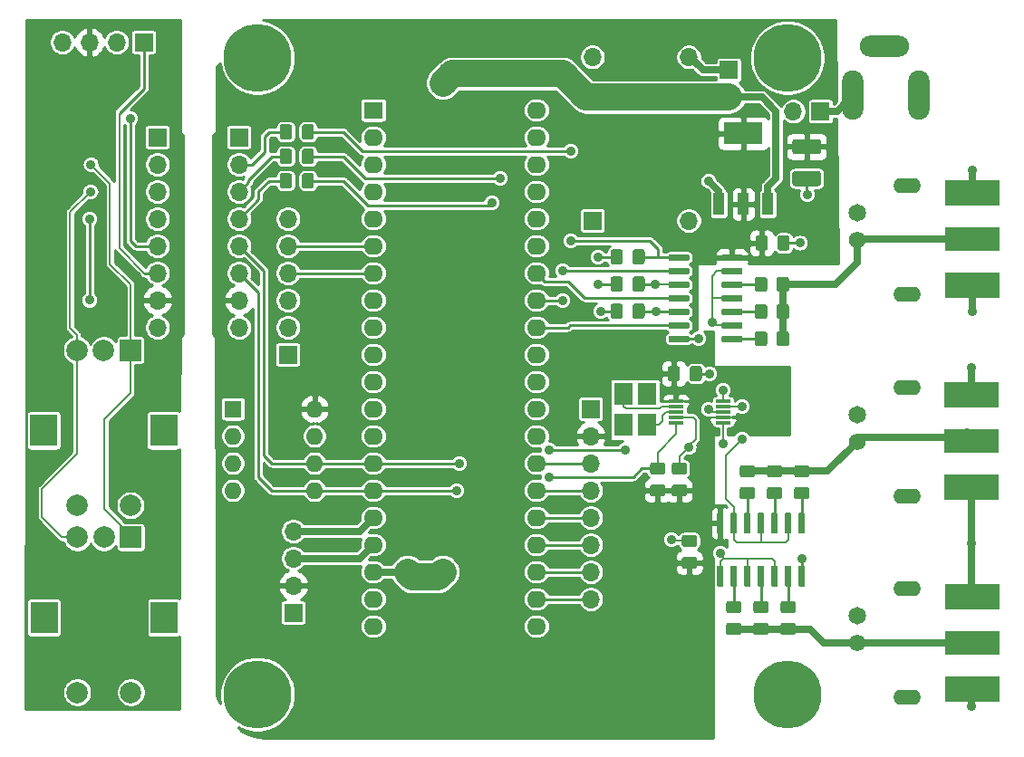
<source format=gbr>
G04 #@! TF.GenerationSoftware,KiCad,Pcbnew,(5.1.5)-3*
G04 #@! TF.CreationDate,2020-10-24T09:34:29-04:00*
G04 #@! TF.ProjectId,VFO-002,56464f2d-3030-4322-9e6b-696361645f70,1*
G04 #@! TF.SameCoordinates,Original*
G04 #@! TF.FileFunction,Copper,L1,Top*
G04 #@! TF.FilePolarity,Positive*
%FSLAX46Y46*%
G04 Gerber Fmt 4.6, Leading zero omitted, Abs format (unit mm)*
G04 Created by KiCad (PCBNEW (5.1.5)-3) date 2020-10-24 09:34:29*
%MOMM*%
%LPD*%
G04 APERTURE LIST*
%ADD10C,1.574800*%
%ADD11C,1.651000*%
%ADD12O,2.600000X1.400000*%
%ADD13O,1.700000X1.700000*%
%ADD14R,1.700000X1.700000*%
%ADD15O,1.800000X1.600000*%
%ADD16R,1.800000X1.600000*%
%ADD17C,2.000000*%
%ADD18R,2.500000X3.000000*%
%ADD19R,2.000000X2.000000*%
%ADD20O,1.600000X1.600000*%
%ADD21R,1.600000X1.600000*%
%ADD22R,1.800000X2.100000*%
%ADD23O,4.600000X2.000000*%
%ADD24O,2.000000X4.600000*%
%ADD25C,0.150000*%
%ADD26R,1.400000X0.300000*%
%ADD27C,6.350000*%
%ADD28R,1.016000X2.032000*%
%ADD29R,3.657600X2.032000*%
%ADD30R,5.080000X2.413000*%
%ADD31R,5.080000X2.286000*%
%ADD32C,0.889000*%
%ADD33C,0.635000*%
%ADD34C,0.254000*%
%ADD35C,0.152400*%
%ADD36C,2.540000*%
G04 APERTURE END LIST*
D10*
X174500000Y-87200000D03*
D11*
X174500000Y-84660000D03*
D12*
X179180000Y-82120000D03*
X179180000Y-92280000D03*
D10*
X174500000Y-68400000D03*
D11*
X174500000Y-65860000D03*
D12*
X179180000Y-63320000D03*
X179180000Y-73480000D03*
D10*
X174545000Y-49500000D03*
D11*
X174545000Y-46960000D03*
D12*
X179225000Y-44420000D03*
X179225000Y-54580000D03*
D13*
X158789400Y-32420000D03*
X158789400Y-47720000D03*
X149789400Y-32420000D03*
D14*
X149789400Y-47720000D03*
D13*
X100250000Y-31040000D03*
X102790000Y-31040000D03*
X105330000Y-31040000D03*
D14*
X107870000Y-31040000D03*
D15*
X144540000Y-37390000D03*
X129300000Y-85650000D03*
X144540000Y-39930000D03*
X129300000Y-83110000D03*
X144540000Y-42470000D03*
X129300000Y-80570000D03*
X144540000Y-45010000D03*
X129300000Y-78030000D03*
X144540000Y-47550000D03*
X129300000Y-75490000D03*
X144540000Y-50090000D03*
X129300000Y-72950000D03*
X144540000Y-52630000D03*
X129300000Y-70410000D03*
X144540000Y-55170000D03*
X129300000Y-67870000D03*
X144540000Y-57710000D03*
X129300000Y-65330000D03*
X144540000Y-60250000D03*
X129300000Y-62790000D03*
X144540000Y-62790000D03*
X129300000Y-60250000D03*
X144540000Y-65330000D03*
X129300000Y-57710000D03*
X144540000Y-67870000D03*
X129300000Y-55170000D03*
X144540000Y-70410000D03*
X129300000Y-52630000D03*
X144540000Y-72950000D03*
X129300000Y-50090000D03*
X144540000Y-75490000D03*
X129300000Y-47550000D03*
X144540000Y-78030000D03*
X129300000Y-45010000D03*
X144540000Y-80570000D03*
X129300000Y-42470000D03*
X144540000Y-83110000D03*
X129300000Y-39930000D03*
X144540000Y-85650000D03*
D16*
X129300000Y-37390000D03*
D17*
X101625400Y-74343600D03*
X106625400Y-74343600D03*
D18*
X98525400Y-67343600D03*
X109725400Y-67343600D03*
D17*
X101625400Y-59843600D03*
X104125400Y-59843600D03*
D19*
X106625400Y-59843600D03*
D13*
X109140000Y-57710000D03*
X109140000Y-55170000D03*
X109140000Y-52630000D03*
X109140000Y-50090000D03*
X109140000Y-47550000D03*
X109140000Y-45010000D03*
X109140000Y-42470000D03*
D14*
X109140000Y-39930000D03*
D13*
X121332000Y-47550000D03*
X121332000Y-50090000D03*
X121332000Y-52630000D03*
X121332000Y-55170000D03*
X121332000Y-57710000D03*
D14*
X121332000Y-60250000D03*
D20*
X123820000Y-65330000D03*
X116200000Y-72950000D03*
X123820000Y-67870000D03*
X116200000Y-70410000D03*
X123820000Y-70410000D03*
X116200000Y-67870000D03*
X123820000Y-72950000D03*
D21*
X116200000Y-65330000D03*
D22*
X154918600Y-63905400D03*
X154918600Y-66805400D03*
X152718600Y-66805400D03*
X152718600Y-63905400D03*
D13*
X121840000Y-76760000D03*
X121840000Y-79300000D03*
X121840000Y-81840000D03*
D14*
X121840000Y-84380000D03*
D13*
X116760000Y-57710000D03*
X116760000Y-55170000D03*
X116760000Y-52630000D03*
X116760000Y-50090000D03*
X116760000Y-47550000D03*
X116760000Y-45010000D03*
X116760000Y-42470000D03*
D14*
X116760000Y-39930000D03*
D23*
X177050000Y-31400000D03*
D24*
X174150000Y-36000000D03*
X180250000Y-36000000D03*
G04 #@! TA.AperFunction,SMDPad,CuDef*
D25*
G36*
X165886505Y-58073204D02*
G01*
X165910773Y-58076804D01*
X165934572Y-58082765D01*
X165957671Y-58091030D01*
X165979850Y-58101520D01*
X166000893Y-58114132D01*
X166020599Y-58128747D01*
X166038777Y-58145223D01*
X166055253Y-58163401D01*
X166069868Y-58183107D01*
X166082480Y-58204150D01*
X166092970Y-58226329D01*
X166101235Y-58249428D01*
X166107196Y-58273227D01*
X166110796Y-58297495D01*
X166112000Y-58321999D01*
X166112000Y-59222001D01*
X166110796Y-59246505D01*
X166107196Y-59270773D01*
X166101235Y-59294572D01*
X166092970Y-59317671D01*
X166082480Y-59339850D01*
X166069868Y-59360893D01*
X166055253Y-59380599D01*
X166038777Y-59398777D01*
X166020599Y-59415253D01*
X166000893Y-59429868D01*
X165979850Y-59442480D01*
X165957671Y-59452970D01*
X165934572Y-59461235D01*
X165910773Y-59467196D01*
X165886505Y-59470796D01*
X165862001Y-59472000D01*
X165211999Y-59472000D01*
X165187495Y-59470796D01*
X165163227Y-59467196D01*
X165139428Y-59461235D01*
X165116329Y-59452970D01*
X165094150Y-59442480D01*
X165073107Y-59429868D01*
X165053401Y-59415253D01*
X165035223Y-59398777D01*
X165018747Y-59380599D01*
X165004132Y-59360893D01*
X164991520Y-59339850D01*
X164981030Y-59317671D01*
X164972765Y-59294572D01*
X164966804Y-59270773D01*
X164963204Y-59246505D01*
X164962000Y-59222001D01*
X164962000Y-58321999D01*
X164963204Y-58297495D01*
X164966804Y-58273227D01*
X164972765Y-58249428D01*
X164981030Y-58226329D01*
X164991520Y-58204150D01*
X165004132Y-58183107D01*
X165018747Y-58163401D01*
X165035223Y-58145223D01*
X165053401Y-58128747D01*
X165073107Y-58114132D01*
X165094150Y-58101520D01*
X165116329Y-58091030D01*
X165139428Y-58082765D01*
X165163227Y-58076804D01*
X165187495Y-58073204D01*
X165211999Y-58072000D01*
X165862001Y-58072000D01*
X165886505Y-58073204D01*
G37*
G04 #@! TD.AperFunction*
G04 #@! TA.AperFunction,SMDPad,CuDef*
G36*
X167936505Y-58073204D02*
G01*
X167960773Y-58076804D01*
X167984572Y-58082765D01*
X168007671Y-58091030D01*
X168029850Y-58101520D01*
X168050893Y-58114132D01*
X168070599Y-58128747D01*
X168088777Y-58145223D01*
X168105253Y-58163401D01*
X168119868Y-58183107D01*
X168132480Y-58204150D01*
X168142970Y-58226329D01*
X168151235Y-58249428D01*
X168157196Y-58273227D01*
X168160796Y-58297495D01*
X168162000Y-58321999D01*
X168162000Y-59222001D01*
X168160796Y-59246505D01*
X168157196Y-59270773D01*
X168151235Y-59294572D01*
X168142970Y-59317671D01*
X168132480Y-59339850D01*
X168119868Y-59360893D01*
X168105253Y-59380599D01*
X168088777Y-59398777D01*
X168070599Y-59415253D01*
X168050893Y-59429868D01*
X168029850Y-59442480D01*
X168007671Y-59452970D01*
X167984572Y-59461235D01*
X167960773Y-59467196D01*
X167936505Y-59470796D01*
X167912001Y-59472000D01*
X167261999Y-59472000D01*
X167237495Y-59470796D01*
X167213227Y-59467196D01*
X167189428Y-59461235D01*
X167166329Y-59452970D01*
X167144150Y-59442480D01*
X167123107Y-59429868D01*
X167103401Y-59415253D01*
X167085223Y-59398777D01*
X167068747Y-59380599D01*
X167054132Y-59360893D01*
X167041520Y-59339850D01*
X167031030Y-59317671D01*
X167022765Y-59294572D01*
X167016804Y-59270773D01*
X167013204Y-59246505D01*
X167012000Y-59222001D01*
X167012000Y-58321999D01*
X167013204Y-58297495D01*
X167016804Y-58273227D01*
X167022765Y-58249428D01*
X167031030Y-58226329D01*
X167041520Y-58204150D01*
X167054132Y-58183107D01*
X167068747Y-58163401D01*
X167085223Y-58145223D01*
X167103401Y-58128747D01*
X167123107Y-58114132D01*
X167144150Y-58101520D01*
X167166329Y-58091030D01*
X167189428Y-58082765D01*
X167213227Y-58076804D01*
X167237495Y-58073204D01*
X167261999Y-58072000D01*
X167912001Y-58072000D01*
X167936505Y-58073204D01*
G37*
G04 #@! TD.AperFunction*
G04 #@! TA.AperFunction,SMDPad,CuDef*
G36*
X165886505Y-55533204D02*
G01*
X165910773Y-55536804D01*
X165934572Y-55542765D01*
X165957671Y-55551030D01*
X165979850Y-55561520D01*
X166000893Y-55574132D01*
X166020599Y-55588747D01*
X166038777Y-55605223D01*
X166055253Y-55623401D01*
X166069868Y-55643107D01*
X166082480Y-55664150D01*
X166092970Y-55686329D01*
X166101235Y-55709428D01*
X166107196Y-55733227D01*
X166110796Y-55757495D01*
X166112000Y-55781999D01*
X166112000Y-56682001D01*
X166110796Y-56706505D01*
X166107196Y-56730773D01*
X166101235Y-56754572D01*
X166092970Y-56777671D01*
X166082480Y-56799850D01*
X166069868Y-56820893D01*
X166055253Y-56840599D01*
X166038777Y-56858777D01*
X166020599Y-56875253D01*
X166000893Y-56889868D01*
X165979850Y-56902480D01*
X165957671Y-56912970D01*
X165934572Y-56921235D01*
X165910773Y-56927196D01*
X165886505Y-56930796D01*
X165862001Y-56932000D01*
X165211999Y-56932000D01*
X165187495Y-56930796D01*
X165163227Y-56927196D01*
X165139428Y-56921235D01*
X165116329Y-56912970D01*
X165094150Y-56902480D01*
X165073107Y-56889868D01*
X165053401Y-56875253D01*
X165035223Y-56858777D01*
X165018747Y-56840599D01*
X165004132Y-56820893D01*
X164991520Y-56799850D01*
X164981030Y-56777671D01*
X164972765Y-56754572D01*
X164966804Y-56730773D01*
X164963204Y-56706505D01*
X164962000Y-56682001D01*
X164962000Y-55781999D01*
X164963204Y-55757495D01*
X164966804Y-55733227D01*
X164972765Y-55709428D01*
X164981030Y-55686329D01*
X164991520Y-55664150D01*
X165004132Y-55643107D01*
X165018747Y-55623401D01*
X165035223Y-55605223D01*
X165053401Y-55588747D01*
X165073107Y-55574132D01*
X165094150Y-55561520D01*
X165116329Y-55551030D01*
X165139428Y-55542765D01*
X165163227Y-55536804D01*
X165187495Y-55533204D01*
X165211999Y-55532000D01*
X165862001Y-55532000D01*
X165886505Y-55533204D01*
G37*
G04 #@! TD.AperFunction*
G04 #@! TA.AperFunction,SMDPad,CuDef*
G36*
X167936505Y-55533204D02*
G01*
X167960773Y-55536804D01*
X167984572Y-55542765D01*
X168007671Y-55551030D01*
X168029850Y-55561520D01*
X168050893Y-55574132D01*
X168070599Y-55588747D01*
X168088777Y-55605223D01*
X168105253Y-55623401D01*
X168119868Y-55643107D01*
X168132480Y-55664150D01*
X168142970Y-55686329D01*
X168151235Y-55709428D01*
X168157196Y-55733227D01*
X168160796Y-55757495D01*
X168162000Y-55781999D01*
X168162000Y-56682001D01*
X168160796Y-56706505D01*
X168157196Y-56730773D01*
X168151235Y-56754572D01*
X168142970Y-56777671D01*
X168132480Y-56799850D01*
X168119868Y-56820893D01*
X168105253Y-56840599D01*
X168088777Y-56858777D01*
X168070599Y-56875253D01*
X168050893Y-56889868D01*
X168029850Y-56902480D01*
X168007671Y-56912970D01*
X167984572Y-56921235D01*
X167960773Y-56927196D01*
X167936505Y-56930796D01*
X167912001Y-56932000D01*
X167261999Y-56932000D01*
X167237495Y-56930796D01*
X167213227Y-56927196D01*
X167189428Y-56921235D01*
X167166329Y-56912970D01*
X167144150Y-56902480D01*
X167123107Y-56889868D01*
X167103401Y-56875253D01*
X167085223Y-56858777D01*
X167068747Y-56840599D01*
X167054132Y-56820893D01*
X167041520Y-56799850D01*
X167031030Y-56777671D01*
X167022765Y-56754572D01*
X167016804Y-56730773D01*
X167013204Y-56706505D01*
X167012000Y-56682001D01*
X167012000Y-55781999D01*
X167013204Y-55757495D01*
X167016804Y-55733227D01*
X167022765Y-55709428D01*
X167031030Y-55686329D01*
X167041520Y-55664150D01*
X167054132Y-55643107D01*
X167068747Y-55623401D01*
X167085223Y-55605223D01*
X167103401Y-55588747D01*
X167123107Y-55574132D01*
X167144150Y-55561520D01*
X167166329Y-55551030D01*
X167189428Y-55542765D01*
X167213227Y-55536804D01*
X167237495Y-55533204D01*
X167261999Y-55532000D01*
X167912001Y-55532000D01*
X167936505Y-55533204D01*
G37*
G04 #@! TD.AperFunction*
G04 #@! TA.AperFunction,SMDPad,CuDef*
G36*
X167272505Y-72631204D02*
G01*
X167296773Y-72634804D01*
X167320572Y-72640765D01*
X167343671Y-72649030D01*
X167365850Y-72659520D01*
X167386893Y-72672132D01*
X167406599Y-72686747D01*
X167424777Y-72703223D01*
X167441253Y-72721401D01*
X167455868Y-72741107D01*
X167468480Y-72762150D01*
X167478970Y-72784329D01*
X167487235Y-72807428D01*
X167493196Y-72831227D01*
X167496796Y-72855495D01*
X167498000Y-72879999D01*
X167498000Y-73530001D01*
X167496796Y-73554505D01*
X167493196Y-73578773D01*
X167487235Y-73602572D01*
X167478970Y-73625671D01*
X167468480Y-73647850D01*
X167455868Y-73668893D01*
X167441253Y-73688599D01*
X167424777Y-73706777D01*
X167406599Y-73723253D01*
X167386893Y-73737868D01*
X167365850Y-73750480D01*
X167343671Y-73760970D01*
X167320572Y-73769235D01*
X167296773Y-73775196D01*
X167272505Y-73778796D01*
X167248001Y-73780000D01*
X166347999Y-73780000D01*
X166323495Y-73778796D01*
X166299227Y-73775196D01*
X166275428Y-73769235D01*
X166252329Y-73760970D01*
X166230150Y-73750480D01*
X166209107Y-73737868D01*
X166189401Y-73723253D01*
X166171223Y-73706777D01*
X166154747Y-73688599D01*
X166140132Y-73668893D01*
X166127520Y-73647850D01*
X166117030Y-73625671D01*
X166108765Y-73602572D01*
X166102804Y-73578773D01*
X166099204Y-73554505D01*
X166098000Y-73530001D01*
X166098000Y-72879999D01*
X166099204Y-72855495D01*
X166102804Y-72831227D01*
X166108765Y-72807428D01*
X166117030Y-72784329D01*
X166127520Y-72762150D01*
X166140132Y-72741107D01*
X166154747Y-72721401D01*
X166171223Y-72703223D01*
X166189401Y-72686747D01*
X166209107Y-72672132D01*
X166230150Y-72659520D01*
X166252329Y-72649030D01*
X166275428Y-72640765D01*
X166299227Y-72634804D01*
X166323495Y-72631204D01*
X166347999Y-72630000D01*
X167248001Y-72630000D01*
X167272505Y-72631204D01*
G37*
G04 #@! TD.AperFunction*
G04 #@! TA.AperFunction,SMDPad,CuDef*
G36*
X167272505Y-70581204D02*
G01*
X167296773Y-70584804D01*
X167320572Y-70590765D01*
X167343671Y-70599030D01*
X167365850Y-70609520D01*
X167386893Y-70622132D01*
X167406599Y-70636747D01*
X167424777Y-70653223D01*
X167441253Y-70671401D01*
X167455868Y-70691107D01*
X167468480Y-70712150D01*
X167478970Y-70734329D01*
X167487235Y-70757428D01*
X167493196Y-70781227D01*
X167496796Y-70805495D01*
X167498000Y-70829999D01*
X167498000Y-71480001D01*
X167496796Y-71504505D01*
X167493196Y-71528773D01*
X167487235Y-71552572D01*
X167478970Y-71575671D01*
X167468480Y-71597850D01*
X167455868Y-71618893D01*
X167441253Y-71638599D01*
X167424777Y-71656777D01*
X167406599Y-71673253D01*
X167386893Y-71687868D01*
X167365850Y-71700480D01*
X167343671Y-71710970D01*
X167320572Y-71719235D01*
X167296773Y-71725196D01*
X167272505Y-71728796D01*
X167248001Y-71730000D01*
X166347999Y-71730000D01*
X166323495Y-71728796D01*
X166299227Y-71725196D01*
X166275428Y-71719235D01*
X166252329Y-71710970D01*
X166230150Y-71700480D01*
X166209107Y-71687868D01*
X166189401Y-71673253D01*
X166171223Y-71656777D01*
X166154747Y-71638599D01*
X166140132Y-71618893D01*
X166127520Y-71597850D01*
X166117030Y-71575671D01*
X166108765Y-71552572D01*
X166102804Y-71528773D01*
X166099204Y-71504505D01*
X166098000Y-71480001D01*
X166098000Y-70829999D01*
X166099204Y-70805495D01*
X166102804Y-70781227D01*
X166108765Y-70757428D01*
X166117030Y-70734329D01*
X166127520Y-70712150D01*
X166140132Y-70691107D01*
X166154747Y-70671401D01*
X166171223Y-70653223D01*
X166189401Y-70636747D01*
X166209107Y-70622132D01*
X166230150Y-70609520D01*
X166252329Y-70599030D01*
X166275428Y-70590765D01*
X166299227Y-70584804D01*
X166323495Y-70581204D01*
X166347999Y-70580000D01*
X167248001Y-70580000D01*
X167272505Y-70581204D01*
G37*
G04 #@! TD.AperFunction*
G04 #@! TA.AperFunction,SMDPad,CuDef*
G36*
X164732505Y-72631204D02*
G01*
X164756773Y-72634804D01*
X164780572Y-72640765D01*
X164803671Y-72649030D01*
X164825850Y-72659520D01*
X164846893Y-72672132D01*
X164866599Y-72686747D01*
X164884777Y-72703223D01*
X164901253Y-72721401D01*
X164915868Y-72741107D01*
X164928480Y-72762150D01*
X164938970Y-72784329D01*
X164947235Y-72807428D01*
X164953196Y-72831227D01*
X164956796Y-72855495D01*
X164958000Y-72879999D01*
X164958000Y-73530001D01*
X164956796Y-73554505D01*
X164953196Y-73578773D01*
X164947235Y-73602572D01*
X164938970Y-73625671D01*
X164928480Y-73647850D01*
X164915868Y-73668893D01*
X164901253Y-73688599D01*
X164884777Y-73706777D01*
X164866599Y-73723253D01*
X164846893Y-73737868D01*
X164825850Y-73750480D01*
X164803671Y-73760970D01*
X164780572Y-73769235D01*
X164756773Y-73775196D01*
X164732505Y-73778796D01*
X164708001Y-73780000D01*
X163807999Y-73780000D01*
X163783495Y-73778796D01*
X163759227Y-73775196D01*
X163735428Y-73769235D01*
X163712329Y-73760970D01*
X163690150Y-73750480D01*
X163669107Y-73737868D01*
X163649401Y-73723253D01*
X163631223Y-73706777D01*
X163614747Y-73688599D01*
X163600132Y-73668893D01*
X163587520Y-73647850D01*
X163577030Y-73625671D01*
X163568765Y-73602572D01*
X163562804Y-73578773D01*
X163559204Y-73554505D01*
X163558000Y-73530001D01*
X163558000Y-72879999D01*
X163559204Y-72855495D01*
X163562804Y-72831227D01*
X163568765Y-72807428D01*
X163577030Y-72784329D01*
X163587520Y-72762150D01*
X163600132Y-72741107D01*
X163614747Y-72721401D01*
X163631223Y-72703223D01*
X163649401Y-72686747D01*
X163669107Y-72672132D01*
X163690150Y-72659520D01*
X163712329Y-72649030D01*
X163735428Y-72640765D01*
X163759227Y-72634804D01*
X163783495Y-72631204D01*
X163807999Y-72630000D01*
X164708001Y-72630000D01*
X164732505Y-72631204D01*
G37*
G04 #@! TD.AperFunction*
G04 #@! TA.AperFunction,SMDPad,CuDef*
G36*
X164732505Y-70581204D02*
G01*
X164756773Y-70584804D01*
X164780572Y-70590765D01*
X164803671Y-70599030D01*
X164825850Y-70609520D01*
X164846893Y-70622132D01*
X164866599Y-70636747D01*
X164884777Y-70653223D01*
X164901253Y-70671401D01*
X164915868Y-70691107D01*
X164928480Y-70712150D01*
X164938970Y-70734329D01*
X164947235Y-70757428D01*
X164953196Y-70781227D01*
X164956796Y-70805495D01*
X164958000Y-70829999D01*
X164958000Y-71480001D01*
X164956796Y-71504505D01*
X164953196Y-71528773D01*
X164947235Y-71552572D01*
X164938970Y-71575671D01*
X164928480Y-71597850D01*
X164915868Y-71618893D01*
X164901253Y-71638599D01*
X164884777Y-71656777D01*
X164866599Y-71673253D01*
X164846893Y-71687868D01*
X164825850Y-71700480D01*
X164803671Y-71710970D01*
X164780572Y-71719235D01*
X164756773Y-71725196D01*
X164732505Y-71728796D01*
X164708001Y-71730000D01*
X163807999Y-71730000D01*
X163783495Y-71728796D01*
X163759227Y-71725196D01*
X163735428Y-71719235D01*
X163712329Y-71710970D01*
X163690150Y-71700480D01*
X163669107Y-71687868D01*
X163649401Y-71673253D01*
X163631223Y-71656777D01*
X163614747Y-71638599D01*
X163600132Y-71618893D01*
X163587520Y-71597850D01*
X163577030Y-71575671D01*
X163568765Y-71552572D01*
X163562804Y-71528773D01*
X163559204Y-71504505D01*
X163558000Y-71480001D01*
X163558000Y-70829999D01*
X163559204Y-70805495D01*
X163562804Y-70781227D01*
X163568765Y-70757428D01*
X163577030Y-70734329D01*
X163587520Y-70712150D01*
X163600132Y-70691107D01*
X163614747Y-70671401D01*
X163631223Y-70653223D01*
X163649401Y-70636747D01*
X163669107Y-70622132D01*
X163690150Y-70609520D01*
X163712329Y-70599030D01*
X163735428Y-70590765D01*
X163759227Y-70584804D01*
X163783495Y-70581204D01*
X163807999Y-70580000D01*
X164708001Y-70580000D01*
X164732505Y-70581204D01*
G37*
G04 #@! TD.AperFunction*
G04 #@! TA.AperFunction,SMDPad,CuDef*
G36*
X169812505Y-72631204D02*
G01*
X169836773Y-72634804D01*
X169860572Y-72640765D01*
X169883671Y-72649030D01*
X169905850Y-72659520D01*
X169926893Y-72672132D01*
X169946599Y-72686747D01*
X169964777Y-72703223D01*
X169981253Y-72721401D01*
X169995868Y-72741107D01*
X170008480Y-72762150D01*
X170018970Y-72784329D01*
X170027235Y-72807428D01*
X170033196Y-72831227D01*
X170036796Y-72855495D01*
X170038000Y-72879999D01*
X170038000Y-73530001D01*
X170036796Y-73554505D01*
X170033196Y-73578773D01*
X170027235Y-73602572D01*
X170018970Y-73625671D01*
X170008480Y-73647850D01*
X169995868Y-73668893D01*
X169981253Y-73688599D01*
X169964777Y-73706777D01*
X169946599Y-73723253D01*
X169926893Y-73737868D01*
X169905850Y-73750480D01*
X169883671Y-73760970D01*
X169860572Y-73769235D01*
X169836773Y-73775196D01*
X169812505Y-73778796D01*
X169788001Y-73780000D01*
X168887999Y-73780000D01*
X168863495Y-73778796D01*
X168839227Y-73775196D01*
X168815428Y-73769235D01*
X168792329Y-73760970D01*
X168770150Y-73750480D01*
X168749107Y-73737868D01*
X168729401Y-73723253D01*
X168711223Y-73706777D01*
X168694747Y-73688599D01*
X168680132Y-73668893D01*
X168667520Y-73647850D01*
X168657030Y-73625671D01*
X168648765Y-73602572D01*
X168642804Y-73578773D01*
X168639204Y-73554505D01*
X168638000Y-73530001D01*
X168638000Y-72879999D01*
X168639204Y-72855495D01*
X168642804Y-72831227D01*
X168648765Y-72807428D01*
X168657030Y-72784329D01*
X168667520Y-72762150D01*
X168680132Y-72741107D01*
X168694747Y-72721401D01*
X168711223Y-72703223D01*
X168729401Y-72686747D01*
X168749107Y-72672132D01*
X168770150Y-72659520D01*
X168792329Y-72649030D01*
X168815428Y-72640765D01*
X168839227Y-72634804D01*
X168863495Y-72631204D01*
X168887999Y-72630000D01*
X169788001Y-72630000D01*
X169812505Y-72631204D01*
G37*
G04 #@! TD.AperFunction*
G04 #@! TA.AperFunction,SMDPad,CuDef*
G36*
X169812505Y-70581204D02*
G01*
X169836773Y-70584804D01*
X169860572Y-70590765D01*
X169883671Y-70599030D01*
X169905850Y-70609520D01*
X169926893Y-70622132D01*
X169946599Y-70636747D01*
X169964777Y-70653223D01*
X169981253Y-70671401D01*
X169995868Y-70691107D01*
X170008480Y-70712150D01*
X170018970Y-70734329D01*
X170027235Y-70757428D01*
X170033196Y-70781227D01*
X170036796Y-70805495D01*
X170038000Y-70829999D01*
X170038000Y-71480001D01*
X170036796Y-71504505D01*
X170033196Y-71528773D01*
X170027235Y-71552572D01*
X170018970Y-71575671D01*
X170008480Y-71597850D01*
X169995868Y-71618893D01*
X169981253Y-71638599D01*
X169964777Y-71656777D01*
X169946599Y-71673253D01*
X169926893Y-71687868D01*
X169905850Y-71700480D01*
X169883671Y-71710970D01*
X169860572Y-71719235D01*
X169836773Y-71725196D01*
X169812505Y-71728796D01*
X169788001Y-71730000D01*
X168887999Y-71730000D01*
X168863495Y-71728796D01*
X168839227Y-71725196D01*
X168815428Y-71719235D01*
X168792329Y-71710970D01*
X168770150Y-71700480D01*
X168749107Y-71687868D01*
X168729401Y-71673253D01*
X168711223Y-71656777D01*
X168694747Y-71638599D01*
X168680132Y-71618893D01*
X168667520Y-71597850D01*
X168657030Y-71575671D01*
X168648765Y-71552572D01*
X168642804Y-71528773D01*
X168639204Y-71504505D01*
X168638000Y-71480001D01*
X168638000Y-70829999D01*
X168639204Y-70805495D01*
X168642804Y-70781227D01*
X168648765Y-70757428D01*
X168657030Y-70734329D01*
X168667520Y-70712150D01*
X168680132Y-70691107D01*
X168694747Y-70671401D01*
X168711223Y-70653223D01*
X168729401Y-70636747D01*
X168749107Y-70622132D01*
X168770150Y-70609520D01*
X168792329Y-70599030D01*
X168815428Y-70590765D01*
X168839227Y-70584804D01*
X168863495Y-70581204D01*
X168887999Y-70580000D01*
X169788001Y-70580000D01*
X169812505Y-70581204D01*
G37*
G04 #@! TD.AperFunction*
G04 #@! TA.AperFunction,SMDPad,CuDef*
G36*
X163462505Y-83281204D02*
G01*
X163486773Y-83284804D01*
X163510572Y-83290765D01*
X163533671Y-83299030D01*
X163555850Y-83309520D01*
X163576893Y-83322132D01*
X163596599Y-83336747D01*
X163614777Y-83353223D01*
X163631253Y-83371401D01*
X163645868Y-83391107D01*
X163658480Y-83412150D01*
X163668970Y-83434329D01*
X163677235Y-83457428D01*
X163683196Y-83481227D01*
X163686796Y-83505495D01*
X163688000Y-83529999D01*
X163688000Y-84180001D01*
X163686796Y-84204505D01*
X163683196Y-84228773D01*
X163677235Y-84252572D01*
X163668970Y-84275671D01*
X163658480Y-84297850D01*
X163645868Y-84318893D01*
X163631253Y-84338599D01*
X163614777Y-84356777D01*
X163596599Y-84373253D01*
X163576893Y-84387868D01*
X163555850Y-84400480D01*
X163533671Y-84410970D01*
X163510572Y-84419235D01*
X163486773Y-84425196D01*
X163462505Y-84428796D01*
X163438001Y-84430000D01*
X162537999Y-84430000D01*
X162513495Y-84428796D01*
X162489227Y-84425196D01*
X162465428Y-84419235D01*
X162442329Y-84410970D01*
X162420150Y-84400480D01*
X162399107Y-84387868D01*
X162379401Y-84373253D01*
X162361223Y-84356777D01*
X162344747Y-84338599D01*
X162330132Y-84318893D01*
X162317520Y-84297850D01*
X162307030Y-84275671D01*
X162298765Y-84252572D01*
X162292804Y-84228773D01*
X162289204Y-84204505D01*
X162288000Y-84180001D01*
X162288000Y-83529999D01*
X162289204Y-83505495D01*
X162292804Y-83481227D01*
X162298765Y-83457428D01*
X162307030Y-83434329D01*
X162317520Y-83412150D01*
X162330132Y-83391107D01*
X162344747Y-83371401D01*
X162361223Y-83353223D01*
X162379401Y-83336747D01*
X162399107Y-83322132D01*
X162420150Y-83309520D01*
X162442329Y-83299030D01*
X162465428Y-83290765D01*
X162489227Y-83284804D01*
X162513495Y-83281204D01*
X162537999Y-83280000D01*
X163438001Y-83280000D01*
X163462505Y-83281204D01*
G37*
G04 #@! TD.AperFunction*
G04 #@! TA.AperFunction,SMDPad,CuDef*
G36*
X163462505Y-85331204D02*
G01*
X163486773Y-85334804D01*
X163510572Y-85340765D01*
X163533671Y-85349030D01*
X163555850Y-85359520D01*
X163576893Y-85372132D01*
X163596599Y-85386747D01*
X163614777Y-85403223D01*
X163631253Y-85421401D01*
X163645868Y-85441107D01*
X163658480Y-85462150D01*
X163668970Y-85484329D01*
X163677235Y-85507428D01*
X163683196Y-85531227D01*
X163686796Y-85555495D01*
X163688000Y-85579999D01*
X163688000Y-86230001D01*
X163686796Y-86254505D01*
X163683196Y-86278773D01*
X163677235Y-86302572D01*
X163668970Y-86325671D01*
X163658480Y-86347850D01*
X163645868Y-86368893D01*
X163631253Y-86388599D01*
X163614777Y-86406777D01*
X163596599Y-86423253D01*
X163576893Y-86437868D01*
X163555850Y-86450480D01*
X163533671Y-86460970D01*
X163510572Y-86469235D01*
X163486773Y-86475196D01*
X163462505Y-86478796D01*
X163438001Y-86480000D01*
X162537999Y-86480000D01*
X162513495Y-86478796D01*
X162489227Y-86475196D01*
X162465428Y-86469235D01*
X162442329Y-86460970D01*
X162420150Y-86450480D01*
X162399107Y-86437868D01*
X162379401Y-86423253D01*
X162361223Y-86406777D01*
X162344747Y-86388599D01*
X162330132Y-86368893D01*
X162317520Y-86347850D01*
X162307030Y-86325671D01*
X162298765Y-86302572D01*
X162292804Y-86278773D01*
X162289204Y-86254505D01*
X162288000Y-86230001D01*
X162288000Y-85579999D01*
X162289204Y-85555495D01*
X162292804Y-85531227D01*
X162298765Y-85507428D01*
X162307030Y-85484329D01*
X162317520Y-85462150D01*
X162330132Y-85441107D01*
X162344747Y-85421401D01*
X162361223Y-85403223D01*
X162379401Y-85386747D01*
X162399107Y-85372132D01*
X162420150Y-85359520D01*
X162442329Y-85349030D01*
X162465428Y-85340765D01*
X162489227Y-85334804D01*
X162513495Y-85331204D01*
X162537999Y-85330000D01*
X163438001Y-85330000D01*
X163462505Y-85331204D01*
G37*
G04 #@! TD.AperFunction*
G04 #@! TA.AperFunction,SMDPad,CuDef*
G36*
X156350505Y-70335204D02*
G01*
X156374773Y-70338804D01*
X156398572Y-70344765D01*
X156421671Y-70353030D01*
X156443850Y-70363520D01*
X156464893Y-70376132D01*
X156484599Y-70390747D01*
X156502777Y-70407223D01*
X156519253Y-70425401D01*
X156533868Y-70445107D01*
X156546480Y-70466150D01*
X156556970Y-70488329D01*
X156565235Y-70511428D01*
X156571196Y-70535227D01*
X156574796Y-70559495D01*
X156576000Y-70583999D01*
X156576000Y-71234001D01*
X156574796Y-71258505D01*
X156571196Y-71282773D01*
X156565235Y-71306572D01*
X156556970Y-71329671D01*
X156546480Y-71351850D01*
X156533868Y-71372893D01*
X156519253Y-71392599D01*
X156502777Y-71410777D01*
X156484599Y-71427253D01*
X156464893Y-71441868D01*
X156443850Y-71454480D01*
X156421671Y-71464970D01*
X156398572Y-71473235D01*
X156374773Y-71479196D01*
X156350505Y-71482796D01*
X156326001Y-71484000D01*
X155425999Y-71484000D01*
X155401495Y-71482796D01*
X155377227Y-71479196D01*
X155353428Y-71473235D01*
X155330329Y-71464970D01*
X155308150Y-71454480D01*
X155287107Y-71441868D01*
X155267401Y-71427253D01*
X155249223Y-71410777D01*
X155232747Y-71392599D01*
X155218132Y-71372893D01*
X155205520Y-71351850D01*
X155195030Y-71329671D01*
X155186765Y-71306572D01*
X155180804Y-71282773D01*
X155177204Y-71258505D01*
X155176000Y-71234001D01*
X155176000Y-70583999D01*
X155177204Y-70559495D01*
X155180804Y-70535227D01*
X155186765Y-70511428D01*
X155195030Y-70488329D01*
X155205520Y-70466150D01*
X155218132Y-70445107D01*
X155232747Y-70425401D01*
X155249223Y-70407223D01*
X155267401Y-70390747D01*
X155287107Y-70376132D01*
X155308150Y-70363520D01*
X155330329Y-70353030D01*
X155353428Y-70344765D01*
X155377227Y-70338804D01*
X155401495Y-70335204D01*
X155425999Y-70334000D01*
X156326001Y-70334000D01*
X156350505Y-70335204D01*
G37*
G04 #@! TD.AperFunction*
G04 #@! TA.AperFunction,SMDPad,CuDef*
G36*
X156350505Y-72385204D02*
G01*
X156374773Y-72388804D01*
X156398572Y-72394765D01*
X156421671Y-72403030D01*
X156443850Y-72413520D01*
X156464893Y-72426132D01*
X156484599Y-72440747D01*
X156502777Y-72457223D01*
X156519253Y-72475401D01*
X156533868Y-72495107D01*
X156546480Y-72516150D01*
X156556970Y-72538329D01*
X156565235Y-72561428D01*
X156571196Y-72585227D01*
X156574796Y-72609495D01*
X156576000Y-72633999D01*
X156576000Y-73284001D01*
X156574796Y-73308505D01*
X156571196Y-73332773D01*
X156565235Y-73356572D01*
X156556970Y-73379671D01*
X156546480Y-73401850D01*
X156533868Y-73422893D01*
X156519253Y-73442599D01*
X156502777Y-73460777D01*
X156484599Y-73477253D01*
X156464893Y-73491868D01*
X156443850Y-73504480D01*
X156421671Y-73514970D01*
X156398572Y-73523235D01*
X156374773Y-73529196D01*
X156350505Y-73532796D01*
X156326001Y-73534000D01*
X155425999Y-73534000D01*
X155401495Y-73532796D01*
X155377227Y-73529196D01*
X155353428Y-73523235D01*
X155330329Y-73514970D01*
X155308150Y-73504480D01*
X155287107Y-73491868D01*
X155267401Y-73477253D01*
X155249223Y-73460777D01*
X155232747Y-73442599D01*
X155218132Y-73422893D01*
X155205520Y-73401850D01*
X155195030Y-73379671D01*
X155186765Y-73356572D01*
X155180804Y-73332773D01*
X155177204Y-73308505D01*
X155176000Y-73284001D01*
X155176000Y-72633999D01*
X155177204Y-72609495D01*
X155180804Y-72585227D01*
X155186765Y-72561428D01*
X155195030Y-72538329D01*
X155205520Y-72516150D01*
X155218132Y-72495107D01*
X155232747Y-72475401D01*
X155249223Y-72457223D01*
X155267401Y-72440747D01*
X155287107Y-72426132D01*
X155308150Y-72413520D01*
X155330329Y-72403030D01*
X155353428Y-72394765D01*
X155377227Y-72388804D01*
X155401495Y-72385204D01*
X155425999Y-72384000D01*
X156326001Y-72384000D01*
X156350505Y-72385204D01*
G37*
G04 #@! TD.AperFunction*
G04 #@! TA.AperFunction,SMDPad,CuDef*
G36*
X158382505Y-70335204D02*
G01*
X158406773Y-70338804D01*
X158430572Y-70344765D01*
X158453671Y-70353030D01*
X158475850Y-70363520D01*
X158496893Y-70376132D01*
X158516599Y-70390747D01*
X158534777Y-70407223D01*
X158551253Y-70425401D01*
X158565868Y-70445107D01*
X158578480Y-70466150D01*
X158588970Y-70488329D01*
X158597235Y-70511428D01*
X158603196Y-70535227D01*
X158606796Y-70559495D01*
X158608000Y-70583999D01*
X158608000Y-71234001D01*
X158606796Y-71258505D01*
X158603196Y-71282773D01*
X158597235Y-71306572D01*
X158588970Y-71329671D01*
X158578480Y-71351850D01*
X158565868Y-71372893D01*
X158551253Y-71392599D01*
X158534777Y-71410777D01*
X158516599Y-71427253D01*
X158496893Y-71441868D01*
X158475850Y-71454480D01*
X158453671Y-71464970D01*
X158430572Y-71473235D01*
X158406773Y-71479196D01*
X158382505Y-71482796D01*
X158358001Y-71484000D01*
X157457999Y-71484000D01*
X157433495Y-71482796D01*
X157409227Y-71479196D01*
X157385428Y-71473235D01*
X157362329Y-71464970D01*
X157340150Y-71454480D01*
X157319107Y-71441868D01*
X157299401Y-71427253D01*
X157281223Y-71410777D01*
X157264747Y-71392599D01*
X157250132Y-71372893D01*
X157237520Y-71351850D01*
X157227030Y-71329671D01*
X157218765Y-71306572D01*
X157212804Y-71282773D01*
X157209204Y-71258505D01*
X157208000Y-71234001D01*
X157208000Y-70583999D01*
X157209204Y-70559495D01*
X157212804Y-70535227D01*
X157218765Y-70511428D01*
X157227030Y-70488329D01*
X157237520Y-70466150D01*
X157250132Y-70445107D01*
X157264747Y-70425401D01*
X157281223Y-70407223D01*
X157299401Y-70390747D01*
X157319107Y-70376132D01*
X157340150Y-70363520D01*
X157362329Y-70353030D01*
X157385428Y-70344765D01*
X157409227Y-70338804D01*
X157433495Y-70335204D01*
X157457999Y-70334000D01*
X158358001Y-70334000D01*
X158382505Y-70335204D01*
G37*
G04 #@! TD.AperFunction*
G04 #@! TA.AperFunction,SMDPad,CuDef*
G36*
X158382505Y-72385204D02*
G01*
X158406773Y-72388804D01*
X158430572Y-72394765D01*
X158453671Y-72403030D01*
X158475850Y-72413520D01*
X158496893Y-72426132D01*
X158516599Y-72440747D01*
X158534777Y-72457223D01*
X158551253Y-72475401D01*
X158565868Y-72495107D01*
X158578480Y-72516150D01*
X158588970Y-72538329D01*
X158597235Y-72561428D01*
X158603196Y-72585227D01*
X158606796Y-72609495D01*
X158608000Y-72633999D01*
X158608000Y-73284001D01*
X158606796Y-73308505D01*
X158603196Y-73332773D01*
X158597235Y-73356572D01*
X158588970Y-73379671D01*
X158578480Y-73401850D01*
X158565868Y-73422893D01*
X158551253Y-73442599D01*
X158534777Y-73460777D01*
X158516599Y-73477253D01*
X158496893Y-73491868D01*
X158475850Y-73504480D01*
X158453671Y-73514970D01*
X158430572Y-73523235D01*
X158406773Y-73529196D01*
X158382505Y-73532796D01*
X158358001Y-73534000D01*
X157457999Y-73534000D01*
X157433495Y-73532796D01*
X157409227Y-73529196D01*
X157385428Y-73523235D01*
X157362329Y-73514970D01*
X157340150Y-73504480D01*
X157319107Y-73491868D01*
X157299401Y-73477253D01*
X157281223Y-73460777D01*
X157264747Y-73442599D01*
X157250132Y-73422893D01*
X157237520Y-73401850D01*
X157227030Y-73379671D01*
X157218765Y-73356572D01*
X157212804Y-73332773D01*
X157209204Y-73308505D01*
X157208000Y-73284001D01*
X157208000Y-72633999D01*
X157209204Y-72609495D01*
X157212804Y-72585227D01*
X157218765Y-72561428D01*
X157227030Y-72538329D01*
X157237520Y-72516150D01*
X157250132Y-72495107D01*
X157264747Y-72475401D01*
X157281223Y-72457223D01*
X157299401Y-72440747D01*
X157319107Y-72426132D01*
X157340150Y-72413520D01*
X157362329Y-72403030D01*
X157385428Y-72394765D01*
X157409227Y-72388804D01*
X157433495Y-72385204D01*
X157457999Y-72384000D01*
X158358001Y-72384000D01*
X158382505Y-72385204D01*
G37*
G04 #@! TD.AperFunction*
G04 #@! TA.AperFunction,SMDPad,CuDef*
G36*
X165886505Y-52993204D02*
G01*
X165910773Y-52996804D01*
X165934572Y-53002765D01*
X165957671Y-53011030D01*
X165979850Y-53021520D01*
X166000893Y-53034132D01*
X166020599Y-53048747D01*
X166038777Y-53065223D01*
X166055253Y-53083401D01*
X166069868Y-53103107D01*
X166082480Y-53124150D01*
X166092970Y-53146329D01*
X166101235Y-53169428D01*
X166107196Y-53193227D01*
X166110796Y-53217495D01*
X166112000Y-53241999D01*
X166112000Y-54142001D01*
X166110796Y-54166505D01*
X166107196Y-54190773D01*
X166101235Y-54214572D01*
X166092970Y-54237671D01*
X166082480Y-54259850D01*
X166069868Y-54280893D01*
X166055253Y-54300599D01*
X166038777Y-54318777D01*
X166020599Y-54335253D01*
X166000893Y-54349868D01*
X165979850Y-54362480D01*
X165957671Y-54372970D01*
X165934572Y-54381235D01*
X165910773Y-54387196D01*
X165886505Y-54390796D01*
X165862001Y-54392000D01*
X165211999Y-54392000D01*
X165187495Y-54390796D01*
X165163227Y-54387196D01*
X165139428Y-54381235D01*
X165116329Y-54372970D01*
X165094150Y-54362480D01*
X165073107Y-54349868D01*
X165053401Y-54335253D01*
X165035223Y-54318777D01*
X165018747Y-54300599D01*
X165004132Y-54280893D01*
X164991520Y-54259850D01*
X164981030Y-54237671D01*
X164972765Y-54214572D01*
X164966804Y-54190773D01*
X164963204Y-54166505D01*
X164962000Y-54142001D01*
X164962000Y-53241999D01*
X164963204Y-53217495D01*
X164966804Y-53193227D01*
X164972765Y-53169428D01*
X164981030Y-53146329D01*
X164991520Y-53124150D01*
X165004132Y-53103107D01*
X165018747Y-53083401D01*
X165035223Y-53065223D01*
X165053401Y-53048747D01*
X165073107Y-53034132D01*
X165094150Y-53021520D01*
X165116329Y-53011030D01*
X165139428Y-53002765D01*
X165163227Y-52996804D01*
X165187495Y-52993204D01*
X165211999Y-52992000D01*
X165862001Y-52992000D01*
X165886505Y-52993204D01*
G37*
G04 #@! TD.AperFunction*
G04 #@! TA.AperFunction,SMDPad,CuDef*
G36*
X167936505Y-52993204D02*
G01*
X167960773Y-52996804D01*
X167984572Y-53002765D01*
X168007671Y-53011030D01*
X168029850Y-53021520D01*
X168050893Y-53034132D01*
X168070599Y-53048747D01*
X168088777Y-53065223D01*
X168105253Y-53083401D01*
X168119868Y-53103107D01*
X168132480Y-53124150D01*
X168142970Y-53146329D01*
X168151235Y-53169428D01*
X168157196Y-53193227D01*
X168160796Y-53217495D01*
X168162000Y-53241999D01*
X168162000Y-54142001D01*
X168160796Y-54166505D01*
X168157196Y-54190773D01*
X168151235Y-54214572D01*
X168142970Y-54237671D01*
X168132480Y-54259850D01*
X168119868Y-54280893D01*
X168105253Y-54300599D01*
X168088777Y-54318777D01*
X168070599Y-54335253D01*
X168050893Y-54349868D01*
X168029850Y-54362480D01*
X168007671Y-54372970D01*
X167984572Y-54381235D01*
X167960773Y-54387196D01*
X167936505Y-54390796D01*
X167912001Y-54392000D01*
X167261999Y-54392000D01*
X167237495Y-54390796D01*
X167213227Y-54387196D01*
X167189428Y-54381235D01*
X167166329Y-54372970D01*
X167144150Y-54362480D01*
X167123107Y-54349868D01*
X167103401Y-54335253D01*
X167085223Y-54318777D01*
X167068747Y-54300599D01*
X167054132Y-54280893D01*
X167041520Y-54259850D01*
X167031030Y-54237671D01*
X167022765Y-54214572D01*
X167016804Y-54190773D01*
X167013204Y-54166505D01*
X167012000Y-54142001D01*
X167012000Y-53241999D01*
X167013204Y-53217495D01*
X167016804Y-53193227D01*
X167022765Y-53169428D01*
X167031030Y-53146329D01*
X167041520Y-53124150D01*
X167054132Y-53103107D01*
X167068747Y-53083401D01*
X167085223Y-53065223D01*
X167103401Y-53048747D01*
X167123107Y-53034132D01*
X167144150Y-53021520D01*
X167166329Y-53011030D01*
X167189428Y-53002765D01*
X167213227Y-52996804D01*
X167237495Y-52993204D01*
X167261999Y-52992000D01*
X167912001Y-52992000D01*
X167936505Y-52993204D01*
G37*
G04 #@! TD.AperFunction*
G04 #@! TA.AperFunction,SMDPad,CuDef*
G36*
X166002505Y-83281204D02*
G01*
X166026773Y-83284804D01*
X166050572Y-83290765D01*
X166073671Y-83299030D01*
X166095850Y-83309520D01*
X166116893Y-83322132D01*
X166136599Y-83336747D01*
X166154777Y-83353223D01*
X166171253Y-83371401D01*
X166185868Y-83391107D01*
X166198480Y-83412150D01*
X166208970Y-83434329D01*
X166217235Y-83457428D01*
X166223196Y-83481227D01*
X166226796Y-83505495D01*
X166228000Y-83529999D01*
X166228000Y-84180001D01*
X166226796Y-84204505D01*
X166223196Y-84228773D01*
X166217235Y-84252572D01*
X166208970Y-84275671D01*
X166198480Y-84297850D01*
X166185868Y-84318893D01*
X166171253Y-84338599D01*
X166154777Y-84356777D01*
X166136599Y-84373253D01*
X166116893Y-84387868D01*
X166095850Y-84400480D01*
X166073671Y-84410970D01*
X166050572Y-84419235D01*
X166026773Y-84425196D01*
X166002505Y-84428796D01*
X165978001Y-84430000D01*
X165077999Y-84430000D01*
X165053495Y-84428796D01*
X165029227Y-84425196D01*
X165005428Y-84419235D01*
X164982329Y-84410970D01*
X164960150Y-84400480D01*
X164939107Y-84387868D01*
X164919401Y-84373253D01*
X164901223Y-84356777D01*
X164884747Y-84338599D01*
X164870132Y-84318893D01*
X164857520Y-84297850D01*
X164847030Y-84275671D01*
X164838765Y-84252572D01*
X164832804Y-84228773D01*
X164829204Y-84204505D01*
X164828000Y-84180001D01*
X164828000Y-83529999D01*
X164829204Y-83505495D01*
X164832804Y-83481227D01*
X164838765Y-83457428D01*
X164847030Y-83434329D01*
X164857520Y-83412150D01*
X164870132Y-83391107D01*
X164884747Y-83371401D01*
X164901223Y-83353223D01*
X164919401Y-83336747D01*
X164939107Y-83322132D01*
X164960150Y-83309520D01*
X164982329Y-83299030D01*
X165005428Y-83290765D01*
X165029227Y-83284804D01*
X165053495Y-83281204D01*
X165077999Y-83280000D01*
X165978001Y-83280000D01*
X166002505Y-83281204D01*
G37*
G04 #@! TD.AperFunction*
G04 #@! TA.AperFunction,SMDPad,CuDef*
G36*
X166002505Y-85331204D02*
G01*
X166026773Y-85334804D01*
X166050572Y-85340765D01*
X166073671Y-85349030D01*
X166095850Y-85359520D01*
X166116893Y-85372132D01*
X166136599Y-85386747D01*
X166154777Y-85403223D01*
X166171253Y-85421401D01*
X166185868Y-85441107D01*
X166198480Y-85462150D01*
X166208970Y-85484329D01*
X166217235Y-85507428D01*
X166223196Y-85531227D01*
X166226796Y-85555495D01*
X166228000Y-85579999D01*
X166228000Y-86230001D01*
X166226796Y-86254505D01*
X166223196Y-86278773D01*
X166217235Y-86302572D01*
X166208970Y-86325671D01*
X166198480Y-86347850D01*
X166185868Y-86368893D01*
X166171253Y-86388599D01*
X166154777Y-86406777D01*
X166136599Y-86423253D01*
X166116893Y-86437868D01*
X166095850Y-86450480D01*
X166073671Y-86460970D01*
X166050572Y-86469235D01*
X166026773Y-86475196D01*
X166002505Y-86478796D01*
X165978001Y-86480000D01*
X165077999Y-86480000D01*
X165053495Y-86478796D01*
X165029227Y-86475196D01*
X165005428Y-86469235D01*
X164982329Y-86460970D01*
X164960150Y-86450480D01*
X164939107Y-86437868D01*
X164919401Y-86423253D01*
X164901223Y-86406777D01*
X164884747Y-86388599D01*
X164870132Y-86368893D01*
X164857520Y-86347850D01*
X164847030Y-86325671D01*
X164838765Y-86302572D01*
X164832804Y-86278773D01*
X164829204Y-86254505D01*
X164828000Y-86230001D01*
X164828000Y-85579999D01*
X164829204Y-85555495D01*
X164832804Y-85531227D01*
X164838765Y-85507428D01*
X164847030Y-85484329D01*
X164857520Y-85462150D01*
X164870132Y-85441107D01*
X164884747Y-85421401D01*
X164901223Y-85403223D01*
X164919401Y-85386747D01*
X164939107Y-85372132D01*
X164960150Y-85359520D01*
X164982329Y-85349030D01*
X165005428Y-85340765D01*
X165029227Y-85334804D01*
X165053495Y-85331204D01*
X165077999Y-85330000D01*
X165978001Y-85330000D01*
X166002505Y-85331204D01*
G37*
G04 #@! TD.AperFunction*
G04 #@! TA.AperFunction,SMDPad,CuDef*
G36*
X168542505Y-83281204D02*
G01*
X168566773Y-83284804D01*
X168590572Y-83290765D01*
X168613671Y-83299030D01*
X168635850Y-83309520D01*
X168656893Y-83322132D01*
X168676599Y-83336747D01*
X168694777Y-83353223D01*
X168711253Y-83371401D01*
X168725868Y-83391107D01*
X168738480Y-83412150D01*
X168748970Y-83434329D01*
X168757235Y-83457428D01*
X168763196Y-83481227D01*
X168766796Y-83505495D01*
X168768000Y-83529999D01*
X168768000Y-84180001D01*
X168766796Y-84204505D01*
X168763196Y-84228773D01*
X168757235Y-84252572D01*
X168748970Y-84275671D01*
X168738480Y-84297850D01*
X168725868Y-84318893D01*
X168711253Y-84338599D01*
X168694777Y-84356777D01*
X168676599Y-84373253D01*
X168656893Y-84387868D01*
X168635850Y-84400480D01*
X168613671Y-84410970D01*
X168590572Y-84419235D01*
X168566773Y-84425196D01*
X168542505Y-84428796D01*
X168518001Y-84430000D01*
X167617999Y-84430000D01*
X167593495Y-84428796D01*
X167569227Y-84425196D01*
X167545428Y-84419235D01*
X167522329Y-84410970D01*
X167500150Y-84400480D01*
X167479107Y-84387868D01*
X167459401Y-84373253D01*
X167441223Y-84356777D01*
X167424747Y-84338599D01*
X167410132Y-84318893D01*
X167397520Y-84297850D01*
X167387030Y-84275671D01*
X167378765Y-84252572D01*
X167372804Y-84228773D01*
X167369204Y-84204505D01*
X167368000Y-84180001D01*
X167368000Y-83529999D01*
X167369204Y-83505495D01*
X167372804Y-83481227D01*
X167378765Y-83457428D01*
X167387030Y-83434329D01*
X167397520Y-83412150D01*
X167410132Y-83391107D01*
X167424747Y-83371401D01*
X167441223Y-83353223D01*
X167459401Y-83336747D01*
X167479107Y-83322132D01*
X167500150Y-83309520D01*
X167522329Y-83299030D01*
X167545428Y-83290765D01*
X167569227Y-83284804D01*
X167593495Y-83281204D01*
X167617999Y-83280000D01*
X168518001Y-83280000D01*
X168542505Y-83281204D01*
G37*
G04 #@! TD.AperFunction*
G04 #@! TA.AperFunction,SMDPad,CuDef*
G36*
X168542505Y-85331204D02*
G01*
X168566773Y-85334804D01*
X168590572Y-85340765D01*
X168613671Y-85349030D01*
X168635850Y-85359520D01*
X168656893Y-85372132D01*
X168676599Y-85386747D01*
X168694777Y-85403223D01*
X168711253Y-85421401D01*
X168725868Y-85441107D01*
X168738480Y-85462150D01*
X168748970Y-85484329D01*
X168757235Y-85507428D01*
X168763196Y-85531227D01*
X168766796Y-85555495D01*
X168768000Y-85579999D01*
X168768000Y-86230001D01*
X168766796Y-86254505D01*
X168763196Y-86278773D01*
X168757235Y-86302572D01*
X168748970Y-86325671D01*
X168738480Y-86347850D01*
X168725868Y-86368893D01*
X168711253Y-86388599D01*
X168694777Y-86406777D01*
X168676599Y-86423253D01*
X168656893Y-86437868D01*
X168635850Y-86450480D01*
X168613671Y-86460970D01*
X168590572Y-86469235D01*
X168566773Y-86475196D01*
X168542505Y-86478796D01*
X168518001Y-86480000D01*
X167617999Y-86480000D01*
X167593495Y-86478796D01*
X167569227Y-86475196D01*
X167545428Y-86469235D01*
X167522329Y-86460970D01*
X167500150Y-86450480D01*
X167479107Y-86437868D01*
X167459401Y-86423253D01*
X167441223Y-86406777D01*
X167424747Y-86388599D01*
X167410132Y-86368893D01*
X167397520Y-86347850D01*
X167387030Y-86325671D01*
X167378765Y-86302572D01*
X167372804Y-86278773D01*
X167369204Y-86254505D01*
X167368000Y-86230001D01*
X167368000Y-85579999D01*
X167369204Y-85555495D01*
X167372804Y-85531227D01*
X167378765Y-85507428D01*
X167387030Y-85484329D01*
X167397520Y-85462150D01*
X167410132Y-85441107D01*
X167424747Y-85421401D01*
X167441223Y-85403223D01*
X167459401Y-85386747D01*
X167479107Y-85372132D01*
X167500150Y-85359520D01*
X167522329Y-85349030D01*
X167545428Y-85340765D01*
X167569227Y-85334804D01*
X167593495Y-85331204D01*
X167617999Y-85330000D01*
X168518001Y-85330000D01*
X168542505Y-85331204D01*
G37*
G04 #@! TD.AperFunction*
D19*
X106650800Y-77344200D03*
D17*
X104150800Y-77344200D03*
X101650800Y-77344200D03*
D18*
X109750800Y-84844200D03*
X98550800Y-84844200D03*
D17*
X106650800Y-91844200D03*
X101650800Y-91844200D03*
D26*
X162000000Y-64600000D03*
X162000000Y-65100000D03*
X162000000Y-65600000D03*
X162000000Y-66100000D03*
X162000000Y-66600000D03*
X157600000Y-66600000D03*
X157600000Y-66100000D03*
X157600000Y-65600000D03*
X157600000Y-65100000D03*
X157600000Y-64600000D03*
G04 #@! TA.AperFunction,SMDPad,CuDef*
D25*
G36*
X163656703Y-50882722D02*
G01*
X163671264Y-50884882D01*
X163685543Y-50888459D01*
X163699403Y-50893418D01*
X163712710Y-50899712D01*
X163725336Y-50907280D01*
X163737159Y-50916048D01*
X163748066Y-50925934D01*
X163757952Y-50936841D01*
X163766720Y-50948664D01*
X163774288Y-50961290D01*
X163780582Y-50974597D01*
X163785541Y-50988457D01*
X163789118Y-51002736D01*
X163791278Y-51017297D01*
X163792000Y-51032000D01*
X163792000Y-51332000D01*
X163791278Y-51346703D01*
X163789118Y-51361264D01*
X163785541Y-51375543D01*
X163780582Y-51389403D01*
X163774288Y-51402710D01*
X163766720Y-51415336D01*
X163757952Y-51427159D01*
X163748066Y-51438066D01*
X163737159Y-51447952D01*
X163725336Y-51456720D01*
X163712710Y-51464288D01*
X163699403Y-51470582D01*
X163685543Y-51475541D01*
X163671264Y-51479118D01*
X163656703Y-51481278D01*
X163642000Y-51482000D01*
X161992000Y-51482000D01*
X161977297Y-51481278D01*
X161962736Y-51479118D01*
X161948457Y-51475541D01*
X161934597Y-51470582D01*
X161921290Y-51464288D01*
X161908664Y-51456720D01*
X161896841Y-51447952D01*
X161885934Y-51438066D01*
X161876048Y-51427159D01*
X161867280Y-51415336D01*
X161859712Y-51402710D01*
X161853418Y-51389403D01*
X161848459Y-51375543D01*
X161844882Y-51361264D01*
X161842722Y-51346703D01*
X161842000Y-51332000D01*
X161842000Y-51032000D01*
X161842722Y-51017297D01*
X161844882Y-51002736D01*
X161848459Y-50988457D01*
X161853418Y-50974597D01*
X161859712Y-50961290D01*
X161867280Y-50948664D01*
X161876048Y-50936841D01*
X161885934Y-50925934D01*
X161896841Y-50916048D01*
X161908664Y-50907280D01*
X161921290Y-50899712D01*
X161934597Y-50893418D01*
X161948457Y-50888459D01*
X161962736Y-50884882D01*
X161977297Y-50882722D01*
X161992000Y-50882000D01*
X163642000Y-50882000D01*
X163656703Y-50882722D01*
G37*
G04 #@! TD.AperFunction*
G04 #@! TA.AperFunction,SMDPad,CuDef*
G36*
X163656703Y-52152722D02*
G01*
X163671264Y-52154882D01*
X163685543Y-52158459D01*
X163699403Y-52163418D01*
X163712710Y-52169712D01*
X163725336Y-52177280D01*
X163737159Y-52186048D01*
X163748066Y-52195934D01*
X163757952Y-52206841D01*
X163766720Y-52218664D01*
X163774288Y-52231290D01*
X163780582Y-52244597D01*
X163785541Y-52258457D01*
X163789118Y-52272736D01*
X163791278Y-52287297D01*
X163792000Y-52302000D01*
X163792000Y-52602000D01*
X163791278Y-52616703D01*
X163789118Y-52631264D01*
X163785541Y-52645543D01*
X163780582Y-52659403D01*
X163774288Y-52672710D01*
X163766720Y-52685336D01*
X163757952Y-52697159D01*
X163748066Y-52708066D01*
X163737159Y-52717952D01*
X163725336Y-52726720D01*
X163712710Y-52734288D01*
X163699403Y-52740582D01*
X163685543Y-52745541D01*
X163671264Y-52749118D01*
X163656703Y-52751278D01*
X163642000Y-52752000D01*
X161992000Y-52752000D01*
X161977297Y-52751278D01*
X161962736Y-52749118D01*
X161948457Y-52745541D01*
X161934597Y-52740582D01*
X161921290Y-52734288D01*
X161908664Y-52726720D01*
X161896841Y-52717952D01*
X161885934Y-52708066D01*
X161876048Y-52697159D01*
X161867280Y-52685336D01*
X161859712Y-52672710D01*
X161853418Y-52659403D01*
X161848459Y-52645543D01*
X161844882Y-52631264D01*
X161842722Y-52616703D01*
X161842000Y-52602000D01*
X161842000Y-52302000D01*
X161842722Y-52287297D01*
X161844882Y-52272736D01*
X161848459Y-52258457D01*
X161853418Y-52244597D01*
X161859712Y-52231290D01*
X161867280Y-52218664D01*
X161876048Y-52206841D01*
X161885934Y-52195934D01*
X161896841Y-52186048D01*
X161908664Y-52177280D01*
X161921290Y-52169712D01*
X161934597Y-52163418D01*
X161948457Y-52158459D01*
X161962736Y-52154882D01*
X161977297Y-52152722D01*
X161992000Y-52152000D01*
X163642000Y-52152000D01*
X163656703Y-52152722D01*
G37*
G04 #@! TD.AperFunction*
G04 #@! TA.AperFunction,SMDPad,CuDef*
G36*
X163656703Y-53422722D02*
G01*
X163671264Y-53424882D01*
X163685543Y-53428459D01*
X163699403Y-53433418D01*
X163712710Y-53439712D01*
X163725336Y-53447280D01*
X163737159Y-53456048D01*
X163748066Y-53465934D01*
X163757952Y-53476841D01*
X163766720Y-53488664D01*
X163774288Y-53501290D01*
X163780582Y-53514597D01*
X163785541Y-53528457D01*
X163789118Y-53542736D01*
X163791278Y-53557297D01*
X163792000Y-53572000D01*
X163792000Y-53872000D01*
X163791278Y-53886703D01*
X163789118Y-53901264D01*
X163785541Y-53915543D01*
X163780582Y-53929403D01*
X163774288Y-53942710D01*
X163766720Y-53955336D01*
X163757952Y-53967159D01*
X163748066Y-53978066D01*
X163737159Y-53987952D01*
X163725336Y-53996720D01*
X163712710Y-54004288D01*
X163699403Y-54010582D01*
X163685543Y-54015541D01*
X163671264Y-54019118D01*
X163656703Y-54021278D01*
X163642000Y-54022000D01*
X161992000Y-54022000D01*
X161977297Y-54021278D01*
X161962736Y-54019118D01*
X161948457Y-54015541D01*
X161934597Y-54010582D01*
X161921290Y-54004288D01*
X161908664Y-53996720D01*
X161896841Y-53987952D01*
X161885934Y-53978066D01*
X161876048Y-53967159D01*
X161867280Y-53955336D01*
X161859712Y-53942710D01*
X161853418Y-53929403D01*
X161848459Y-53915543D01*
X161844882Y-53901264D01*
X161842722Y-53886703D01*
X161842000Y-53872000D01*
X161842000Y-53572000D01*
X161842722Y-53557297D01*
X161844882Y-53542736D01*
X161848459Y-53528457D01*
X161853418Y-53514597D01*
X161859712Y-53501290D01*
X161867280Y-53488664D01*
X161876048Y-53476841D01*
X161885934Y-53465934D01*
X161896841Y-53456048D01*
X161908664Y-53447280D01*
X161921290Y-53439712D01*
X161934597Y-53433418D01*
X161948457Y-53428459D01*
X161962736Y-53424882D01*
X161977297Y-53422722D01*
X161992000Y-53422000D01*
X163642000Y-53422000D01*
X163656703Y-53422722D01*
G37*
G04 #@! TD.AperFunction*
G04 #@! TA.AperFunction,SMDPad,CuDef*
G36*
X163656703Y-54692722D02*
G01*
X163671264Y-54694882D01*
X163685543Y-54698459D01*
X163699403Y-54703418D01*
X163712710Y-54709712D01*
X163725336Y-54717280D01*
X163737159Y-54726048D01*
X163748066Y-54735934D01*
X163757952Y-54746841D01*
X163766720Y-54758664D01*
X163774288Y-54771290D01*
X163780582Y-54784597D01*
X163785541Y-54798457D01*
X163789118Y-54812736D01*
X163791278Y-54827297D01*
X163792000Y-54842000D01*
X163792000Y-55142000D01*
X163791278Y-55156703D01*
X163789118Y-55171264D01*
X163785541Y-55185543D01*
X163780582Y-55199403D01*
X163774288Y-55212710D01*
X163766720Y-55225336D01*
X163757952Y-55237159D01*
X163748066Y-55248066D01*
X163737159Y-55257952D01*
X163725336Y-55266720D01*
X163712710Y-55274288D01*
X163699403Y-55280582D01*
X163685543Y-55285541D01*
X163671264Y-55289118D01*
X163656703Y-55291278D01*
X163642000Y-55292000D01*
X161992000Y-55292000D01*
X161977297Y-55291278D01*
X161962736Y-55289118D01*
X161948457Y-55285541D01*
X161934597Y-55280582D01*
X161921290Y-55274288D01*
X161908664Y-55266720D01*
X161896841Y-55257952D01*
X161885934Y-55248066D01*
X161876048Y-55237159D01*
X161867280Y-55225336D01*
X161859712Y-55212710D01*
X161853418Y-55199403D01*
X161848459Y-55185543D01*
X161844882Y-55171264D01*
X161842722Y-55156703D01*
X161842000Y-55142000D01*
X161842000Y-54842000D01*
X161842722Y-54827297D01*
X161844882Y-54812736D01*
X161848459Y-54798457D01*
X161853418Y-54784597D01*
X161859712Y-54771290D01*
X161867280Y-54758664D01*
X161876048Y-54746841D01*
X161885934Y-54735934D01*
X161896841Y-54726048D01*
X161908664Y-54717280D01*
X161921290Y-54709712D01*
X161934597Y-54703418D01*
X161948457Y-54698459D01*
X161962736Y-54694882D01*
X161977297Y-54692722D01*
X161992000Y-54692000D01*
X163642000Y-54692000D01*
X163656703Y-54692722D01*
G37*
G04 #@! TD.AperFunction*
G04 #@! TA.AperFunction,SMDPad,CuDef*
G36*
X163656703Y-55962722D02*
G01*
X163671264Y-55964882D01*
X163685543Y-55968459D01*
X163699403Y-55973418D01*
X163712710Y-55979712D01*
X163725336Y-55987280D01*
X163737159Y-55996048D01*
X163748066Y-56005934D01*
X163757952Y-56016841D01*
X163766720Y-56028664D01*
X163774288Y-56041290D01*
X163780582Y-56054597D01*
X163785541Y-56068457D01*
X163789118Y-56082736D01*
X163791278Y-56097297D01*
X163792000Y-56112000D01*
X163792000Y-56412000D01*
X163791278Y-56426703D01*
X163789118Y-56441264D01*
X163785541Y-56455543D01*
X163780582Y-56469403D01*
X163774288Y-56482710D01*
X163766720Y-56495336D01*
X163757952Y-56507159D01*
X163748066Y-56518066D01*
X163737159Y-56527952D01*
X163725336Y-56536720D01*
X163712710Y-56544288D01*
X163699403Y-56550582D01*
X163685543Y-56555541D01*
X163671264Y-56559118D01*
X163656703Y-56561278D01*
X163642000Y-56562000D01*
X161992000Y-56562000D01*
X161977297Y-56561278D01*
X161962736Y-56559118D01*
X161948457Y-56555541D01*
X161934597Y-56550582D01*
X161921290Y-56544288D01*
X161908664Y-56536720D01*
X161896841Y-56527952D01*
X161885934Y-56518066D01*
X161876048Y-56507159D01*
X161867280Y-56495336D01*
X161859712Y-56482710D01*
X161853418Y-56469403D01*
X161848459Y-56455543D01*
X161844882Y-56441264D01*
X161842722Y-56426703D01*
X161842000Y-56412000D01*
X161842000Y-56112000D01*
X161842722Y-56097297D01*
X161844882Y-56082736D01*
X161848459Y-56068457D01*
X161853418Y-56054597D01*
X161859712Y-56041290D01*
X161867280Y-56028664D01*
X161876048Y-56016841D01*
X161885934Y-56005934D01*
X161896841Y-55996048D01*
X161908664Y-55987280D01*
X161921290Y-55979712D01*
X161934597Y-55973418D01*
X161948457Y-55968459D01*
X161962736Y-55964882D01*
X161977297Y-55962722D01*
X161992000Y-55962000D01*
X163642000Y-55962000D01*
X163656703Y-55962722D01*
G37*
G04 #@! TD.AperFunction*
G04 #@! TA.AperFunction,SMDPad,CuDef*
G36*
X163656703Y-57232722D02*
G01*
X163671264Y-57234882D01*
X163685543Y-57238459D01*
X163699403Y-57243418D01*
X163712710Y-57249712D01*
X163725336Y-57257280D01*
X163737159Y-57266048D01*
X163748066Y-57275934D01*
X163757952Y-57286841D01*
X163766720Y-57298664D01*
X163774288Y-57311290D01*
X163780582Y-57324597D01*
X163785541Y-57338457D01*
X163789118Y-57352736D01*
X163791278Y-57367297D01*
X163792000Y-57382000D01*
X163792000Y-57682000D01*
X163791278Y-57696703D01*
X163789118Y-57711264D01*
X163785541Y-57725543D01*
X163780582Y-57739403D01*
X163774288Y-57752710D01*
X163766720Y-57765336D01*
X163757952Y-57777159D01*
X163748066Y-57788066D01*
X163737159Y-57797952D01*
X163725336Y-57806720D01*
X163712710Y-57814288D01*
X163699403Y-57820582D01*
X163685543Y-57825541D01*
X163671264Y-57829118D01*
X163656703Y-57831278D01*
X163642000Y-57832000D01*
X161992000Y-57832000D01*
X161977297Y-57831278D01*
X161962736Y-57829118D01*
X161948457Y-57825541D01*
X161934597Y-57820582D01*
X161921290Y-57814288D01*
X161908664Y-57806720D01*
X161896841Y-57797952D01*
X161885934Y-57788066D01*
X161876048Y-57777159D01*
X161867280Y-57765336D01*
X161859712Y-57752710D01*
X161853418Y-57739403D01*
X161848459Y-57725543D01*
X161844882Y-57711264D01*
X161842722Y-57696703D01*
X161842000Y-57682000D01*
X161842000Y-57382000D01*
X161842722Y-57367297D01*
X161844882Y-57352736D01*
X161848459Y-57338457D01*
X161853418Y-57324597D01*
X161859712Y-57311290D01*
X161867280Y-57298664D01*
X161876048Y-57286841D01*
X161885934Y-57275934D01*
X161896841Y-57266048D01*
X161908664Y-57257280D01*
X161921290Y-57249712D01*
X161934597Y-57243418D01*
X161948457Y-57238459D01*
X161962736Y-57234882D01*
X161977297Y-57232722D01*
X161992000Y-57232000D01*
X163642000Y-57232000D01*
X163656703Y-57232722D01*
G37*
G04 #@! TD.AperFunction*
G04 #@! TA.AperFunction,SMDPad,CuDef*
G36*
X163656703Y-58502722D02*
G01*
X163671264Y-58504882D01*
X163685543Y-58508459D01*
X163699403Y-58513418D01*
X163712710Y-58519712D01*
X163725336Y-58527280D01*
X163737159Y-58536048D01*
X163748066Y-58545934D01*
X163757952Y-58556841D01*
X163766720Y-58568664D01*
X163774288Y-58581290D01*
X163780582Y-58594597D01*
X163785541Y-58608457D01*
X163789118Y-58622736D01*
X163791278Y-58637297D01*
X163792000Y-58652000D01*
X163792000Y-58952000D01*
X163791278Y-58966703D01*
X163789118Y-58981264D01*
X163785541Y-58995543D01*
X163780582Y-59009403D01*
X163774288Y-59022710D01*
X163766720Y-59035336D01*
X163757952Y-59047159D01*
X163748066Y-59058066D01*
X163737159Y-59067952D01*
X163725336Y-59076720D01*
X163712710Y-59084288D01*
X163699403Y-59090582D01*
X163685543Y-59095541D01*
X163671264Y-59099118D01*
X163656703Y-59101278D01*
X163642000Y-59102000D01*
X161992000Y-59102000D01*
X161977297Y-59101278D01*
X161962736Y-59099118D01*
X161948457Y-59095541D01*
X161934597Y-59090582D01*
X161921290Y-59084288D01*
X161908664Y-59076720D01*
X161896841Y-59067952D01*
X161885934Y-59058066D01*
X161876048Y-59047159D01*
X161867280Y-59035336D01*
X161859712Y-59022710D01*
X161853418Y-59009403D01*
X161848459Y-58995543D01*
X161844882Y-58981264D01*
X161842722Y-58966703D01*
X161842000Y-58952000D01*
X161842000Y-58652000D01*
X161842722Y-58637297D01*
X161844882Y-58622736D01*
X161848459Y-58608457D01*
X161853418Y-58594597D01*
X161859712Y-58581290D01*
X161867280Y-58568664D01*
X161876048Y-58556841D01*
X161885934Y-58545934D01*
X161896841Y-58536048D01*
X161908664Y-58527280D01*
X161921290Y-58519712D01*
X161934597Y-58513418D01*
X161948457Y-58508459D01*
X161962736Y-58504882D01*
X161977297Y-58502722D01*
X161992000Y-58502000D01*
X163642000Y-58502000D01*
X163656703Y-58502722D01*
G37*
G04 #@! TD.AperFunction*
G04 #@! TA.AperFunction,SMDPad,CuDef*
G36*
X158706703Y-58502722D02*
G01*
X158721264Y-58504882D01*
X158735543Y-58508459D01*
X158749403Y-58513418D01*
X158762710Y-58519712D01*
X158775336Y-58527280D01*
X158787159Y-58536048D01*
X158798066Y-58545934D01*
X158807952Y-58556841D01*
X158816720Y-58568664D01*
X158824288Y-58581290D01*
X158830582Y-58594597D01*
X158835541Y-58608457D01*
X158839118Y-58622736D01*
X158841278Y-58637297D01*
X158842000Y-58652000D01*
X158842000Y-58952000D01*
X158841278Y-58966703D01*
X158839118Y-58981264D01*
X158835541Y-58995543D01*
X158830582Y-59009403D01*
X158824288Y-59022710D01*
X158816720Y-59035336D01*
X158807952Y-59047159D01*
X158798066Y-59058066D01*
X158787159Y-59067952D01*
X158775336Y-59076720D01*
X158762710Y-59084288D01*
X158749403Y-59090582D01*
X158735543Y-59095541D01*
X158721264Y-59099118D01*
X158706703Y-59101278D01*
X158692000Y-59102000D01*
X157042000Y-59102000D01*
X157027297Y-59101278D01*
X157012736Y-59099118D01*
X156998457Y-59095541D01*
X156984597Y-59090582D01*
X156971290Y-59084288D01*
X156958664Y-59076720D01*
X156946841Y-59067952D01*
X156935934Y-59058066D01*
X156926048Y-59047159D01*
X156917280Y-59035336D01*
X156909712Y-59022710D01*
X156903418Y-59009403D01*
X156898459Y-58995543D01*
X156894882Y-58981264D01*
X156892722Y-58966703D01*
X156892000Y-58952000D01*
X156892000Y-58652000D01*
X156892722Y-58637297D01*
X156894882Y-58622736D01*
X156898459Y-58608457D01*
X156903418Y-58594597D01*
X156909712Y-58581290D01*
X156917280Y-58568664D01*
X156926048Y-58556841D01*
X156935934Y-58545934D01*
X156946841Y-58536048D01*
X156958664Y-58527280D01*
X156971290Y-58519712D01*
X156984597Y-58513418D01*
X156998457Y-58508459D01*
X157012736Y-58504882D01*
X157027297Y-58502722D01*
X157042000Y-58502000D01*
X158692000Y-58502000D01*
X158706703Y-58502722D01*
G37*
G04 #@! TD.AperFunction*
G04 #@! TA.AperFunction,SMDPad,CuDef*
G36*
X158706703Y-57232722D02*
G01*
X158721264Y-57234882D01*
X158735543Y-57238459D01*
X158749403Y-57243418D01*
X158762710Y-57249712D01*
X158775336Y-57257280D01*
X158787159Y-57266048D01*
X158798066Y-57275934D01*
X158807952Y-57286841D01*
X158816720Y-57298664D01*
X158824288Y-57311290D01*
X158830582Y-57324597D01*
X158835541Y-57338457D01*
X158839118Y-57352736D01*
X158841278Y-57367297D01*
X158842000Y-57382000D01*
X158842000Y-57682000D01*
X158841278Y-57696703D01*
X158839118Y-57711264D01*
X158835541Y-57725543D01*
X158830582Y-57739403D01*
X158824288Y-57752710D01*
X158816720Y-57765336D01*
X158807952Y-57777159D01*
X158798066Y-57788066D01*
X158787159Y-57797952D01*
X158775336Y-57806720D01*
X158762710Y-57814288D01*
X158749403Y-57820582D01*
X158735543Y-57825541D01*
X158721264Y-57829118D01*
X158706703Y-57831278D01*
X158692000Y-57832000D01*
X157042000Y-57832000D01*
X157027297Y-57831278D01*
X157012736Y-57829118D01*
X156998457Y-57825541D01*
X156984597Y-57820582D01*
X156971290Y-57814288D01*
X156958664Y-57806720D01*
X156946841Y-57797952D01*
X156935934Y-57788066D01*
X156926048Y-57777159D01*
X156917280Y-57765336D01*
X156909712Y-57752710D01*
X156903418Y-57739403D01*
X156898459Y-57725543D01*
X156894882Y-57711264D01*
X156892722Y-57696703D01*
X156892000Y-57682000D01*
X156892000Y-57382000D01*
X156892722Y-57367297D01*
X156894882Y-57352736D01*
X156898459Y-57338457D01*
X156903418Y-57324597D01*
X156909712Y-57311290D01*
X156917280Y-57298664D01*
X156926048Y-57286841D01*
X156935934Y-57275934D01*
X156946841Y-57266048D01*
X156958664Y-57257280D01*
X156971290Y-57249712D01*
X156984597Y-57243418D01*
X156998457Y-57238459D01*
X157012736Y-57234882D01*
X157027297Y-57232722D01*
X157042000Y-57232000D01*
X158692000Y-57232000D01*
X158706703Y-57232722D01*
G37*
G04 #@! TD.AperFunction*
G04 #@! TA.AperFunction,SMDPad,CuDef*
G36*
X158706703Y-55962722D02*
G01*
X158721264Y-55964882D01*
X158735543Y-55968459D01*
X158749403Y-55973418D01*
X158762710Y-55979712D01*
X158775336Y-55987280D01*
X158787159Y-55996048D01*
X158798066Y-56005934D01*
X158807952Y-56016841D01*
X158816720Y-56028664D01*
X158824288Y-56041290D01*
X158830582Y-56054597D01*
X158835541Y-56068457D01*
X158839118Y-56082736D01*
X158841278Y-56097297D01*
X158842000Y-56112000D01*
X158842000Y-56412000D01*
X158841278Y-56426703D01*
X158839118Y-56441264D01*
X158835541Y-56455543D01*
X158830582Y-56469403D01*
X158824288Y-56482710D01*
X158816720Y-56495336D01*
X158807952Y-56507159D01*
X158798066Y-56518066D01*
X158787159Y-56527952D01*
X158775336Y-56536720D01*
X158762710Y-56544288D01*
X158749403Y-56550582D01*
X158735543Y-56555541D01*
X158721264Y-56559118D01*
X158706703Y-56561278D01*
X158692000Y-56562000D01*
X157042000Y-56562000D01*
X157027297Y-56561278D01*
X157012736Y-56559118D01*
X156998457Y-56555541D01*
X156984597Y-56550582D01*
X156971290Y-56544288D01*
X156958664Y-56536720D01*
X156946841Y-56527952D01*
X156935934Y-56518066D01*
X156926048Y-56507159D01*
X156917280Y-56495336D01*
X156909712Y-56482710D01*
X156903418Y-56469403D01*
X156898459Y-56455543D01*
X156894882Y-56441264D01*
X156892722Y-56426703D01*
X156892000Y-56412000D01*
X156892000Y-56112000D01*
X156892722Y-56097297D01*
X156894882Y-56082736D01*
X156898459Y-56068457D01*
X156903418Y-56054597D01*
X156909712Y-56041290D01*
X156917280Y-56028664D01*
X156926048Y-56016841D01*
X156935934Y-56005934D01*
X156946841Y-55996048D01*
X156958664Y-55987280D01*
X156971290Y-55979712D01*
X156984597Y-55973418D01*
X156998457Y-55968459D01*
X157012736Y-55964882D01*
X157027297Y-55962722D01*
X157042000Y-55962000D01*
X158692000Y-55962000D01*
X158706703Y-55962722D01*
G37*
G04 #@! TD.AperFunction*
G04 #@! TA.AperFunction,SMDPad,CuDef*
G36*
X158706703Y-54692722D02*
G01*
X158721264Y-54694882D01*
X158735543Y-54698459D01*
X158749403Y-54703418D01*
X158762710Y-54709712D01*
X158775336Y-54717280D01*
X158787159Y-54726048D01*
X158798066Y-54735934D01*
X158807952Y-54746841D01*
X158816720Y-54758664D01*
X158824288Y-54771290D01*
X158830582Y-54784597D01*
X158835541Y-54798457D01*
X158839118Y-54812736D01*
X158841278Y-54827297D01*
X158842000Y-54842000D01*
X158842000Y-55142000D01*
X158841278Y-55156703D01*
X158839118Y-55171264D01*
X158835541Y-55185543D01*
X158830582Y-55199403D01*
X158824288Y-55212710D01*
X158816720Y-55225336D01*
X158807952Y-55237159D01*
X158798066Y-55248066D01*
X158787159Y-55257952D01*
X158775336Y-55266720D01*
X158762710Y-55274288D01*
X158749403Y-55280582D01*
X158735543Y-55285541D01*
X158721264Y-55289118D01*
X158706703Y-55291278D01*
X158692000Y-55292000D01*
X157042000Y-55292000D01*
X157027297Y-55291278D01*
X157012736Y-55289118D01*
X156998457Y-55285541D01*
X156984597Y-55280582D01*
X156971290Y-55274288D01*
X156958664Y-55266720D01*
X156946841Y-55257952D01*
X156935934Y-55248066D01*
X156926048Y-55237159D01*
X156917280Y-55225336D01*
X156909712Y-55212710D01*
X156903418Y-55199403D01*
X156898459Y-55185543D01*
X156894882Y-55171264D01*
X156892722Y-55156703D01*
X156892000Y-55142000D01*
X156892000Y-54842000D01*
X156892722Y-54827297D01*
X156894882Y-54812736D01*
X156898459Y-54798457D01*
X156903418Y-54784597D01*
X156909712Y-54771290D01*
X156917280Y-54758664D01*
X156926048Y-54746841D01*
X156935934Y-54735934D01*
X156946841Y-54726048D01*
X156958664Y-54717280D01*
X156971290Y-54709712D01*
X156984597Y-54703418D01*
X156998457Y-54698459D01*
X157012736Y-54694882D01*
X157027297Y-54692722D01*
X157042000Y-54692000D01*
X158692000Y-54692000D01*
X158706703Y-54692722D01*
G37*
G04 #@! TD.AperFunction*
G04 #@! TA.AperFunction,SMDPad,CuDef*
G36*
X158706703Y-53422722D02*
G01*
X158721264Y-53424882D01*
X158735543Y-53428459D01*
X158749403Y-53433418D01*
X158762710Y-53439712D01*
X158775336Y-53447280D01*
X158787159Y-53456048D01*
X158798066Y-53465934D01*
X158807952Y-53476841D01*
X158816720Y-53488664D01*
X158824288Y-53501290D01*
X158830582Y-53514597D01*
X158835541Y-53528457D01*
X158839118Y-53542736D01*
X158841278Y-53557297D01*
X158842000Y-53572000D01*
X158842000Y-53872000D01*
X158841278Y-53886703D01*
X158839118Y-53901264D01*
X158835541Y-53915543D01*
X158830582Y-53929403D01*
X158824288Y-53942710D01*
X158816720Y-53955336D01*
X158807952Y-53967159D01*
X158798066Y-53978066D01*
X158787159Y-53987952D01*
X158775336Y-53996720D01*
X158762710Y-54004288D01*
X158749403Y-54010582D01*
X158735543Y-54015541D01*
X158721264Y-54019118D01*
X158706703Y-54021278D01*
X158692000Y-54022000D01*
X157042000Y-54022000D01*
X157027297Y-54021278D01*
X157012736Y-54019118D01*
X156998457Y-54015541D01*
X156984597Y-54010582D01*
X156971290Y-54004288D01*
X156958664Y-53996720D01*
X156946841Y-53987952D01*
X156935934Y-53978066D01*
X156926048Y-53967159D01*
X156917280Y-53955336D01*
X156909712Y-53942710D01*
X156903418Y-53929403D01*
X156898459Y-53915543D01*
X156894882Y-53901264D01*
X156892722Y-53886703D01*
X156892000Y-53872000D01*
X156892000Y-53572000D01*
X156892722Y-53557297D01*
X156894882Y-53542736D01*
X156898459Y-53528457D01*
X156903418Y-53514597D01*
X156909712Y-53501290D01*
X156917280Y-53488664D01*
X156926048Y-53476841D01*
X156935934Y-53465934D01*
X156946841Y-53456048D01*
X156958664Y-53447280D01*
X156971290Y-53439712D01*
X156984597Y-53433418D01*
X156998457Y-53428459D01*
X157012736Y-53424882D01*
X157027297Y-53422722D01*
X157042000Y-53422000D01*
X158692000Y-53422000D01*
X158706703Y-53422722D01*
G37*
G04 #@! TD.AperFunction*
G04 #@! TA.AperFunction,SMDPad,CuDef*
G36*
X158706703Y-52152722D02*
G01*
X158721264Y-52154882D01*
X158735543Y-52158459D01*
X158749403Y-52163418D01*
X158762710Y-52169712D01*
X158775336Y-52177280D01*
X158787159Y-52186048D01*
X158798066Y-52195934D01*
X158807952Y-52206841D01*
X158816720Y-52218664D01*
X158824288Y-52231290D01*
X158830582Y-52244597D01*
X158835541Y-52258457D01*
X158839118Y-52272736D01*
X158841278Y-52287297D01*
X158842000Y-52302000D01*
X158842000Y-52602000D01*
X158841278Y-52616703D01*
X158839118Y-52631264D01*
X158835541Y-52645543D01*
X158830582Y-52659403D01*
X158824288Y-52672710D01*
X158816720Y-52685336D01*
X158807952Y-52697159D01*
X158798066Y-52708066D01*
X158787159Y-52717952D01*
X158775336Y-52726720D01*
X158762710Y-52734288D01*
X158749403Y-52740582D01*
X158735543Y-52745541D01*
X158721264Y-52749118D01*
X158706703Y-52751278D01*
X158692000Y-52752000D01*
X157042000Y-52752000D01*
X157027297Y-52751278D01*
X157012736Y-52749118D01*
X156998457Y-52745541D01*
X156984597Y-52740582D01*
X156971290Y-52734288D01*
X156958664Y-52726720D01*
X156946841Y-52717952D01*
X156935934Y-52708066D01*
X156926048Y-52697159D01*
X156917280Y-52685336D01*
X156909712Y-52672710D01*
X156903418Y-52659403D01*
X156898459Y-52645543D01*
X156894882Y-52631264D01*
X156892722Y-52616703D01*
X156892000Y-52602000D01*
X156892000Y-52302000D01*
X156892722Y-52287297D01*
X156894882Y-52272736D01*
X156898459Y-52258457D01*
X156903418Y-52244597D01*
X156909712Y-52231290D01*
X156917280Y-52218664D01*
X156926048Y-52206841D01*
X156935934Y-52195934D01*
X156946841Y-52186048D01*
X156958664Y-52177280D01*
X156971290Y-52169712D01*
X156984597Y-52163418D01*
X156998457Y-52158459D01*
X157012736Y-52154882D01*
X157027297Y-52152722D01*
X157042000Y-52152000D01*
X158692000Y-52152000D01*
X158706703Y-52152722D01*
G37*
G04 #@! TD.AperFunction*
G04 #@! TA.AperFunction,SMDPad,CuDef*
G36*
X158706703Y-50882722D02*
G01*
X158721264Y-50884882D01*
X158735543Y-50888459D01*
X158749403Y-50893418D01*
X158762710Y-50899712D01*
X158775336Y-50907280D01*
X158787159Y-50916048D01*
X158798066Y-50925934D01*
X158807952Y-50936841D01*
X158816720Y-50948664D01*
X158824288Y-50961290D01*
X158830582Y-50974597D01*
X158835541Y-50988457D01*
X158839118Y-51002736D01*
X158841278Y-51017297D01*
X158842000Y-51032000D01*
X158842000Y-51332000D01*
X158841278Y-51346703D01*
X158839118Y-51361264D01*
X158835541Y-51375543D01*
X158830582Y-51389403D01*
X158824288Y-51402710D01*
X158816720Y-51415336D01*
X158807952Y-51427159D01*
X158798066Y-51438066D01*
X158787159Y-51447952D01*
X158775336Y-51456720D01*
X158762710Y-51464288D01*
X158749403Y-51470582D01*
X158735543Y-51475541D01*
X158721264Y-51479118D01*
X158706703Y-51481278D01*
X158692000Y-51482000D01*
X157042000Y-51482000D01*
X157027297Y-51481278D01*
X157012736Y-51479118D01*
X156998457Y-51475541D01*
X156984597Y-51470582D01*
X156971290Y-51464288D01*
X156958664Y-51456720D01*
X156946841Y-51447952D01*
X156935934Y-51438066D01*
X156926048Y-51427159D01*
X156917280Y-51415336D01*
X156909712Y-51402710D01*
X156903418Y-51389403D01*
X156898459Y-51375543D01*
X156894882Y-51361264D01*
X156892722Y-51346703D01*
X156892000Y-51332000D01*
X156892000Y-51032000D01*
X156892722Y-51017297D01*
X156894882Y-51002736D01*
X156898459Y-50988457D01*
X156903418Y-50974597D01*
X156909712Y-50961290D01*
X156917280Y-50948664D01*
X156926048Y-50936841D01*
X156935934Y-50925934D01*
X156946841Y-50916048D01*
X156958664Y-50907280D01*
X156971290Y-50899712D01*
X156984597Y-50893418D01*
X156998457Y-50888459D01*
X157012736Y-50884882D01*
X157027297Y-50882722D01*
X157042000Y-50882000D01*
X158692000Y-50882000D01*
X158706703Y-50882722D01*
G37*
G04 #@! TD.AperFunction*
G04 #@! TA.AperFunction,SMDPad,CuDef*
G36*
X161882703Y-75050722D02*
G01*
X161897264Y-75052882D01*
X161911543Y-75056459D01*
X161925403Y-75061418D01*
X161938710Y-75067712D01*
X161951336Y-75075280D01*
X161963159Y-75084048D01*
X161974066Y-75093934D01*
X161983952Y-75104841D01*
X161992720Y-75116664D01*
X162000288Y-75129290D01*
X162006582Y-75142597D01*
X162011541Y-75156457D01*
X162015118Y-75170736D01*
X162017278Y-75185297D01*
X162018000Y-75200000D01*
X162018000Y-76850000D01*
X162017278Y-76864703D01*
X162015118Y-76879264D01*
X162011541Y-76893543D01*
X162006582Y-76907403D01*
X162000288Y-76920710D01*
X161992720Y-76933336D01*
X161983952Y-76945159D01*
X161974066Y-76956066D01*
X161963159Y-76965952D01*
X161951336Y-76974720D01*
X161938710Y-76982288D01*
X161925403Y-76988582D01*
X161911543Y-76993541D01*
X161897264Y-76997118D01*
X161882703Y-76999278D01*
X161868000Y-77000000D01*
X161568000Y-77000000D01*
X161553297Y-76999278D01*
X161538736Y-76997118D01*
X161524457Y-76993541D01*
X161510597Y-76988582D01*
X161497290Y-76982288D01*
X161484664Y-76974720D01*
X161472841Y-76965952D01*
X161461934Y-76956066D01*
X161452048Y-76945159D01*
X161443280Y-76933336D01*
X161435712Y-76920710D01*
X161429418Y-76907403D01*
X161424459Y-76893543D01*
X161420882Y-76879264D01*
X161418722Y-76864703D01*
X161418000Y-76850000D01*
X161418000Y-75200000D01*
X161418722Y-75185297D01*
X161420882Y-75170736D01*
X161424459Y-75156457D01*
X161429418Y-75142597D01*
X161435712Y-75129290D01*
X161443280Y-75116664D01*
X161452048Y-75104841D01*
X161461934Y-75093934D01*
X161472841Y-75084048D01*
X161484664Y-75075280D01*
X161497290Y-75067712D01*
X161510597Y-75061418D01*
X161524457Y-75056459D01*
X161538736Y-75052882D01*
X161553297Y-75050722D01*
X161568000Y-75050000D01*
X161868000Y-75050000D01*
X161882703Y-75050722D01*
G37*
G04 #@! TD.AperFunction*
G04 #@! TA.AperFunction,SMDPad,CuDef*
G36*
X163152703Y-75050722D02*
G01*
X163167264Y-75052882D01*
X163181543Y-75056459D01*
X163195403Y-75061418D01*
X163208710Y-75067712D01*
X163221336Y-75075280D01*
X163233159Y-75084048D01*
X163244066Y-75093934D01*
X163253952Y-75104841D01*
X163262720Y-75116664D01*
X163270288Y-75129290D01*
X163276582Y-75142597D01*
X163281541Y-75156457D01*
X163285118Y-75170736D01*
X163287278Y-75185297D01*
X163288000Y-75200000D01*
X163288000Y-76850000D01*
X163287278Y-76864703D01*
X163285118Y-76879264D01*
X163281541Y-76893543D01*
X163276582Y-76907403D01*
X163270288Y-76920710D01*
X163262720Y-76933336D01*
X163253952Y-76945159D01*
X163244066Y-76956066D01*
X163233159Y-76965952D01*
X163221336Y-76974720D01*
X163208710Y-76982288D01*
X163195403Y-76988582D01*
X163181543Y-76993541D01*
X163167264Y-76997118D01*
X163152703Y-76999278D01*
X163138000Y-77000000D01*
X162838000Y-77000000D01*
X162823297Y-76999278D01*
X162808736Y-76997118D01*
X162794457Y-76993541D01*
X162780597Y-76988582D01*
X162767290Y-76982288D01*
X162754664Y-76974720D01*
X162742841Y-76965952D01*
X162731934Y-76956066D01*
X162722048Y-76945159D01*
X162713280Y-76933336D01*
X162705712Y-76920710D01*
X162699418Y-76907403D01*
X162694459Y-76893543D01*
X162690882Y-76879264D01*
X162688722Y-76864703D01*
X162688000Y-76850000D01*
X162688000Y-75200000D01*
X162688722Y-75185297D01*
X162690882Y-75170736D01*
X162694459Y-75156457D01*
X162699418Y-75142597D01*
X162705712Y-75129290D01*
X162713280Y-75116664D01*
X162722048Y-75104841D01*
X162731934Y-75093934D01*
X162742841Y-75084048D01*
X162754664Y-75075280D01*
X162767290Y-75067712D01*
X162780597Y-75061418D01*
X162794457Y-75056459D01*
X162808736Y-75052882D01*
X162823297Y-75050722D01*
X162838000Y-75050000D01*
X163138000Y-75050000D01*
X163152703Y-75050722D01*
G37*
G04 #@! TD.AperFunction*
G04 #@! TA.AperFunction,SMDPad,CuDef*
G36*
X164422703Y-75050722D02*
G01*
X164437264Y-75052882D01*
X164451543Y-75056459D01*
X164465403Y-75061418D01*
X164478710Y-75067712D01*
X164491336Y-75075280D01*
X164503159Y-75084048D01*
X164514066Y-75093934D01*
X164523952Y-75104841D01*
X164532720Y-75116664D01*
X164540288Y-75129290D01*
X164546582Y-75142597D01*
X164551541Y-75156457D01*
X164555118Y-75170736D01*
X164557278Y-75185297D01*
X164558000Y-75200000D01*
X164558000Y-76850000D01*
X164557278Y-76864703D01*
X164555118Y-76879264D01*
X164551541Y-76893543D01*
X164546582Y-76907403D01*
X164540288Y-76920710D01*
X164532720Y-76933336D01*
X164523952Y-76945159D01*
X164514066Y-76956066D01*
X164503159Y-76965952D01*
X164491336Y-76974720D01*
X164478710Y-76982288D01*
X164465403Y-76988582D01*
X164451543Y-76993541D01*
X164437264Y-76997118D01*
X164422703Y-76999278D01*
X164408000Y-77000000D01*
X164108000Y-77000000D01*
X164093297Y-76999278D01*
X164078736Y-76997118D01*
X164064457Y-76993541D01*
X164050597Y-76988582D01*
X164037290Y-76982288D01*
X164024664Y-76974720D01*
X164012841Y-76965952D01*
X164001934Y-76956066D01*
X163992048Y-76945159D01*
X163983280Y-76933336D01*
X163975712Y-76920710D01*
X163969418Y-76907403D01*
X163964459Y-76893543D01*
X163960882Y-76879264D01*
X163958722Y-76864703D01*
X163958000Y-76850000D01*
X163958000Y-75200000D01*
X163958722Y-75185297D01*
X163960882Y-75170736D01*
X163964459Y-75156457D01*
X163969418Y-75142597D01*
X163975712Y-75129290D01*
X163983280Y-75116664D01*
X163992048Y-75104841D01*
X164001934Y-75093934D01*
X164012841Y-75084048D01*
X164024664Y-75075280D01*
X164037290Y-75067712D01*
X164050597Y-75061418D01*
X164064457Y-75056459D01*
X164078736Y-75052882D01*
X164093297Y-75050722D01*
X164108000Y-75050000D01*
X164408000Y-75050000D01*
X164422703Y-75050722D01*
G37*
G04 #@! TD.AperFunction*
G04 #@! TA.AperFunction,SMDPad,CuDef*
G36*
X165692703Y-75050722D02*
G01*
X165707264Y-75052882D01*
X165721543Y-75056459D01*
X165735403Y-75061418D01*
X165748710Y-75067712D01*
X165761336Y-75075280D01*
X165773159Y-75084048D01*
X165784066Y-75093934D01*
X165793952Y-75104841D01*
X165802720Y-75116664D01*
X165810288Y-75129290D01*
X165816582Y-75142597D01*
X165821541Y-75156457D01*
X165825118Y-75170736D01*
X165827278Y-75185297D01*
X165828000Y-75200000D01*
X165828000Y-76850000D01*
X165827278Y-76864703D01*
X165825118Y-76879264D01*
X165821541Y-76893543D01*
X165816582Y-76907403D01*
X165810288Y-76920710D01*
X165802720Y-76933336D01*
X165793952Y-76945159D01*
X165784066Y-76956066D01*
X165773159Y-76965952D01*
X165761336Y-76974720D01*
X165748710Y-76982288D01*
X165735403Y-76988582D01*
X165721543Y-76993541D01*
X165707264Y-76997118D01*
X165692703Y-76999278D01*
X165678000Y-77000000D01*
X165378000Y-77000000D01*
X165363297Y-76999278D01*
X165348736Y-76997118D01*
X165334457Y-76993541D01*
X165320597Y-76988582D01*
X165307290Y-76982288D01*
X165294664Y-76974720D01*
X165282841Y-76965952D01*
X165271934Y-76956066D01*
X165262048Y-76945159D01*
X165253280Y-76933336D01*
X165245712Y-76920710D01*
X165239418Y-76907403D01*
X165234459Y-76893543D01*
X165230882Y-76879264D01*
X165228722Y-76864703D01*
X165228000Y-76850000D01*
X165228000Y-75200000D01*
X165228722Y-75185297D01*
X165230882Y-75170736D01*
X165234459Y-75156457D01*
X165239418Y-75142597D01*
X165245712Y-75129290D01*
X165253280Y-75116664D01*
X165262048Y-75104841D01*
X165271934Y-75093934D01*
X165282841Y-75084048D01*
X165294664Y-75075280D01*
X165307290Y-75067712D01*
X165320597Y-75061418D01*
X165334457Y-75056459D01*
X165348736Y-75052882D01*
X165363297Y-75050722D01*
X165378000Y-75050000D01*
X165678000Y-75050000D01*
X165692703Y-75050722D01*
G37*
G04 #@! TD.AperFunction*
G04 #@! TA.AperFunction,SMDPad,CuDef*
G36*
X166962703Y-75050722D02*
G01*
X166977264Y-75052882D01*
X166991543Y-75056459D01*
X167005403Y-75061418D01*
X167018710Y-75067712D01*
X167031336Y-75075280D01*
X167043159Y-75084048D01*
X167054066Y-75093934D01*
X167063952Y-75104841D01*
X167072720Y-75116664D01*
X167080288Y-75129290D01*
X167086582Y-75142597D01*
X167091541Y-75156457D01*
X167095118Y-75170736D01*
X167097278Y-75185297D01*
X167098000Y-75200000D01*
X167098000Y-76850000D01*
X167097278Y-76864703D01*
X167095118Y-76879264D01*
X167091541Y-76893543D01*
X167086582Y-76907403D01*
X167080288Y-76920710D01*
X167072720Y-76933336D01*
X167063952Y-76945159D01*
X167054066Y-76956066D01*
X167043159Y-76965952D01*
X167031336Y-76974720D01*
X167018710Y-76982288D01*
X167005403Y-76988582D01*
X166991543Y-76993541D01*
X166977264Y-76997118D01*
X166962703Y-76999278D01*
X166948000Y-77000000D01*
X166648000Y-77000000D01*
X166633297Y-76999278D01*
X166618736Y-76997118D01*
X166604457Y-76993541D01*
X166590597Y-76988582D01*
X166577290Y-76982288D01*
X166564664Y-76974720D01*
X166552841Y-76965952D01*
X166541934Y-76956066D01*
X166532048Y-76945159D01*
X166523280Y-76933336D01*
X166515712Y-76920710D01*
X166509418Y-76907403D01*
X166504459Y-76893543D01*
X166500882Y-76879264D01*
X166498722Y-76864703D01*
X166498000Y-76850000D01*
X166498000Y-75200000D01*
X166498722Y-75185297D01*
X166500882Y-75170736D01*
X166504459Y-75156457D01*
X166509418Y-75142597D01*
X166515712Y-75129290D01*
X166523280Y-75116664D01*
X166532048Y-75104841D01*
X166541934Y-75093934D01*
X166552841Y-75084048D01*
X166564664Y-75075280D01*
X166577290Y-75067712D01*
X166590597Y-75061418D01*
X166604457Y-75056459D01*
X166618736Y-75052882D01*
X166633297Y-75050722D01*
X166648000Y-75050000D01*
X166948000Y-75050000D01*
X166962703Y-75050722D01*
G37*
G04 #@! TD.AperFunction*
G04 #@! TA.AperFunction,SMDPad,CuDef*
G36*
X168232703Y-75050722D02*
G01*
X168247264Y-75052882D01*
X168261543Y-75056459D01*
X168275403Y-75061418D01*
X168288710Y-75067712D01*
X168301336Y-75075280D01*
X168313159Y-75084048D01*
X168324066Y-75093934D01*
X168333952Y-75104841D01*
X168342720Y-75116664D01*
X168350288Y-75129290D01*
X168356582Y-75142597D01*
X168361541Y-75156457D01*
X168365118Y-75170736D01*
X168367278Y-75185297D01*
X168368000Y-75200000D01*
X168368000Y-76850000D01*
X168367278Y-76864703D01*
X168365118Y-76879264D01*
X168361541Y-76893543D01*
X168356582Y-76907403D01*
X168350288Y-76920710D01*
X168342720Y-76933336D01*
X168333952Y-76945159D01*
X168324066Y-76956066D01*
X168313159Y-76965952D01*
X168301336Y-76974720D01*
X168288710Y-76982288D01*
X168275403Y-76988582D01*
X168261543Y-76993541D01*
X168247264Y-76997118D01*
X168232703Y-76999278D01*
X168218000Y-77000000D01*
X167918000Y-77000000D01*
X167903297Y-76999278D01*
X167888736Y-76997118D01*
X167874457Y-76993541D01*
X167860597Y-76988582D01*
X167847290Y-76982288D01*
X167834664Y-76974720D01*
X167822841Y-76965952D01*
X167811934Y-76956066D01*
X167802048Y-76945159D01*
X167793280Y-76933336D01*
X167785712Y-76920710D01*
X167779418Y-76907403D01*
X167774459Y-76893543D01*
X167770882Y-76879264D01*
X167768722Y-76864703D01*
X167768000Y-76850000D01*
X167768000Y-75200000D01*
X167768722Y-75185297D01*
X167770882Y-75170736D01*
X167774459Y-75156457D01*
X167779418Y-75142597D01*
X167785712Y-75129290D01*
X167793280Y-75116664D01*
X167802048Y-75104841D01*
X167811934Y-75093934D01*
X167822841Y-75084048D01*
X167834664Y-75075280D01*
X167847290Y-75067712D01*
X167860597Y-75061418D01*
X167874457Y-75056459D01*
X167888736Y-75052882D01*
X167903297Y-75050722D01*
X167918000Y-75050000D01*
X168218000Y-75050000D01*
X168232703Y-75050722D01*
G37*
G04 #@! TD.AperFunction*
G04 #@! TA.AperFunction,SMDPad,CuDef*
G36*
X169502703Y-75050722D02*
G01*
X169517264Y-75052882D01*
X169531543Y-75056459D01*
X169545403Y-75061418D01*
X169558710Y-75067712D01*
X169571336Y-75075280D01*
X169583159Y-75084048D01*
X169594066Y-75093934D01*
X169603952Y-75104841D01*
X169612720Y-75116664D01*
X169620288Y-75129290D01*
X169626582Y-75142597D01*
X169631541Y-75156457D01*
X169635118Y-75170736D01*
X169637278Y-75185297D01*
X169638000Y-75200000D01*
X169638000Y-76850000D01*
X169637278Y-76864703D01*
X169635118Y-76879264D01*
X169631541Y-76893543D01*
X169626582Y-76907403D01*
X169620288Y-76920710D01*
X169612720Y-76933336D01*
X169603952Y-76945159D01*
X169594066Y-76956066D01*
X169583159Y-76965952D01*
X169571336Y-76974720D01*
X169558710Y-76982288D01*
X169545403Y-76988582D01*
X169531543Y-76993541D01*
X169517264Y-76997118D01*
X169502703Y-76999278D01*
X169488000Y-77000000D01*
X169188000Y-77000000D01*
X169173297Y-76999278D01*
X169158736Y-76997118D01*
X169144457Y-76993541D01*
X169130597Y-76988582D01*
X169117290Y-76982288D01*
X169104664Y-76974720D01*
X169092841Y-76965952D01*
X169081934Y-76956066D01*
X169072048Y-76945159D01*
X169063280Y-76933336D01*
X169055712Y-76920710D01*
X169049418Y-76907403D01*
X169044459Y-76893543D01*
X169040882Y-76879264D01*
X169038722Y-76864703D01*
X169038000Y-76850000D01*
X169038000Y-75200000D01*
X169038722Y-75185297D01*
X169040882Y-75170736D01*
X169044459Y-75156457D01*
X169049418Y-75142597D01*
X169055712Y-75129290D01*
X169063280Y-75116664D01*
X169072048Y-75104841D01*
X169081934Y-75093934D01*
X169092841Y-75084048D01*
X169104664Y-75075280D01*
X169117290Y-75067712D01*
X169130597Y-75061418D01*
X169144457Y-75056459D01*
X169158736Y-75052882D01*
X169173297Y-75050722D01*
X169188000Y-75050000D01*
X169488000Y-75050000D01*
X169502703Y-75050722D01*
G37*
G04 #@! TD.AperFunction*
G04 #@! TA.AperFunction,SMDPad,CuDef*
G36*
X169502703Y-80000722D02*
G01*
X169517264Y-80002882D01*
X169531543Y-80006459D01*
X169545403Y-80011418D01*
X169558710Y-80017712D01*
X169571336Y-80025280D01*
X169583159Y-80034048D01*
X169594066Y-80043934D01*
X169603952Y-80054841D01*
X169612720Y-80066664D01*
X169620288Y-80079290D01*
X169626582Y-80092597D01*
X169631541Y-80106457D01*
X169635118Y-80120736D01*
X169637278Y-80135297D01*
X169638000Y-80150000D01*
X169638000Y-81800000D01*
X169637278Y-81814703D01*
X169635118Y-81829264D01*
X169631541Y-81843543D01*
X169626582Y-81857403D01*
X169620288Y-81870710D01*
X169612720Y-81883336D01*
X169603952Y-81895159D01*
X169594066Y-81906066D01*
X169583159Y-81915952D01*
X169571336Y-81924720D01*
X169558710Y-81932288D01*
X169545403Y-81938582D01*
X169531543Y-81943541D01*
X169517264Y-81947118D01*
X169502703Y-81949278D01*
X169488000Y-81950000D01*
X169188000Y-81950000D01*
X169173297Y-81949278D01*
X169158736Y-81947118D01*
X169144457Y-81943541D01*
X169130597Y-81938582D01*
X169117290Y-81932288D01*
X169104664Y-81924720D01*
X169092841Y-81915952D01*
X169081934Y-81906066D01*
X169072048Y-81895159D01*
X169063280Y-81883336D01*
X169055712Y-81870710D01*
X169049418Y-81857403D01*
X169044459Y-81843543D01*
X169040882Y-81829264D01*
X169038722Y-81814703D01*
X169038000Y-81800000D01*
X169038000Y-80150000D01*
X169038722Y-80135297D01*
X169040882Y-80120736D01*
X169044459Y-80106457D01*
X169049418Y-80092597D01*
X169055712Y-80079290D01*
X169063280Y-80066664D01*
X169072048Y-80054841D01*
X169081934Y-80043934D01*
X169092841Y-80034048D01*
X169104664Y-80025280D01*
X169117290Y-80017712D01*
X169130597Y-80011418D01*
X169144457Y-80006459D01*
X169158736Y-80002882D01*
X169173297Y-80000722D01*
X169188000Y-80000000D01*
X169488000Y-80000000D01*
X169502703Y-80000722D01*
G37*
G04 #@! TD.AperFunction*
G04 #@! TA.AperFunction,SMDPad,CuDef*
G36*
X168232703Y-80000722D02*
G01*
X168247264Y-80002882D01*
X168261543Y-80006459D01*
X168275403Y-80011418D01*
X168288710Y-80017712D01*
X168301336Y-80025280D01*
X168313159Y-80034048D01*
X168324066Y-80043934D01*
X168333952Y-80054841D01*
X168342720Y-80066664D01*
X168350288Y-80079290D01*
X168356582Y-80092597D01*
X168361541Y-80106457D01*
X168365118Y-80120736D01*
X168367278Y-80135297D01*
X168368000Y-80150000D01*
X168368000Y-81800000D01*
X168367278Y-81814703D01*
X168365118Y-81829264D01*
X168361541Y-81843543D01*
X168356582Y-81857403D01*
X168350288Y-81870710D01*
X168342720Y-81883336D01*
X168333952Y-81895159D01*
X168324066Y-81906066D01*
X168313159Y-81915952D01*
X168301336Y-81924720D01*
X168288710Y-81932288D01*
X168275403Y-81938582D01*
X168261543Y-81943541D01*
X168247264Y-81947118D01*
X168232703Y-81949278D01*
X168218000Y-81950000D01*
X167918000Y-81950000D01*
X167903297Y-81949278D01*
X167888736Y-81947118D01*
X167874457Y-81943541D01*
X167860597Y-81938582D01*
X167847290Y-81932288D01*
X167834664Y-81924720D01*
X167822841Y-81915952D01*
X167811934Y-81906066D01*
X167802048Y-81895159D01*
X167793280Y-81883336D01*
X167785712Y-81870710D01*
X167779418Y-81857403D01*
X167774459Y-81843543D01*
X167770882Y-81829264D01*
X167768722Y-81814703D01*
X167768000Y-81800000D01*
X167768000Y-80150000D01*
X167768722Y-80135297D01*
X167770882Y-80120736D01*
X167774459Y-80106457D01*
X167779418Y-80092597D01*
X167785712Y-80079290D01*
X167793280Y-80066664D01*
X167802048Y-80054841D01*
X167811934Y-80043934D01*
X167822841Y-80034048D01*
X167834664Y-80025280D01*
X167847290Y-80017712D01*
X167860597Y-80011418D01*
X167874457Y-80006459D01*
X167888736Y-80002882D01*
X167903297Y-80000722D01*
X167918000Y-80000000D01*
X168218000Y-80000000D01*
X168232703Y-80000722D01*
G37*
G04 #@! TD.AperFunction*
G04 #@! TA.AperFunction,SMDPad,CuDef*
G36*
X166962703Y-80000722D02*
G01*
X166977264Y-80002882D01*
X166991543Y-80006459D01*
X167005403Y-80011418D01*
X167018710Y-80017712D01*
X167031336Y-80025280D01*
X167043159Y-80034048D01*
X167054066Y-80043934D01*
X167063952Y-80054841D01*
X167072720Y-80066664D01*
X167080288Y-80079290D01*
X167086582Y-80092597D01*
X167091541Y-80106457D01*
X167095118Y-80120736D01*
X167097278Y-80135297D01*
X167098000Y-80150000D01*
X167098000Y-81800000D01*
X167097278Y-81814703D01*
X167095118Y-81829264D01*
X167091541Y-81843543D01*
X167086582Y-81857403D01*
X167080288Y-81870710D01*
X167072720Y-81883336D01*
X167063952Y-81895159D01*
X167054066Y-81906066D01*
X167043159Y-81915952D01*
X167031336Y-81924720D01*
X167018710Y-81932288D01*
X167005403Y-81938582D01*
X166991543Y-81943541D01*
X166977264Y-81947118D01*
X166962703Y-81949278D01*
X166948000Y-81950000D01*
X166648000Y-81950000D01*
X166633297Y-81949278D01*
X166618736Y-81947118D01*
X166604457Y-81943541D01*
X166590597Y-81938582D01*
X166577290Y-81932288D01*
X166564664Y-81924720D01*
X166552841Y-81915952D01*
X166541934Y-81906066D01*
X166532048Y-81895159D01*
X166523280Y-81883336D01*
X166515712Y-81870710D01*
X166509418Y-81857403D01*
X166504459Y-81843543D01*
X166500882Y-81829264D01*
X166498722Y-81814703D01*
X166498000Y-81800000D01*
X166498000Y-80150000D01*
X166498722Y-80135297D01*
X166500882Y-80120736D01*
X166504459Y-80106457D01*
X166509418Y-80092597D01*
X166515712Y-80079290D01*
X166523280Y-80066664D01*
X166532048Y-80054841D01*
X166541934Y-80043934D01*
X166552841Y-80034048D01*
X166564664Y-80025280D01*
X166577290Y-80017712D01*
X166590597Y-80011418D01*
X166604457Y-80006459D01*
X166618736Y-80002882D01*
X166633297Y-80000722D01*
X166648000Y-80000000D01*
X166948000Y-80000000D01*
X166962703Y-80000722D01*
G37*
G04 #@! TD.AperFunction*
G04 #@! TA.AperFunction,SMDPad,CuDef*
G36*
X165692703Y-80000722D02*
G01*
X165707264Y-80002882D01*
X165721543Y-80006459D01*
X165735403Y-80011418D01*
X165748710Y-80017712D01*
X165761336Y-80025280D01*
X165773159Y-80034048D01*
X165784066Y-80043934D01*
X165793952Y-80054841D01*
X165802720Y-80066664D01*
X165810288Y-80079290D01*
X165816582Y-80092597D01*
X165821541Y-80106457D01*
X165825118Y-80120736D01*
X165827278Y-80135297D01*
X165828000Y-80150000D01*
X165828000Y-81800000D01*
X165827278Y-81814703D01*
X165825118Y-81829264D01*
X165821541Y-81843543D01*
X165816582Y-81857403D01*
X165810288Y-81870710D01*
X165802720Y-81883336D01*
X165793952Y-81895159D01*
X165784066Y-81906066D01*
X165773159Y-81915952D01*
X165761336Y-81924720D01*
X165748710Y-81932288D01*
X165735403Y-81938582D01*
X165721543Y-81943541D01*
X165707264Y-81947118D01*
X165692703Y-81949278D01*
X165678000Y-81950000D01*
X165378000Y-81950000D01*
X165363297Y-81949278D01*
X165348736Y-81947118D01*
X165334457Y-81943541D01*
X165320597Y-81938582D01*
X165307290Y-81932288D01*
X165294664Y-81924720D01*
X165282841Y-81915952D01*
X165271934Y-81906066D01*
X165262048Y-81895159D01*
X165253280Y-81883336D01*
X165245712Y-81870710D01*
X165239418Y-81857403D01*
X165234459Y-81843543D01*
X165230882Y-81829264D01*
X165228722Y-81814703D01*
X165228000Y-81800000D01*
X165228000Y-80150000D01*
X165228722Y-80135297D01*
X165230882Y-80120736D01*
X165234459Y-80106457D01*
X165239418Y-80092597D01*
X165245712Y-80079290D01*
X165253280Y-80066664D01*
X165262048Y-80054841D01*
X165271934Y-80043934D01*
X165282841Y-80034048D01*
X165294664Y-80025280D01*
X165307290Y-80017712D01*
X165320597Y-80011418D01*
X165334457Y-80006459D01*
X165348736Y-80002882D01*
X165363297Y-80000722D01*
X165378000Y-80000000D01*
X165678000Y-80000000D01*
X165692703Y-80000722D01*
G37*
G04 #@! TD.AperFunction*
G04 #@! TA.AperFunction,SMDPad,CuDef*
G36*
X164422703Y-80000722D02*
G01*
X164437264Y-80002882D01*
X164451543Y-80006459D01*
X164465403Y-80011418D01*
X164478710Y-80017712D01*
X164491336Y-80025280D01*
X164503159Y-80034048D01*
X164514066Y-80043934D01*
X164523952Y-80054841D01*
X164532720Y-80066664D01*
X164540288Y-80079290D01*
X164546582Y-80092597D01*
X164551541Y-80106457D01*
X164555118Y-80120736D01*
X164557278Y-80135297D01*
X164558000Y-80150000D01*
X164558000Y-81800000D01*
X164557278Y-81814703D01*
X164555118Y-81829264D01*
X164551541Y-81843543D01*
X164546582Y-81857403D01*
X164540288Y-81870710D01*
X164532720Y-81883336D01*
X164523952Y-81895159D01*
X164514066Y-81906066D01*
X164503159Y-81915952D01*
X164491336Y-81924720D01*
X164478710Y-81932288D01*
X164465403Y-81938582D01*
X164451543Y-81943541D01*
X164437264Y-81947118D01*
X164422703Y-81949278D01*
X164408000Y-81950000D01*
X164108000Y-81950000D01*
X164093297Y-81949278D01*
X164078736Y-81947118D01*
X164064457Y-81943541D01*
X164050597Y-81938582D01*
X164037290Y-81932288D01*
X164024664Y-81924720D01*
X164012841Y-81915952D01*
X164001934Y-81906066D01*
X163992048Y-81895159D01*
X163983280Y-81883336D01*
X163975712Y-81870710D01*
X163969418Y-81857403D01*
X163964459Y-81843543D01*
X163960882Y-81829264D01*
X163958722Y-81814703D01*
X163958000Y-81800000D01*
X163958000Y-80150000D01*
X163958722Y-80135297D01*
X163960882Y-80120736D01*
X163964459Y-80106457D01*
X163969418Y-80092597D01*
X163975712Y-80079290D01*
X163983280Y-80066664D01*
X163992048Y-80054841D01*
X164001934Y-80043934D01*
X164012841Y-80034048D01*
X164024664Y-80025280D01*
X164037290Y-80017712D01*
X164050597Y-80011418D01*
X164064457Y-80006459D01*
X164078736Y-80002882D01*
X164093297Y-80000722D01*
X164108000Y-80000000D01*
X164408000Y-80000000D01*
X164422703Y-80000722D01*
G37*
G04 #@! TD.AperFunction*
G04 #@! TA.AperFunction,SMDPad,CuDef*
G36*
X163152703Y-80000722D02*
G01*
X163167264Y-80002882D01*
X163181543Y-80006459D01*
X163195403Y-80011418D01*
X163208710Y-80017712D01*
X163221336Y-80025280D01*
X163233159Y-80034048D01*
X163244066Y-80043934D01*
X163253952Y-80054841D01*
X163262720Y-80066664D01*
X163270288Y-80079290D01*
X163276582Y-80092597D01*
X163281541Y-80106457D01*
X163285118Y-80120736D01*
X163287278Y-80135297D01*
X163288000Y-80150000D01*
X163288000Y-81800000D01*
X163287278Y-81814703D01*
X163285118Y-81829264D01*
X163281541Y-81843543D01*
X163276582Y-81857403D01*
X163270288Y-81870710D01*
X163262720Y-81883336D01*
X163253952Y-81895159D01*
X163244066Y-81906066D01*
X163233159Y-81915952D01*
X163221336Y-81924720D01*
X163208710Y-81932288D01*
X163195403Y-81938582D01*
X163181543Y-81943541D01*
X163167264Y-81947118D01*
X163152703Y-81949278D01*
X163138000Y-81950000D01*
X162838000Y-81950000D01*
X162823297Y-81949278D01*
X162808736Y-81947118D01*
X162794457Y-81943541D01*
X162780597Y-81938582D01*
X162767290Y-81932288D01*
X162754664Y-81924720D01*
X162742841Y-81915952D01*
X162731934Y-81906066D01*
X162722048Y-81895159D01*
X162713280Y-81883336D01*
X162705712Y-81870710D01*
X162699418Y-81857403D01*
X162694459Y-81843543D01*
X162690882Y-81829264D01*
X162688722Y-81814703D01*
X162688000Y-81800000D01*
X162688000Y-80150000D01*
X162688722Y-80135297D01*
X162690882Y-80120736D01*
X162694459Y-80106457D01*
X162699418Y-80092597D01*
X162705712Y-80079290D01*
X162713280Y-80066664D01*
X162722048Y-80054841D01*
X162731934Y-80043934D01*
X162742841Y-80034048D01*
X162754664Y-80025280D01*
X162767290Y-80017712D01*
X162780597Y-80011418D01*
X162794457Y-80006459D01*
X162808736Y-80002882D01*
X162823297Y-80000722D01*
X162838000Y-80000000D01*
X163138000Y-80000000D01*
X163152703Y-80000722D01*
G37*
G04 #@! TD.AperFunction*
G04 #@! TA.AperFunction,SMDPad,CuDef*
G36*
X161882703Y-80000722D02*
G01*
X161897264Y-80002882D01*
X161911543Y-80006459D01*
X161925403Y-80011418D01*
X161938710Y-80017712D01*
X161951336Y-80025280D01*
X161963159Y-80034048D01*
X161974066Y-80043934D01*
X161983952Y-80054841D01*
X161992720Y-80066664D01*
X162000288Y-80079290D01*
X162006582Y-80092597D01*
X162011541Y-80106457D01*
X162015118Y-80120736D01*
X162017278Y-80135297D01*
X162018000Y-80150000D01*
X162018000Y-81800000D01*
X162017278Y-81814703D01*
X162015118Y-81829264D01*
X162011541Y-81843543D01*
X162006582Y-81857403D01*
X162000288Y-81870710D01*
X161992720Y-81883336D01*
X161983952Y-81895159D01*
X161974066Y-81906066D01*
X161963159Y-81915952D01*
X161951336Y-81924720D01*
X161938710Y-81932288D01*
X161925403Y-81938582D01*
X161911543Y-81943541D01*
X161897264Y-81947118D01*
X161882703Y-81949278D01*
X161868000Y-81950000D01*
X161568000Y-81950000D01*
X161553297Y-81949278D01*
X161538736Y-81947118D01*
X161524457Y-81943541D01*
X161510597Y-81938582D01*
X161497290Y-81932288D01*
X161484664Y-81924720D01*
X161472841Y-81915952D01*
X161461934Y-81906066D01*
X161452048Y-81895159D01*
X161443280Y-81883336D01*
X161435712Y-81870710D01*
X161429418Y-81857403D01*
X161424459Y-81843543D01*
X161420882Y-81829264D01*
X161418722Y-81814703D01*
X161418000Y-81800000D01*
X161418000Y-80150000D01*
X161418722Y-80135297D01*
X161420882Y-80120736D01*
X161424459Y-80106457D01*
X161429418Y-80092597D01*
X161435712Y-80079290D01*
X161443280Y-80066664D01*
X161452048Y-80054841D01*
X161461934Y-80043934D01*
X161472841Y-80034048D01*
X161484664Y-80025280D01*
X161497290Y-80017712D01*
X161510597Y-80011418D01*
X161524457Y-80006459D01*
X161538736Y-80002882D01*
X161553297Y-80000722D01*
X161568000Y-80000000D01*
X161868000Y-80000000D01*
X161882703Y-80000722D01*
G37*
G04 #@! TD.AperFunction*
D27*
X168000000Y-32500000D03*
X118500000Y-92000000D03*
X168000000Y-92000000D03*
X118500000Y-32500000D03*
G04 #@! TA.AperFunction,SMDPad,CuDef*
D25*
G36*
X167994705Y-49116404D02*
G01*
X168018973Y-49120004D01*
X168042772Y-49125965D01*
X168065871Y-49134230D01*
X168088050Y-49144720D01*
X168109093Y-49157332D01*
X168128799Y-49171947D01*
X168146977Y-49188423D01*
X168163453Y-49206601D01*
X168178068Y-49226307D01*
X168190680Y-49247350D01*
X168201170Y-49269529D01*
X168209435Y-49292628D01*
X168215396Y-49316427D01*
X168218996Y-49340695D01*
X168220200Y-49365199D01*
X168220200Y-50265201D01*
X168218996Y-50289705D01*
X168215396Y-50313973D01*
X168209435Y-50337772D01*
X168201170Y-50360871D01*
X168190680Y-50383050D01*
X168178068Y-50404093D01*
X168163453Y-50423799D01*
X168146977Y-50441977D01*
X168128799Y-50458453D01*
X168109093Y-50473068D01*
X168088050Y-50485680D01*
X168065871Y-50496170D01*
X168042772Y-50504435D01*
X168018973Y-50510396D01*
X167994705Y-50513996D01*
X167970201Y-50515200D01*
X167320199Y-50515200D01*
X167295695Y-50513996D01*
X167271427Y-50510396D01*
X167247628Y-50504435D01*
X167224529Y-50496170D01*
X167202350Y-50485680D01*
X167181307Y-50473068D01*
X167161601Y-50458453D01*
X167143423Y-50441977D01*
X167126947Y-50423799D01*
X167112332Y-50404093D01*
X167099720Y-50383050D01*
X167089230Y-50360871D01*
X167080965Y-50337772D01*
X167075004Y-50313973D01*
X167071404Y-50289705D01*
X167070200Y-50265201D01*
X167070200Y-49365199D01*
X167071404Y-49340695D01*
X167075004Y-49316427D01*
X167080965Y-49292628D01*
X167089230Y-49269529D01*
X167099720Y-49247350D01*
X167112332Y-49226307D01*
X167126947Y-49206601D01*
X167143423Y-49188423D01*
X167161601Y-49171947D01*
X167181307Y-49157332D01*
X167202350Y-49144720D01*
X167224529Y-49134230D01*
X167247628Y-49125965D01*
X167271427Y-49120004D01*
X167295695Y-49116404D01*
X167320199Y-49115200D01*
X167970201Y-49115200D01*
X167994705Y-49116404D01*
G37*
G04 #@! TD.AperFunction*
G04 #@! TA.AperFunction,SMDPad,CuDef*
G36*
X165944705Y-49116404D02*
G01*
X165968973Y-49120004D01*
X165992772Y-49125965D01*
X166015871Y-49134230D01*
X166038050Y-49144720D01*
X166059093Y-49157332D01*
X166078799Y-49171947D01*
X166096977Y-49188423D01*
X166113453Y-49206601D01*
X166128068Y-49226307D01*
X166140680Y-49247350D01*
X166151170Y-49269529D01*
X166159435Y-49292628D01*
X166165396Y-49316427D01*
X166168996Y-49340695D01*
X166170200Y-49365199D01*
X166170200Y-50265201D01*
X166168996Y-50289705D01*
X166165396Y-50313973D01*
X166159435Y-50337772D01*
X166151170Y-50360871D01*
X166140680Y-50383050D01*
X166128068Y-50404093D01*
X166113453Y-50423799D01*
X166096977Y-50441977D01*
X166078799Y-50458453D01*
X166059093Y-50473068D01*
X166038050Y-50485680D01*
X166015871Y-50496170D01*
X165992772Y-50504435D01*
X165968973Y-50510396D01*
X165944705Y-50513996D01*
X165920201Y-50515200D01*
X165270199Y-50515200D01*
X165245695Y-50513996D01*
X165221427Y-50510396D01*
X165197628Y-50504435D01*
X165174529Y-50496170D01*
X165152350Y-50485680D01*
X165131307Y-50473068D01*
X165111601Y-50458453D01*
X165093423Y-50441977D01*
X165076947Y-50423799D01*
X165062332Y-50404093D01*
X165049720Y-50383050D01*
X165039230Y-50360871D01*
X165030965Y-50337772D01*
X165025004Y-50313973D01*
X165021404Y-50289705D01*
X165020200Y-50265201D01*
X165020200Y-49365199D01*
X165021404Y-49340695D01*
X165025004Y-49316427D01*
X165030965Y-49292628D01*
X165039230Y-49269529D01*
X165049720Y-49247350D01*
X165062332Y-49226307D01*
X165076947Y-49206601D01*
X165093423Y-49188423D01*
X165111601Y-49171947D01*
X165131307Y-49157332D01*
X165152350Y-49144720D01*
X165174529Y-49134230D01*
X165197628Y-49125965D01*
X165221427Y-49120004D01*
X165245695Y-49116404D01*
X165270199Y-49115200D01*
X165920201Y-49115200D01*
X165944705Y-49116404D01*
G37*
G04 #@! TD.AperFunction*
G04 #@! TA.AperFunction,SMDPad,CuDef*
G36*
X159324505Y-77101204D02*
G01*
X159348773Y-77104804D01*
X159372572Y-77110765D01*
X159395671Y-77119030D01*
X159417850Y-77129520D01*
X159438893Y-77142132D01*
X159458599Y-77156747D01*
X159476777Y-77173223D01*
X159493253Y-77191401D01*
X159507868Y-77211107D01*
X159520480Y-77232150D01*
X159530970Y-77254329D01*
X159539235Y-77277428D01*
X159545196Y-77301227D01*
X159548796Y-77325495D01*
X159550000Y-77349999D01*
X159550000Y-78000001D01*
X159548796Y-78024505D01*
X159545196Y-78048773D01*
X159539235Y-78072572D01*
X159530970Y-78095671D01*
X159520480Y-78117850D01*
X159507868Y-78138893D01*
X159493253Y-78158599D01*
X159476777Y-78176777D01*
X159458599Y-78193253D01*
X159438893Y-78207868D01*
X159417850Y-78220480D01*
X159395671Y-78230970D01*
X159372572Y-78239235D01*
X159348773Y-78245196D01*
X159324505Y-78248796D01*
X159300001Y-78250000D01*
X158399999Y-78250000D01*
X158375495Y-78248796D01*
X158351227Y-78245196D01*
X158327428Y-78239235D01*
X158304329Y-78230970D01*
X158282150Y-78220480D01*
X158261107Y-78207868D01*
X158241401Y-78193253D01*
X158223223Y-78176777D01*
X158206747Y-78158599D01*
X158192132Y-78138893D01*
X158179520Y-78117850D01*
X158169030Y-78095671D01*
X158160765Y-78072572D01*
X158154804Y-78048773D01*
X158151204Y-78024505D01*
X158150000Y-78000001D01*
X158150000Y-77349999D01*
X158151204Y-77325495D01*
X158154804Y-77301227D01*
X158160765Y-77277428D01*
X158169030Y-77254329D01*
X158179520Y-77232150D01*
X158192132Y-77211107D01*
X158206747Y-77191401D01*
X158223223Y-77173223D01*
X158241401Y-77156747D01*
X158261107Y-77142132D01*
X158282150Y-77129520D01*
X158304329Y-77119030D01*
X158327428Y-77110765D01*
X158351227Y-77104804D01*
X158375495Y-77101204D01*
X158399999Y-77100000D01*
X159300001Y-77100000D01*
X159324505Y-77101204D01*
G37*
G04 #@! TD.AperFunction*
G04 #@! TA.AperFunction,SMDPad,CuDef*
G36*
X159324505Y-79151204D02*
G01*
X159348773Y-79154804D01*
X159372572Y-79160765D01*
X159395671Y-79169030D01*
X159417850Y-79179520D01*
X159438893Y-79192132D01*
X159458599Y-79206747D01*
X159476777Y-79223223D01*
X159493253Y-79241401D01*
X159507868Y-79261107D01*
X159520480Y-79282150D01*
X159530970Y-79304329D01*
X159539235Y-79327428D01*
X159545196Y-79351227D01*
X159548796Y-79375495D01*
X159550000Y-79399999D01*
X159550000Y-80050001D01*
X159548796Y-80074505D01*
X159545196Y-80098773D01*
X159539235Y-80122572D01*
X159530970Y-80145671D01*
X159520480Y-80167850D01*
X159507868Y-80188893D01*
X159493253Y-80208599D01*
X159476777Y-80226777D01*
X159458599Y-80243253D01*
X159438893Y-80257868D01*
X159417850Y-80270480D01*
X159395671Y-80280970D01*
X159372572Y-80289235D01*
X159348773Y-80295196D01*
X159324505Y-80298796D01*
X159300001Y-80300000D01*
X158399999Y-80300000D01*
X158375495Y-80298796D01*
X158351227Y-80295196D01*
X158327428Y-80289235D01*
X158304329Y-80280970D01*
X158282150Y-80270480D01*
X158261107Y-80257868D01*
X158241401Y-80243253D01*
X158223223Y-80226777D01*
X158206747Y-80208599D01*
X158192132Y-80188893D01*
X158179520Y-80167850D01*
X158169030Y-80145671D01*
X158160765Y-80122572D01*
X158154804Y-80098773D01*
X158151204Y-80074505D01*
X158150000Y-80050001D01*
X158150000Y-79399999D01*
X158151204Y-79375495D01*
X158154804Y-79351227D01*
X158160765Y-79327428D01*
X158169030Y-79304329D01*
X158179520Y-79282150D01*
X158192132Y-79261107D01*
X158206747Y-79241401D01*
X158223223Y-79223223D01*
X158241401Y-79206747D01*
X158261107Y-79192132D01*
X158282150Y-79179520D01*
X158304329Y-79169030D01*
X158327428Y-79160765D01*
X158351227Y-79154804D01*
X158375495Y-79151204D01*
X158399999Y-79150000D01*
X159300001Y-79150000D01*
X159324505Y-79151204D01*
G37*
G04 #@! TD.AperFunction*
G04 #@! TA.AperFunction,SMDPad,CuDef*
G36*
X159790505Y-61329204D02*
G01*
X159814773Y-61332804D01*
X159838572Y-61338765D01*
X159861671Y-61347030D01*
X159883850Y-61357520D01*
X159904893Y-61370132D01*
X159924599Y-61384747D01*
X159942777Y-61401223D01*
X159959253Y-61419401D01*
X159973868Y-61439107D01*
X159986480Y-61460150D01*
X159996970Y-61482329D01*
X160005235Y-61505428D01*
X160011196Y-61529227D01*
X160014796Y-61553495D01*
X160016000Y-61577999D01*
X160016000Y-62478001D01*
X160014796Y-62502505D01*
X160011196Y-62526773D01*
X160005235Y-62550572D01*
X159996970Y-62573671D01*
X159986480Y-62595850D01*
X159973868Y-62616893D01*
X159959253Y-62636599D01*
X159942777Y-62654777D01*
X159924599Y-62671253D01*
X159904893Y-62685868D01*
X159883850Y-62698480D01*
X159861671Y-62708970D01*
X159838572Y-62717235D01*
X159814773Y-62723196D01*
X159790505Y-62726796D01*
X159766001Y-62728000D01*
X159115999Y-62728000D01*
X159091495Y-62726796D01*
X159067227Y-62723196D01*
X159043428Y-62717235D01*
X159020329Y-62708970D01*
X158998150Y-62698480D01*
X158977107Y-62685868D01*
X158957401Y-62671253D01*
X158939223Y-62654777D01*
X158922747Y-62636599D01*
X158908132Y-62616893D01*
X158895520Y-62595850D01*
X158885030Y-62573671D01*
X158876765Y-62550572D01*
X158870804Y-62526773D01*
X158867204Y-62502505D01*
X158866000Y-62478001D01*
X158866000Y-61577999D01*
X158867204Y-61553495D01*
X158870804Y-61529227D01*
X158876765Y-61505428D01*
X158885030Y-61482329D01*
X158895520Y-61460150D01*
X158908132Y-61439107D01*
X158922747Y-61419401D01*
X158939223Y-61401223D01*
X158957401Y-61384747D01*
X158977107Y-61370132D01*
X158998150Y-61357520D01*
X159020329Y-61347030D01*
X159043428Y-61338765D01*
X159067227Y-61332804D01*
X159091495Y-61329204D01*
X159115999Y-61328000D01*
X159766001Y-61328000D01*
X159790505Y-61329204D01*
G37*
G04 #@! TD.AperFunction*
G04 #@! TA.AperFunction,SMDPad,CuDef*
G36*
X157740505Y-61329204D02*
G01*
X157764773Y-61332804D01*
X157788572Y-61338765D01*
X157811671Y-61347030D01*
X157833850Y-61357520D01*
X157854893Y-61370132D01*
X157874599Y-61384747D01*
X157892777Y-61401223D01*
X157909253Y-61419401D01*
X157923868Y-61439107D01*
X157936480Y-61460150D01*
X157946970Y-61482329D01*
X157955235Y-61505428D01*
X157961196Y-61529227D01*
X157964796Y-61553495D01*
X157966000Y-61577999D01*
X157966000Y-62478001D01*
X157964796Y-62502505D01*
X157961196Y-62526773D01*
X157955235Y-62550572D01*
X157946970Y-62573671D01*
X157936480Y-62595850D01*
X157923868Y-62616893D01*
X157909253Y-62636599D01*
X157892777Y-62654777D01*
X157874599Y-62671253D01*
X157854893Y-62685868D01*
X157833850Y-62698480D01*
X157811671Y-62708970D01*
X157788572Y-62717235D01*
X157764773Y-62723196D01*
X157740505Y-62726796D01*
X157716001Y-62728000D01*
X157065999Y-62728000D01*
X157041495Y-62726796D01*
X157017227Y-62723196D01*
X156993428Y-62717235D01*
X156970329Y-62708970D01*
X156948150Y-62698480D01*
X156927107Y-62685868D01*
X156907401Y-62671253D01*
X156889223Y-62654777D01*
X156872747Y-62636599D01*
X156858132Y-62616893D01*
X156845520Y-62595850D01*
X156835030Y-62573671D01*
X156826765Y-62550572D01*
X156820804Y-62526773D01*
X156817204Y-62502505D01*
X156816000Y-62478001D01*
X156816000Y-61577999D01*
X156817204Y-61553495D01*
X156820804Y-61529227D01*
X156826765Y-61505428D01*
X156835030Y-61482329D01*
X156845520Y-61460150D01*
X156858132Y-61439107D01*
X156872747Y-61419401D01*
X156889223Y-61401223D01*
X156907401Y-61384747D01*
X156927107Y-61370132D01*
X156948150Y-61357520D01*
X156970329Y-61347030D01*
X156993428Y-61338765D01*
X157017227Y-61332804D01*
X157041495Y-61329204D01*
X157065999Y-61328000D01*
X157716001Y-61328000D01*
X157740505Y-61329204D01*
G37*
G04 #@! TD.AperFunction*
G04 #@! TA.AperFunction,SMDPad,CuDef*
G36*
X170899504Y-43076204D02*
G01*
X170923773Y-43079804D01*
X170947571Y-43085765D01*
X170970671Y-43094030D01*
X170992849Y-43104520D01*
X171013893Y-43117133D01*
X171033598Y-43131747D01*
X171051777Y-43148223D01*
X171068253Y-43166402D01*
X171082867Y-43186107D01*
X171095480Y-43207151D01*
X171105970Y-43229329D01*
X171114235Y-43252429D01*
X171120196Y-43276227D01*
X171123796Y-43300496D01*
X171125000Y-43325000D01*
X171125000Y-44250000D01*
X171123796Y-44274504D01*
X171120196Y-44298773D01*
X171114235Y-44322571D01*
X171105970Y-44345671D01*
X171095480Y-44367849D01*
X171082867Y-44388893D01*
X171068253Y-44408598D01*
X171051777Y-44426777D01*
X171033598Y-44443253D01*
X171013893Y-44457867D01*
X170992849Y-44470480D01*
X170970671Y-44480970D01*
X170947571Y-44489235D01*
X170923773Y-44495196D01*
X170899504Y-44498796D01*
X170875000Y-44500000D01*
X168725000Y-44500000D01*
X168700496Y-44498796D01*
X168676227Y-44495196D01*
X168652429Y-44489235D01*
X168629329Y-44480970D01*
X168607151Y-44470480D01*
X168586107Y-44457867D01*
X168566402Y-44443253D01*
X168548223Y-44426777D01*
X168531747Y-44408598D01*
X168517133Y-44388893D01*
X168504520Y-44367849D01*
X168494030Y-44345671D01*
X168485765Y-44322571D01*
X168479804Y-44298773D01*
X168476204Y-44274504D01*
X168475000Y-44250000D01*
X168475000Y-43325000D01*
X168476204Y-43300496D01*
X168479804Y-43276227D01*
X168485765Y-43252429D01*
X168494030Y-43229329D01*
X168504520Y-43207151D01*
X168517133Y-43186107D01*
X168531747Y-43166402D01*
X168548223Y-43148223D01*
X168566402Y-43131747D01*
X168586107Y-43117133D01*
X168607151Y-43104520D01*
X168629329Y-43094030D01*
X168652429Y-43085765D01*
X168676227Y-43079804D01*
X168700496Y-43076204D01*
X168725000Y-43075000D01*
X170875000Y-43075000D01*
X170899504Y-43076204D01*
G37*
G04 #@! TD.AperFunction*
G04 #@! TA.AperFunction,SMDPad,CuDef*
G36*
X170899504Y-40101204D02*
G01*
X170923773Y-40104804D01*
X170947571Y-40110765D01*
X170970671Y-40119030D01*
X170992849Y-40129520D01*
X171013893Y-40142133D01*
X171033598Y-40156747D01*
X171051777Y-40173223D01*
X171068253Y-40191402D01*
X171082867Y-40211107D01*
X171095480Y-40232151D01*
X171105970Y-40254329D01*
X171114235Y-40277429D01*
X171120196Y-40301227D01*
X171123796Y-40325496D01*
X171125000Y-40350000D01*
X171125000Y-41275000D01*
X171123796Y-41299504D01*
X171120196Y-41323773D01*
X171114235Y-41347571D01*
X171105970Y-41370671D01*
X171095480Y-41392849D01*
X171082867Y-41413893D01*
X171068253Y-41433598D01*
X171051777Y-41451777D01*
X171033598Y-41468253D01*
X171013893Y-41482867D01*
X170992849Y-41495480D01*
X170970671Y-41505970D01*
X170947571Y-41514235D01*
X170923773Y-41520196D01*
X170899504Y-41523796D01*
X170875000Y-41525000D01*
X168725000Y-41525000D01*
X168700496Y-41523796D01*
X168676227Y-41520196D01*
X168652429Y-41514235D01*
X168629329Y-41505970D01*
X168607151Y-41495480D01*
X168586107Y-41482867D01*
X168566402Y-41468253D01*
X168548223Y-41451777D01*
X168531747Y-41433598D01*
X168517133Y-41413893D01*
X168504520Y-41392849D01*
X168494030Y-41370671D01*
X168485765Y-41347571D01*
X168479804Y-41323773D01*
X168476204Y-41299504D01*
X168475000Y-41275000D01*
X168475000Y-40350000D01*
X168476204Y-40325496D01*
X168479804Y-40301227D01*
X168485765Y-40277429D01*
X168494030Y-40254329D01*
X168504520Y-40232151D01*
X168517133Y-40211107D01*
X168531747Y-40191402D01*
X168548223Y-40173223D01*
X168566402Y-40156747D01*
X168586107Y-40142133D01*
X168607151Y-40129520D01*
X168629329Y-40119030D01*
X168652429Y-40110765D01*
X168676227Y-40104804D01*
X168700496Y-40101204D01*
X168725000Y-40100000D01*
X170875000Y-40100000D01*
X170899504Y-40101204D01*
G37*
G04 #@! TD.AperFunction*
D28*
X161591000Y-46178400D03*
X166163000Y-46178400D03*
X163877000Y-46178400D03*
D29*
X163877000Y-39574400D03*
D13*
X162530800Y-36170800D03*
D14*
X162530800Y-33630800D03*
D30*
X185300000Y-53768000D03*
X185300000Y-45132000D03*
D31*
X185300000Y-49450000D03*
D30*
X185200000Y-72618000D03*
X185200000Y-63982000D03*
D31*
X185200000Y-68300000D03*
D30*
X185300000Y-91518000D03*
X185300000Y-82882000D03*
D31*
X185300000Y-87200000D03*
G04 #@! TA.AperFunction,SMDPad,CuDef*
D25*
G36*
X152406505Y-50407204D02*
G01*
X152430773Y-50410804D01*
X152454572Y-50416765D01*
X152477671Y-50425030D01*
X152499850Y-50435520D01*
X152520893Y-50448132D01*
X152540599Y-50462747D01*
X152558777Y-50479223D01*
X152575253Y-50497401D01*
X152589868Y-50517107D01*
X152602480Y-50538150D01*
X152612970Y-50560329D01*
X152621235Y-50583428D01*
X152627196Y-50607227D01*
X152630796Y-50631495D01*
X152632000Y-50655999D01*
X152632000Y-51556001D01*
X152630796Y-51580505D01*
X152627196Y-51604773D01*
X152621235Y-51628572D01*
X152612970Y-51651671D01*
X152602480Y-51673850D01*
X152589868Y-51694893D01*
X152575253Y-51714599D01*
X152558777Y-51732777D01*
X152540599Y-51749253D01*
X152520893Y-51763868D01*
X152499850Y-51776480D01*
X152477671Y-51786970D01*
X152454572Y-51795235D01*
X152430773Y-51801196D01*
X152406505Y-51804796D01*
X152382001Y-51806000D01*
X151731999Y-51806000D01*
X151707495Y-51804796D01*
X151683227Y-51801196D01*
X151659428Y-51795235D01*
X151636329Y-51786970D01*
X151614150Y-51776480D01*
X151593107Y-51763868D01*
X151573401Y-51749253D01*
X151555223Y-51732777D01*
X151538747Y-51714599D01*
X151524132Y-51694893D01*
X151511520Y-51673850D01*
X151501030Y-51651671D01*
X151492765Y-51628572D01*
X151486804Y-51604773D01*
X151483204Y-51580505D01*
X151482000Y-51556001D01*
X151482000Y-50655999D01*
X151483204Y-50631495D01*
X151486804Y-50607227D01*
X151492765Y-50583428D01*
X151501030Y-50560329D01*
X151511520Y-50538150D01*
X151524132Y-50517107D01*
X151538747Y-50497401D01*
X151555223Y-50479223D01*
X151573401Y-50462747D01*
X151593107Y-50448132D01*
X151614150Y-50435520D01*
X151636329Y-50425030D01*
X151659428Y-50416765D01*
X151683227Y-50410804D01*
X151707495Y-50407204D01*
X151731999Y-50406000D01*
X152382001Y-50406000D01*
X152406505Y-50407204D01*
G37*
G04 #@! TD.AperFunction*
G04 #@! TA.AperFunction,SMDPad,CuDef*
G36*
X154456505Y-50407204D02*
G01*
X154480773Y-50410804D01*
X154504572Y-50416765D01*
X154527671Y-50425030D01*
X154549850Y-50435520D01*
X154570893Y-50448132D01*
X154590599Y-50462747D01*
X154608777Y-50479223D01*
X154625253Y-50497401D01*
X154639868Y-50517107D01*
X154652480Y-50538150D01*
X154662970Y-50560329D01*
X154671235Y-50583428D01*
X154677196Y-50607227D01*
X154680796Y-50631495D01*
X154682000Y-50655999D01*
X154682000Y-51556001D01*
X154680796Y-51580505D01*
X154677196Y-51604773D01*
X154671235Y-51628572D01*
X154662970Y-51651671D01*
X154652480Y-51673850D01*
X154639868Y-51694893D01*
X154625253Y-51714599D01*
X154608777Y-51732777D01*
X154590599Y-51749253D01*
X154570893Y-51763868D01*
X154549850Y-51776480D01*
X154527671Y-51786970D01*
X154504572Y-51795235D01*
X154480773Y-51801196D01*
X154456505Y-51804796D01*
X154432001Y-51806000D01*
X153781999Y-51806000D01*
X153757495Y-51804796D01*
X153733227Y-51801196D01*
X153709428Y-51795235D01*
X153686329Y-51786970D01*
X153664150Y-51776480D01*
X153643107Y-51763868D01*
X153623401Y-51749253D01*
X153605223Y-51732777D01*
X153588747Y-51714599D01*
X153574132Y-51694893D01*
X153561520Y-51673850D01*
X153551030Y-51651671D01*
X153542765Y-51628572D01*
X153536804Y-51604773D01*
X153533204Y-51580505D01*
X153532000Y-51556001D01*
X153532000Y-50655999D01*
X153533204Y-50631495D01*
X153536804Y-50607227D01*
X153542765Y-50583428D01*
X153551030Y-50560329D01*
X153561520Y-50538150D01*
X153574132Y-50517107D01*
X153588747Y-50497401D01*
X153605223Y-50479223D01*
X153623401Y-50462747D01*
X153643107Y-50448132D01*
X153664150Y-50435520D01*
X153686329Y-50425030D01*
X153709428Y-50416765D01*
X153733227Y-50410804D01*
X153757495Y-50407204D01*
X153781999Y-50406000D01*
X154432001Y-50406000D01*
X154456505Y-50407204D01*
G37*
G04 #@! TD.AperFunction*
G04 #@! TA.AperFunction,SMDPad,CuDef*
G36*
X154456505Y-52947204D02*
G01*
X154480773Y-52950804D01*
X154504572Y-52956765D01*
X154527671Y-52965030D01*
X154549850Y-52975520D01*
X154570893Y-52988132D01*
X154590599Y-53002747D01*
X154608777Y-53019223D01*
X154625253Y-53037401D01*
X154639868Y-53057107D01*
X154652480Y-53078150D01*
X154662970Y-53100329D01*
X154671235Y-53123428D01*
X154677196Y-53147227D01*
X154680796Y-53171495D01*
X154682000Y-53195999D01*
X154682000Y-54096001D01*
X154680796Y-54120505D01*
X154677196Y-54144773D01*
X154671235Y-54168572D01*
X154662970Y-54191671D01*
X154652480Y-54213850D01*
X154639868Y-54234893D01*
X154625253Y-54254599D01*
X154608777Y-54272777D01*
X154590599Y-54289253D01*
X154570893Y-54303868D01*
X154549850Y-54316480D01*
X154527671Y-54326970D01*
X154504572Y-54335235D01*
X154480773Y-54341196D01*
X154456505Y-54344796D01*
X154432001Y-54346000D01*
X153781999Y-54346000D01*
X153757495Y-54344796D01*
X153733227Y-54341196D01*
X153709428Y-54335235D01*
X153686329Y-54326970D01*
X153664150Y-54316480D01*
X153643107Y-54303868D01*
X153623401Y-54289253D01*
X153605223Y-54272777D01*
X153588747Y-54254599D01*
X153574132Y-54234893D01*
X153561520Y-54213850D01*
X153551030Y-54191671D01*
X153542765Y-54168572D01*
X153536804Y-54144773D01*
X153533204Y-54120505D01*
X153532000Y-54096001D01*
X153532000Y-53195999D01*
X153533204Y-53171495D01*
X153536804Y-53147227D01*
X153542765Y-53123428D01*
X153551030Y-53100329D01*
X153561520Y-53078150D01*
X153574132Y-53057107D01*
X153588747Y-53037401D01*
X153605223Y-53019223D01*
X153623401Y-53002747D01*
X153643107Y-52988132D01*
X153664150Y-52975520D01*
X153686329Y-52965030D01*
X153709428Y-52956765D01*
X153733227Y-52950804D01*
X153757495Y-52947204D01*
X153781999Y-52946000D01*
X154432001Y-52946000D01*
X154456505Y-52947204D01*
G37*
G04 #@! TD.AperFunction*
G04 #@! TA.AperFunction,SMDPad,CuDef*
G36*
X152406505Y-52947204D02*
G01*
X152430773Y-52950804D01*
X152454572Y-52956765D01*
X152477671Y-52965030D01*
X152499850Y-52975520D01*
X152520893Y-52988132D01*
X152540599Y-53002747D01*
X152558777Y-53019223D01*
X152575253Y-53037401D01*
X152589868Y-53057107D01*
X152602480Y-53078150D01*
X152612970Y-53100329D01*
X152621235Y-53123428D01*
X152627196Y-53147227D01*
X152630796Y-53171495D01*
X152632000Y-53195999D01*
X152632000Y-54096001D01*
X152630796Y-54120505D01*
X152627196Y-54144773D01*
X152621235Y-54168572D01*
X152612970Y-54191671D01*
X152602480Y-54213850D01*
X152589868Y-54234893D01*
X152575253Y-54254599D01*
X152558777Y-54272777D01*
X152540599Y-54289253D01*
X152520893Y-54303868D01*
X152499850Y-54316480D01*
X152477671Y-54326970D01*
X152454572Y-54335235D01*
X152430773Y-54341196D01*
X152406505Y-54344796D01*
X152382001Y-54346000D01*
X151731999Y-54346000D01*
X151707495Y-54344796D01*
X151683227Y-54341196D01*
X151659428Y-54335235D01*
X151636329Y-54326970D01*
X151614150Y-54316480D01*
X151593107Y-54303868D01*
X151573401Y-54289253D01*
X151555223Y-54272777D01*
X151538747Y-54254599D01*
X151524132Y-54234893D01*
X151511520Y-54213850D01*
X151501030Y-54191671D01*
X151492765Y-54168572D01*
X151486804Y-54144773D01*
X151483204Y-54120505D01*
X151482000Y-54096001D01*
X151482000Y-53195999D01*
X151483204Y-53171495D01*
X151486804Y-53147227D01*
X151492765Y-53123428D01*
X151501030Y-53100329D01*
X151511520Y-53078150D01*
X151524132Y-53057107D01*
X151538747Y-53037401D01*
X151555223Y-53019223D01*
X151573401Y-53002747D01*
X151593107Y-52988132D01*
X151614150Y-52975520D01*
X151636329Y-52965030D01*
X151659428Y-52956765D01*
X151683227Y-52950804D01*
X151707495Y-52947204D01*
X151731999Y-52946000D01*
X152382001Y-52946000D01*
X152406505Y-52947204D01*
G37*
G04 #@! TD.AperFunction*
G04 #@! TA.AperFunction,SMDPad,CuDef*
G36*
X154456505Y-55487204D02*
G01*
X154480773Y-55490804D01*
X154504572Y-55496765D01*
X154527671Y-55505030D01*
X154549850Y-55515520D01*
X154570893Y-55528132D01*
X154590599Y-55542747D01*
X154608777Y-55559223D01*
X154625253Y-55577401D01*
X154639868Y-55597107D01*
X154652480Y-55618150D01*
X154662970Y-55640329D01*
X154671235Y-55663428D01*
X154677196Y-55687227D01*
X154680796Y-55711495D01*
X154682000Y-55735999D01*
X154682000Y-56636001D01*
X154680796Y-56660505D01*
X154677196Y-56684773D01*
X154671235Y-56708572D01*
X154662970Y-56731671D01*
X154652480Y-56753850D01*
X154639868Y-56774893D01*
X154625253Y-56794599D01*
X154608777Y-56812777D01*
X154590599Y-56829253D01*
X154570893Y-56843868D01*
X154549850Y-56856480D01*
X154527671Y-56866970D01*
X154504572Y-56875235D01*
X154480773Y-56881196D01*
X154456505Y-56884796D01*
X154432001Y-56886000D01*
X153781999Y-56886000D01*
X153757495Y-56884796D01*
X153733227Y-56881196D01*
X153709428Y-56875235D01*
X153686329Y-56866970D01*
X153664150Y-56856480D01*
X153643107Y-56843868D01*
X153623401Y-56829253D01*
X153605223Y-56812777D01*
X153588747Y-56794599D01*
X153574132Y-56774893D01*
X153561520Y-56753850D01*
X153551030Y-56731671D01*
X153542765Y-56708572D01*
X153536804Y-56684773D01*
X153533204Y-56660505D01*
X153532000Y-56636001D01*
X153532000Y-55735999D01*
X153533204Y-55711495D01*
X153536804Y-55687227D01*
X153542765Y-55663428D01*
X153551030Y-55640329D01*
X153561520Y-55618150D01*
X153574132Y-55597107D01*
X153588747Y-55577401D01*
X153605223Y-55559223D01*
X153623401Y-55542747D01*
X153643107Y-55528132D01*
X153664150Y-55515520D01*
X153686329Y-55505030D01*
X153709428Y-55496765D01*
X153733227Y-55490804D01*
X153757495Y-55487204D01*
X153781999Y-55486000D01*
X154432001Y-55486000D01*
X154456505Y-55487204D01*
G37*
G04 #@! TD.AperFunction*
G04 #@! TA.AperFunction,SMDPad,CuDef*
G36*
X152406505Y-55487204D02*
G01*
X152430773Y-55490804D01*
X152454572Y-55496765D01*
X152477671Y-55505030D01*
X152499850Y-55515520D01*
X152520893Y-55528132D01*
X152540599Y-55542747D01*
X152558777Y-55559223D01*
X152575253Y-55577401D01*
X152589868Y-55597107D01*
X152602480Y-55618150D01*
X152612970Y-55640329D01*
X152621235Y-55663428D01*
X152627196Y-55687227D01*
X152630796Y-55711495D01*
X152632000Y-55735999D01*
X152632000Y-56636001D01*
X152630796Y-56660505D01*
X152627196Y-56684773D01*
X152621235Y-56708572D01*
X152612970Y-56731671D01*
X152602480Y-56753850D01*
X152589868Y-56774893D01*
X152575253Y-56794599D01*
X152558777Y-56812777D01*
X152540599Y-56829253D01*
X152520893Y-56843868D01*
X152499850Y-56856480D01*
X152477671Y-56866970D01*
X152454572Y-56875235D01*
X152430773Y-56881196D01*
X152406505Y-56884796D01*
X152382001Y-56886000D01*
X151731999Y-56886000D01*
X151707495Y-56884796D01*
X151683227Y-56881196D01*
X151659428Y-56875235D01*
X151636329Y-56866970D01*
X151614150Y-56856480D01*
X151593107Y-56843868D01*
X151573401Y-56829253D01*
X151555223Y-56812777D01*
X151538747Y-56794599D01*
X151524132Y-56774893D01*
X151511520Y-56753850D01*
X151501030Y-56731671D01*
X151492765Y-56708572D01*
X151486804Y-56684773D01*
X151483204Y-56660505D01*
X151482000Y-56636001D01*
X151482000Y-55735999D01*
X151483204Y-55711495D01*
X151486804Y-55687227D01*
X151492765Y-55663428D01*
X151501030Y-55640329D01*
X151511520Y-55618150D01*
X151524132Y-55597107D01*
X151538747Y-55577401D01*
X151555223Y-55559223D01*
X151573401Y-55542747D01*
X151593107Y-55528132D01*
X151614150Y-55515520D01*
X151636329Y-55505030D01*
X151659428Y-55496765D01*
X151683227Y-55490804D01*
X151707495Y-55487204D01*
X151731999Y-55486000D01*
X152382001Y-55486000D01*
X152406505Y-55487204D01*
G37*
G04 #@! TD.AperFunction*
G04 #@! TA.AperFunction,SMDPad,CuDef*
G36*
X121498505Y-38723204D02*
G01*
X121522773Y-38726804D01*
X121546572Y-38732765D01*
X121569671Y-38741030D01*
X121591850Y-38751520D01*
X121612893Y-38764132D01*
X121632599Y-38778747D01*
X121650777Y-38795223D01*
X121667253Y-38813401D01*
X121681868Y-38833107D01*
X121694480Y-38854150D01*
X121704970Y-38876329D01*
X121713235Y-38899428D01*
X121719196Y-38923227D01*
X121722796Y-38947495D01*
X121724000Y-38971999D01*
X121724000Y-39872001D01*
X121722796Y-39896505D01*
X121719196Y-39920773D01*
X121713235Y-39944572D01*
X121704970Y-39967671D01*
X121694480Y-39989850D01*
X121681868Y-40010893D01*
X121667253Y-40030599D01*
X121650777Y-40048777D01*
X121632599Y-40065253D01*
X121612893Y-40079868D01*
X121591850Y-40092480D01*
X121569671Y-40102970D01*
X121546572Y-40111235D01*
X121522773Y-40117196D01*
X121498505Y-40120796D01*
X121474001Y-40122000D01*
X120823999Y-40122000D01*
X120799495Y-40120796D01*
X120775227Y-40117196D01*
X120751428Y-40111235D01*
X120728329Y-40102970D01*
X120706150Y-40092480D01*
X120685107Y-40079868D01*
X120665401Y-40065253D01*
X120647223Y-40048777D01*
X120630747Y-40030599D01*
X120616132Y-40010893D01*
X120603520Y-39989850D01*
X120593030Y-39967671D01*
X120584765Y-39944572D01*
X120578804Y-39920773D01*
X120575204Y-39896505D01*
X120574000Y-39872001D01*
X120574000Y-38971999D01*
X120575204Y-38947495D01*
X120578804Y-38923227D01*
X120584765Y-38899428D01*
X120593030Y-38876329D01*
X120603520Y-38854150D01*
X120616132Y-38833107D01*
X120630747Y-38813401D01*
X120647223Y-38795223D01*
X120665401Y-38778747D01*
X120685107Y-38764132D01*
X120706150Y-38751520D01*
X120728329Y-38741030D01*
X120751428Y-38732765D01*
X120775227Y-38726804D01*
X120799495Y-38723204D01*
X120823999Y-38722000D01*
X121474001Y-38722000D01*
X121498505Y-38723204D01*
G37*
G04 #@! TD.AperFunction*
G04 #@! TA.AperFunction,SMDPad,CuDef*
G36*
X123548505Y-38723204D02*
G01*
X123572773Y-38726804D01*
X123596572Y-38732765D01*
X123619671Y-38741030D01*
X123641850Y-38751520D01*
X123662893Y-38764132D01*
X123682599Y-38778747D01*
X123700777Y-38795223D01*
X123717253Y-38813401D01*
X123731868Y-38833107D01*
X123744480Y-38854150D01*
X123754970Y-38876329D01*
X123763235Y-38899428D01*
X123769196Y-38923227D01*
X123772796Y-38947495D01*
X123774000Y-38971999D01*
X123774000Y-39872001D01*
X123772796Y-39896505D01*
X123769196Y-39920773D01*
X123763235Y-39944572D01*
X123754970Y-39967671D01*
X123744480Y-39989850D01*
X123731868Y-40010893D01*
X123717253Y-40030599D01*
X123700777Y-40048777D01*
X123682599Y-40065253D01*
X123662893Y-40079868D01*
X123641850Y-40092480D01*
X123619671Y-40102970D01*
X123596572Y-40111235D01*
X123572773Y-40117196D01*
X123548505Y-40120796D01*
X123524001Y-40122000D01*
X122873999Y-40122000D01*
X122849495Y-40120796D01*
X122825227Y-40117196D01*
X122801428Y-40111235D01*
X122778329Y-40102970D01*
X122756150Y-40092480D01*
X122735107Y-40079868D01*
X122715401Y-40065253D01*
X122697223Y-40048777D01*
X122680747Y-40030599D01*
X122666132Y-40010893D01*
X122653520Y-39989850D01*
X122643030Y-39967671D01*
X122634765Y-39944572D01*
X122628804Y-39920773D01*
X122625204Y-39896505D01*
X122624000Y-39872001D01*
X122624000Y-38971999D01*
X122625204Y-38947495D01*
X122628804Y-38923227D01*
X122634765Y-38899428D01*
X122643030Y-38876329D01*
X122653520Y-38854150D01*
X122666132Y-38833107D01*
X122680747Y-38813401D01*
X122697223Y-38795223D01*
X122715401Y-38778747D01*
X122735107Y-38764132D01*
X122756150Y-38751520D01*
X122778329Y-38741030D01*
X122801428Y-38732765D01*
X122825227Y-38726804D01*
X122849495Y-38723204D01*
X122873999Y-38722000D01*
X123524001Y-38722000D01*
X123548505Y-38723204D01*
G37*
G04 #@! TD.AperFunction*
G04 #@! TA.AperFunction,SMDPad,CuDef*
G36*
X123548505Y-41009204D02*
G01*
X123572773Y-41012804D01*
X123596572Y-41018765D01*
X123619671Y-41027030D01*
X123641850Y-41037520D01*
X123662893Y-41050132D01*
X123682599Y-41064747D01*
X123700777Y-41081223D01*
X123717253Y-41099401D01*
X123731868Y-41119107D01*
X123744480Y-41140150D01*
X123754970Y-41162329D01*
X123763235Y-41185428D01*
X123769196Y-41209227D01*
X123772796Y-41233495D01*
X123774000Y-41257999D01*
X123774000Y-42158001D01*
X123772796Y-42182505D01*
X123769196Y-42206773D01*
X123763235Y-42230572D01*
X123754970Y-42253671D01*
X123744480Y-42275850D01*
X123731868Y-42296893D01*
X123717253Y-42316599D01*
X123700777Y-42334777D01*
X123682599Y-42351253D01*
X123662893Y-42365868D01*
X123641850Y-42378480D01*
X123619671Y-42388970D01*
X123596572Y-42397235D01*
X123572773Y-42403196D01*
X123548505Y-42406796D01*
X123524001Y-42408000D01*
X122873999Y-42408000D01*
X122849495Y-42406796D01*
X122825227Y-42403196D01*
X122801428Y-42397235D01*
X122778329Y-42388970D01*
X122756150Y-42378480D01*
X122735107Y-42365868D01*
X122715401Y-42351253D01*
X122697223Y-42334777D01*
X122680747Y-42316599D01*
X122666132Y-42296893D01*
X122653520Y-42275850D01*
X122643030Y-42253671D01*
X122634765Y-42230572D01*
X122628804Y-42206773D01*
X122625204Y-42182505D01*
X122624000Y-42158001D01*
X122624000Y-41257999D01*
X122625204Y-41233495D01*
X122628804Y-41209227D01*
X122634765Y-41185428D01*
X122643030Y-41162329D01*
X122653520Y-41140150D01*
X122666132Y-41119107D01*
X122680747Y-41099401D01*
X122697223Y-41081223D01*
X122715401Y-41064747D01*
X122735107Y-41050132D01*
X122756150Y-41037520D01*
X122778329Y-41027030D01*
X122801428Y-41018765D01*
X122825227Y-41012804D01*
X122849495Y-41009204D01*
X122873999Y-41008000D01*
X123524001Y-41008000D01*
X123548505Y-41009204D01*
G37*
G04 #@! TD.AperFunction*
G04 #@! TA.AperFunction,SMDPad,CuDef*
G36*
X121498505Y-41009204D02*
G01*
X121522773Y-41012804D01*
X121546572Y-41018765D01*
X121569671Y-41027030D01*
X121591850Y-41037520D01*
X121612893Y-41050132D01*
X121632599Y-41064747D01*
X121650777Y-41081223D01*
X121667253Y-41099401D01*
X121681868Y-41119107D01*
X121694480Y-41140150D01*
X121704970Y-41162329D01*
X121713235Y-41185428D01*
X121719196Y-41209227D01*
X121722796Y-41233495D01*
X121724000Y-41257999D01*
X121724000Y-42158001D01*
X121722796Y-42182505D01*
X121719196Y-42206773D01*
X121713235Y-42230572D01*
X121704970Y-42253671D01*
X121694480Y-42275850D01*
X121681868Y-42296893D01*
X121667253Y-42316599D01*
X121650777Y-42334777D01*
X121632599Y-42351253D01*
X121612893Y-42365868D01*
X121591850Y-42378480D01*
X121569671Y-42388970D01*
X121546572Y-42397235D01*
X121522773Y-42403196D01*
X121498505Y-42406796D01*
X121474001Y-42408000D01*
X120823999Y-42408000D01*
X120799495Y-42406796D01*
X120775227Y-42403196D01*
X120751428Y-42397235D01*
X120728329Y-42388970D01*
X120706150Y-42378480D01*
X120685107Y-42365868D01*
X120665401Y-42351253D01*
X120647223Y-42334777D01*
X120630747Y-42316599D01*
X120616132Y-42296893D01*
X120603520Y-42275850D01*
X120593030Y-42253671D01*
X120584765Y-42230572D01*
X120578804Y-42206773D01*
X120575204Y-42182505D01*
X120574000Y-42158001D01*
X120574000Y-41257999D01*
X120575204Y-41233495D01*
X120578804Y-41209227D01*
X120584765Y-41185428D01*
X120593030Y-41162329D01*
X120603520Y-41140150D01*
X120616132Y-41119107D01*
X120630747Y-41099401D01*
X120647223Y-41081223D01*
X120665401Y-41064747D01*
X120685107Y-41050132D01*
X120706150Y-41037520D01*
X120728329Y-41027030D01*
X120751428Y-41018765D01*
X120775227Y-41012804D01*
X120799495Y-41009204D01*
X120823999Y-41008000D01*
X121474001Y-41008000D01*
X121498505Y-41009204D01*
G37*
G04 #@! TD.AperFunction*
G04 #@! TA.AperFunction,SMDPad,CuDef*
G36*
X123548505Y-43295204D02*
G01*
X123572773Y-43298804D01*
X123596572Y-43304765D01*
X123619671Y-43313030D01*
X123641850Y-43323520D01*
X123662893Y-43336132D01*
X123682599Y-43350747D01*
X123700777Y-43367223D01*
X123717253Y-43385401D01*
X123731868Y-43405107D01*
X123744480Y-43426150D01*
X123754970Y-43448329D01*
X123763235Y-43471428D01*
X123769196Y-43495227D01*
X123772796Y-43519495D01*
X123774000Y-43543999D01*
X123774000Y-44444001D01*
X123772796Y-44468505D01*
X123769196Y-44492773D01*
X123763235Y-44516572D01*
X123754970Y-44539671D01*
X123744480Y-44561850D01*
X123731868Y-44582893D01*
X123717253Y-44602599D01*
X123700777Y-44620777D01*
X123682599Y-44637253D01*
X123662893Y-44651868D01*
X123641850Y-44664480D01*
X123619671Y-44674970D01*
X123596572Y-44683235D01*
X123572773Y-44689196D01*
X123548505Y-44692796D01*
X123524001Y-44694000D01*
X122873999Y-44694000D01*
X122849495Y-44692796D01*
X122825227Y-44689196D01*
X122801428Y-44683235D01*
X122778329Y-44674970D01*
X122756150Y-44664480D01*
X122735107Y-44651868D01*
X122715401Y-44637253D01*
X122697223Y-44620777D01*
X122680747Y-44602599D01*
X122666132Y-44582893D01*
X122653520Y-44561850D01*
X122643030Y-44539671D01*
X122634765Y-44516572D01*
X122628804Y-44492773D01*
X122625204Y-44468505D01*
X122624000Y-44444001D01*
X122624000Y-43543999D01*
X122625204Y-43519495D01*
X122628804Y-43495227D01*
X122634765Y-43471428D01*
X122643030Y-43448329D01*
X122653520Y-43426150D01*
X122666132Y-43405107D01*
X122680747Y-43385401D01*
X122697223Y-43367223D01*
X122715401Y-43350747D01*
X122735107Y-43336132D01*
X122756150Y-43323520D01*
X122778329Y-43313030D01*
X122801428Y-43304765D01*
X122825227Y-43298804D01*
X122849495Y-43295204D01*
X122873999Y-43294000D01*
X123524001Y-43294000D01*
X123548505Y-43295204D01*
G37*
G04 #@! TD.AperFunction*
G04 #@! TA.AperFunction,SMDPad,CuDef*
G36*
X121498505Y-43295204D02*
G01*
X121522773Y-43298804D01*
X121546572Y-43304765D01*
X121569671Y-43313030D01*
X121591850Y-43323520D01*
X121612893Y-43336132D01*
X121632599Y-43350747D01*
X121650777Y-43367223D01*
X121667253Y-43385401D01*
X121681868Y-43405107D01*
X121694480Y-43426150D01*
X121704970Y-43448329D01*
X121713235Y-43471428D01*
X121719196Y-43495227D01*
X121722796Y-43519495D01*
X121724000Y-43543999D01*
X121724000Y-44444001D01*
X121722796Y-44468505D01*
X121719196Y-44492773D01*
X121713235Y-44516572D01*
X121704970Y-44539671D01*
X121694480Y-44561850D01*
X121681868Y-44582893D01*
X121667253Y-44602599D01*
X121650777Y-44620777D01*
X121632599Y-44637253D01*
X121612893Y-44651868D01*
X121591850Y-44664480D01*
X121569671Y-44674970D01*
X121546572Y-44683235D01*
X121522773Y-44689196D01*
X121498505Y-44692796D01*
X121474001Y-44694000D01*
X120823999Y-44694000D01*
X120799495Y-44692796D01*
X120775227Y-44689196D01*
X120751428Y-44683235D01*
X120728329Y-44674970D01*
X120706150Y-44664480D01*
X120685107Y-44651868D01*
X120665401Y-44637253D01*
X120647223Y-44620777D01*
X120630747Y-44602599D01*
X120616132Y-44582893D01*
X120603520Y-44561850D01*
X120593030Y-44539671D01*
X120584765Y-44516572D01*
X120578804Y-44492773D01*
X120575204Y-44468505D01*
X120574000Y-44444001D01*
X120574000Y-43543999D01*
X120575204Y-43519495D01*
X120578804Y-43495227D01*
X120584765Y-43471428D01*
X120593030Y-43448329D01*
X120603520Y-43426150D01*
X120616132Y-43405107D01*
X120630747Y-43385401D01*
X120647223Y-43367223D01*
X120665401Y-43350747D01*
X120685107Y-43336132D01*
X120706150Y-43323520D01*
X120728329Y-43313030D01*
X120751428Y-43304765D01*
X120775227Y-43298804D01*
X120799495Y-43295204D01*
X120823999Y-43294000D01*
X121474001Y-43294000D01*
X121498505Y-43295204D01*
G37*
G04 #@! TD.AperFunction*
D14*
X149627600Y-65330000D03*
D13*
X149627600Y-67870000D03*
X149627600Y-70410000D03*
X149627600Y-72950000D03*
X149627600Y-75490000D03*
X149627600Y-78030000D03*
X149627600Y-80570000D03*
X149627600Y-83110000D03*
D14*
X171100000Y-37500000D03*
D13*
X168560000Y-37500000D03*
D32*
X185200000Y-77900000D03*
X185200000Y-93100000D03*
X185300000Y-43050000D03*
X185300000Y-56250000D03*
X185200000Y-61500000D03*
X169160200Y-49785200D03*
X160607666Y-65342620D03*
X159686000Y-58726000D03*
X169846000Y-45264000D03*
X169338000Y-79300000D03*
X160702000Y-62028000D03*
X150288000Y-51106000D03*
X150288000Y-53646000D03*
X150542000Y-56186000D03*
X157146000Y-77522000D03*
X160625800Y-44019400D03*
X98980000Y-48820000D03*
X137080000Y-72950000D03*
X145716000Y-71680000D03*
X106600000Y-38152000D03*
X158784700Y-68886000D03*
X152828000Y-69140000D03*
X137334000Y-70410000D03*
X145716000Y-69140000D03*
X146986000Y-52376000D03*
X146986000Y-55170000D03*
X102790000Y-47550000D03*
X102790000Y-55144600D03*
X102891600Y-45010000D03*
X102917000Y-42470000D03*
X161718000Y-78792000D03*
X162000000Y-68604000D03*
X163750000Y-65076000D03*
X163750000Y-68124000D03*
X161972000Y-63552000D03*
X160956000Y-57202000D03*
X135810000Y-80570000D03*
X135810000Y-34850000D03*
X140382000Y-46026000D03*
X155698000Y-56262000D03*
X147748000Y-41200000D03*
X147748000Y-49582000D03*
X141144000Y-43740000D03*
X155622000Y-53646000D03*
D33*
X185340000Y-45544000D02*
X185086000Y-45544000D01*
X185200000Y-72218000D02*
X185200000Y-77900000D01*
X185200000Y-77900000D02*
X185200000Y-82382000D01*
X185200000Y-91018000D02*
X185200000Y-93100000D01*
X185300000Y-45132000D02*
X185300000Y-43050000D01*
X185300000Y-53768000D02*
X185300000Y-56250000D01*
X185200000Y-63582000D02*
X185200000Y-61500000D01*
D34*
X167645200Y-49815200D02*
X169130200Y-49815200D01*
X169130200Y-49815200D02*
X169160200Y-49785200D01*
D35*
X162000000Y-65600000D02*
X160865046Y-65600000D01*
X160865046Y-65600000D02*
X160607666Y-65342620D01*
D34*
X157867000Y-58802000D02*
X159610000Y-58802000D01*
X159610000Y-58802000D02*
X159686000Y-58726000D01*
X169800000Y-43787500D02*
X169800000Y-45218000D01*
X169800000Y-45218000D02*
X169846000Y-45264000D01*
X169338000Y-80975000D02*
X169338000Y-79300000D01*
X159441000Y-62028000D02*
X160702000Y-62028000D01*
X152057000Y-51106000D02*
X150288000Y-51106000D01*
X152057000Y-53646000D02*
X150288000Y-53646000D01*
X152057000Y-56186000D02*
X150542000Y-56186000D01*
D35*
X157299000Y-77675000D02*
X157146000Y-77522000D01*
X158850000Y-77675000D02*
X157299000Y-77675000D01*
D34*
X157146000Y-77522000D02*
X157247000Y-77675000D01*
D33*
X161591000Y-46178400D02*
X161591000Y-44984600D01*
X161591000Y-44984600D02*
X160625800Y-44019400D01*
D34*
X121332000Y-50090000D02*
X129300000Y-50090000D01*
X121332000Y-52630000D02*
X129300000Y-52630000D01*
D35*
X162008000Y-66092000D02*
X162000000Y-66100000D01*
X162242000Y-66092000D02*
X162008000Y-66092000D01*
X162980000Y-66100000D02*
X162000000Y-66100000D01*
X162000000Y-66100000D02*
X163996000Y-66100000D01*
X163996000Y-66100000D02*
X164004000Y-66108000D01*
X160996844Y-66100000D02*
X160979523Y-66117321D01*
X162000000Y-66100000D02*
X160996844Y-66100000D01*
X160979523Y-66117321D02*
X160235809Y-66117321D01*
X160235809Y-66117321D02*
X159686000Y-65567512D01*
X159686000Y-65567512D02*
X159686000Y-65076000D01*
X159210000Y-64600000D02*
X157600000Y-64600000D01*
X159686000Y-65076000D02*
X159210000Y-64600000D01*
D34*
X109140000Y-52630000D02*
X107937919Y-52630000D01*
X107870000Y-35358000D02*
X107870000Y-31040000D01*
X105584000Y-37644000D02*
X107870000Y-35358000D01*
X123820000Y-72950000D02*
X129300000Y-72950000D01*
X129300000Y-72950000D02*
X137080000Y-72950000D01*
X145716000Y-71680000D02*
X153590000Y-71680000D01*
X154361000Y-70909000D02*
X155876000Y-70909000D01*
X153590000Y-71680000D02*
X154361000Y-70909000D01*
D35*
X155876000Y-70909000D02*
X155876000Y-69394000D01*
D34*
X119808000Y-72950000D02*
X123820000Y-72950000D01*
X118537991Y-71679991D02*
X119808000Y-72950000D01*
X118538000Y-54408000D02*
X118537991Y-71679991D01*
X116760000Y-52630000D02*
X118538000Y-54408000D01*
D35*
X157600000Y-67670000D02*
X155876000Y-69394000D01*
X157600000Y-66600000D02*
X157600000Y-67670000D01*
X105584000Y-50276081D02*
X105584000Y-37644000D01*
X107937919Y-52630000D02*
X105584000Y-50276081D01*
D34*
X109140000Y-50090000D02*
X107108000Y-50090000D01*
X107108000Y-50090000D02*
X106600000Y-49582000D01*
X106600000Y-49582000D02*
X106600000Y-38152000D01*
D35*
X159170000Y-66100000D02*
X159432000Y-66362000D01*
X159432000Y-66362000D02*
X159432000Y-68124000D01*
X159432000Y-68124000D02*
X158784700Y-68771300D01*
X158784700Y-68771300D02*
X158784700Y-68886000D01*
X157908000Y-69762700D02*
X158784700Y-68886000D01*
X157908000Y-70909000D02*
X157908000Y-69762700D01*
D34*
X123820000Y-70410000D02*
X129300000Y-70410000D01*
X129300000Y-70410000D02*
X137334000Y-70410000D01*
X145716000Y-69140000D02*
X152828000Y-69140000D01*
X119808000Y-70410000D02*
X123820000Y-70410000D01*
X119046000Y-52376000D02*
X119046000Y-69648000D01*
X119046000Y-69648000D02*
X119808000Y-70410000D01*
X116760000Y-50090000D02*
X119046000Y-52376000D01*
D35*
X157600000Y-66100000D02*
X159170000Y-66100000D01*
D34*
X157867000Y-57532000D02*
X147672000Y-57532000D01*
X147494000Y-57710000D02*
X144540000Y-57710000D01*
X147672000Y-57532000D02*
X147494000Y-57710000D01*
X157867000Y-52452000D02*
X147062000Y-52452000D01*
X147062000Y-52452000D02*
X146986000Y-52376000D01*
X144540000Y-55170000D02*
X146986000Y-55170000D01*
X144540000Y-52630000D02*
X145339999Y-53429999D01*
X149039303Y-54937303D02*
X147494000Y-53392000D01*
X152595303Y-54937303D02*
X149039303Y-54937303D01*
X152595303Y-54937303D02*
X157867000Y-54992000D01*
X145339999Y-53429999D02*
X147494000Y-53392000D01*
X102790000Y-55144600D02*
X102790000Y-47550000D01*
X116760000Y-47550000D02*
X118590000Y-45720000D01*
X118590000Y-45720000D02*
X118590000Y-44986000D01*
X119582000Y-43994000D02*
X121149000Y-43994000D01*
X118590000Y-44986000D02*
X119582000Y-43994000D01*
D35*
X100236587Y-77344200D02*
X98370400Y-75478013D01*
X101650800Y-77344200D02*
X100236587Y-77344200D01*
X98370400Y-75478013D02*
X98370400Y-72797600D01*
X101625400Y-69542600D02*
X101625400Y-59843600D01*
X98370400Y-72797600D02*
X101625400Y-69542600D01*
X101625400Y-58429387D02*
X100986600Y-57790587D01*
X101625400Y-59843600D02*
X101625400Y-58429387D01*
X100986600Y-57790587D02*
X100986600Y-46915000D01*
X100986600Y-46915000D02*
X102891600Y-45010000D01*
D34*
X117609999Y-44160001D02*
X117609999Y-43934001D01*
X116760000Y-45010000D02*
X117609999Y-44160001D01*
X119836000Y-41708000D02*
X121149000Y-41708000D01*
X117609999Y-43934001D02*
X119836000Y-41708000D01*
D35*
X106650800Y-77344200D02*
X106650800Y-77115600D01*
X106650800Y-77115600D02*
X104187000Y-74651800D01*
X104187000Y-74651800D02*
X104187000Y-66295200D01*
X106625400Y-63856800D02*
X106625400Y-59843600D01*
X104187000Y-66295200D02*
X106625400Y-63856800D01*
X106625400Y-59843600D02*
X106625400Y-53722200D01*
X106625400Y-53722200D02*
X104720400Y-51817200D01*
X104720400Y-51817200D02*
X104720400Y-44273400D01*
X104720400Y-44273400D02*
X102917000Y-42470000D01*
D34*
X117962081Y-42470000D02*
X119126000Y-41306081D01*
X116760000Y-42470000D02*
X117962081Y-42470000D01*
X119126000Y-41306081D02*
X119126000Y-39878000D01*
X119582000Y-39422000D02*
X120975000Y-39422000D01*
X119126000Y-39878000D02*
X119582000Y-39422000D01*
X165507000Y-53722000D02*
X165537000Y-53692000D01*
X162817000Y-53722000D02*
X165507000Y-53722000D01*
X165507000Y-56262000D02*
X165537000Y-56232000D01*
X162817000Y-56262000D02*
X165507000Y-56262000D01*
X165507000Y-58802000D02*
X165537000Y-58772000D01*
X162817000Y-58802000D02*
X165507000Y-58802000D01*
X169338000Y-76025000D02*
X169338000Y-73205000D01*
D35*
X156063762Y-65304600D02*
X152915400Y-65304600D01*
X152915400Y-65304600D02*
X152718600Y-65107800D01*
X156268362Y-65100000D02*
X156063762Y-65304600D01*
X152718600Y-65107800D02*
X152718600Y-63905400D01*
X157600000Y-65100000D02*
X156268362Y-65100000D01*
X156655638Y-65600000D02*
X156307800Y-65947838D01*
X157600000Y-65600000D02*
X156655638Y-65600000D01*
X156307800Y-65947838D02*
X156307800Y-66498400D01*
X156000800Y-66805400D02*
X154918600Y-66805400D01*
X156307800Y-66498400D02*
X156000800Y-66805400D01*
D33*
X167587000Y-53692000D02*
X167587000Y-56232000D01*
X167587000Y-56232000D02*
X167587000Y-58772000D01*
X174550000Y-49450000D02*
X174545000Y-49455000D01*
X185300000Y-49450000D02*
X174550000Y-49450000D01*
X172543200Y-53692000D02*
X174545000Y-51690200D01*
X167587000Y-53692000D02*
X172543200Y-53692000D01*
X174545000Y-51690200D02*
X174545000Y-49500000D01*
X169338000Y-71155000D02*
X166798000Y-71155000D01*
X166798000Y-71155000D02*
X164258000Y-71155000D01*
X184450990Y-67755761D02*
X184753375Y-67453376D01*
X184450990Y-67900000D02*
X184450990Y-67755761D01*
X185100000Y-68000000D02*
X185200000Y-67900000D01*
X174545000Y-68000000D02*
X185100000Y-68000000D01*
X171745000Y-71155000D02*
X174500000Y-68400000D01*
X169338000Y-71155000D02*
X171745000Y-71155000D01*
D34*
X167560000Y-85905000D02*
X168260000Y-85905000D01*
D33*
X162988000Y-85904000D02*
X165528000Y-85904000D01*
X165528000Y-85904000D02*
X168068000Y-85904000D01*
X168269000Y-85896000D02*
X168260000Y-85905000D01*
X175000000Y-87200000D02*
X174550000Y-87650000D01*
X185300000Y-87200000D02*
X175000000Y-87200000D01*
X168068000Y-85905000D02*
X170101000Y-85905000D01*
X171396000Y-87200000D02*
X174500000Y-87200000D01*
X170101000Y-85905000D02*
X171396000Y-87200000D01*
D35*
X166798000Y-79554000D02*
X166798000Y-80975000D01*
X161972000Y-79300000D02*
X166544000Y-79300000D01*
X161718000Y-80975000D02*
X161718000Y-79554000D01*
X166544000Y-79300000D02*
X166798000Y-79554000D01*
X161718000Y-79554000D02*
X161972000Y-79300000D01*
X164258000Y-80975000D02*
X164258000Y-79300000D01*
X162000000Y-66600000D02*
X162000000Y-68604000D01*
X161972000Y-79300000D02*
X161972000Y-79046000D01*
X161972000Y-79046000D02*
X161718000Y-78792000D01*
X168068000Y-77522000D02*
X168068000Y-76025000D01*
X167814000Y-77776000D02*
X168068000Y-77522000D01*
X162988000Y-76025000D02*
X162988000Y-77522000D01*
X162988000Y-77522000D02*
X163242000Y-77776000D01*
X165528000Y-76025000D02*
X165528000Y-77776000D01*
X163242000Y-77776000D02*
X165528000Y-77776000D01*
X165528000Y-77776000D02*
X167814000Y-77776000D01*
X162988000Y-76025000D02*
X162988000Y-74474000D01*
X162988000Y-74474000D02*
X162226000Y-73712000D01*
X162226000Y-73712000D02*
X162226000Y-69648000D01*
X162226000Y-69648000D02*
X163750000Y-68124000D01*
X162000000Y-65100000D02*
X163726000Y-65100000D01*
X163726000Y-65100000D02*
X163750000Y-65076000D01*
X160956000Y-57202000D02*
X161286000Y-57532000D01*
X161286000Y-57532000D02*
X162817000Y-57532000D01*
X162817000Y-52452000D02*
X161388000Y-52452000D01*
X161388000Y-52452000D02*
X160956000Y-52884000D01*
X161032000Y-54992000D02*
X160956000Y-54916000D01*
X162817000Y-54992000D02*
X161032000Y-54992000D01*
X160956000Y-52884000D02*
X160956000Y-54916000D01*
X160956000Y-54916000D02*
X160956000Y-57202000D01*
X161972000Y-64572000D02*
X162000000Y-64600000D01*
X161972000Y-63552000D02*
X161972000Y-64572000D01*
D34*
X149018000Y-83110000D02*
X144540000Y-83110000D01*
X144540000Y-83110000D02*
X149627600Y-83110000D01*
X149018000Y-80570000D02*
X144540000Y-80570000D01*
X144540000Y-80570000D02*
X149627600Y-80570000D01*
X149018000Y-78030000D02*
X144540000Y-78030000D01*
X144540000Y-78030000D02*
X149627600Y-78030000D01*
D33*
X128030000Y-76760000D02*
X129300000Y-75490000D01*
X121840000Y-76760000D02*
X128030000Y-76760000D01*
X128030000Y-79300000D02*
X129300000Y-78030000D01*
X121840000Y-79300000D02*
X128030000Y-79300000D01*
D36*
X132952499Y-81014499D02*
X132508000Y-80570000D01*
X135365501Y-81014499D02*
X132952499Y-81014499D01*
X135810000Y-80570000D02*
X135365501Y-81014499D01*
D33*
X129300000Y-80570000D02*
X132508000Y-80570000D01*
X165604200Y-36170800D02*
X162530800Y-36170800D01*
X166950400Y-37517000D02*
X165604200Y-36170800D01*
X166163000Y-46178400D02*
X166163000Y-44527400D01*
X166950400Y-43740000D02*
X166950400Y-37517000D01*
X166163000Y-44527400D02*
X166950400Y-43740000D01*
D36*
X149170800Y-36170800D02*
X147000000Y-34000000D01*
X162530800Y-36170800D02*
X149170800Y-36170800D01*
X136660000Y-34000000D02*
X135810000Y-34850000D01*
X147000000Y-34000000D02*
X136660000Y-34000000D01*
D33*
X160100200Y-33630800D02*
X158789400Y-32320000D01*
X162530800Y-33630800D02*
X160100200Y-33630800D01*
D34*
X164258000Y-76025000D02*
X164258000Y-73205000D01*
X166798000Y-76025000D02*
X166798000Y-73205000D01*
X154183000Y-56262000D02*
X154107000Y-56186000D01*
X126488000Y-43994000D02*
X128774000Y-46280000D01*
X125913000Y-43994000D02*
X126488000Y-43994000D01*
X128774000Y-46280000D02*
X140128000Y-46280000D01*
X140128000Y-46280000D02*
X140382000Y-46026000D01*
X155698000Y-56262000D02*
X154183000Y-56262000D01*
X157867000Y-56262000D02*
X155698000Y-56262000D01*
X125913000Y-43994000D02*
X123199000Y-43994000D01*
X149018000Y-75490000D02*
X144540000Y-75490000D01*
X144540000Y-75490000D02*
X149627600Y-75490000D01*
X149018000Y-72950000D02*
X144540000Y-72950000D01*
X144540000Y-72950000D02*
X149627600Y-72950000D01*
X149018000Y-70410000D02*
X144540000Y-70410000D01*
X144540000Y-70410000D02*
X149627600Y-70410000D01*
X162988000Y-80975000D02*
X162988000Y-83855000D01*
X165528000Y-80975000D02*
X165528000Y-83855000D01*
X168068000Y-83855000D02*
X168068000Y-80975000D01*
X128266000Y-41200000D02*
X147748000Y-41200000D01*
X125913000Y-39422000D02*
X126488000Y-39422000D01*
X126488000Y-39422000D02*
X128266000Y-41200000D01*
X147748000Y-49582000D02*
X155114000Y-49582000D01*
X155114000Y-49582000D02*
X155876000Y-50344000D01*
X155876000Y-50344000D02*
X155876000Y-51106000D01*
X155952000Y-51182000D02*
X157867000Y-51182000D01*
X155876000Y-51106000D02*
X155952000Y-51182000D01*
X155876000Y-51106000D02*
X154107000Y-51106000D01*
X125913000Y-39422000D02*
X123025000Y-39422000D01*
X128529000Y-43740000D02*
X141144000Y-43740000D01*
X125922000Y-41708000D02*
X126497000Y-41708000D01*
X126497000Y-41708000D02*
X128529000Y-43740000D01*
X154107000Y-53646000D02*
X155622000Y-53646000D01*
D35*
X155698000Y-53722000D02*
X155622000Y-53646000D01*
X157867000Y-53722000D02*
X155698000Y-53722000D01*
D34*
X125922000Y-41708000D02*
X123199000Y-41708000D01*
D33*
X172650000Y-37500000D02*
X174150000Y-36000000D01*
X171100000Y-37500000D02*
X172650000Y-37500000D01*
D34*
G36*
X111249001Y-39299221D02*
G01*
X111246915Y-39320400D01*
X111255237Y-39404891D01*
X111279882Y-39486134D01*
X111319903Y-39561009D01*
X111373763Y-39626637D01*
X111439391Y-39680497D01*
X111514266Y-39720518D01*
X111545342Y-39729945D01*
X111532631Y-58370990D01*
X111513866Y-58376682D01*
X111438991Y-58416703D01*
X111373363Y-58470563D01*
X111319503Y-58536191D01*
X111279482Y-58611066D01*
X111254837Y-58692309D01*
X111246515Y-58776800D01*
X111248982Y-58801850D01*
X111244077Y-65571220D01*
X111188096Y-65525278D01*
X111121908Y-65489899D01*
X111050089Y-65468113D01*
X110975400Y-65460757D01*
X108475400Y-65460757D01*
X108400711Y-65468113D01*
X108328892Y-65489899D01*
X108262704Y-65525278D01*
X108204689Y-65572889D01*
X108157078Y-65630904D01*
X108121699Y-65697092D01*
X108099913Y-65768911D01*
X108092557Y-65843600D01*
X108092557Y-68843600D01*
X108099913Y-68918289D01*
X108121699Y-68990108D01*
X108157078Y-69056296D01*
X108204689Y-69114311D01*
X108262704Y-69161922D01*
X108328892Y-69197301D01*
X108400711Y-69219087D01*
X108475400Y-69226443D01*
X110975400Y-69226443D01*
X111050089Y-69219087D01*
X111121908Y-69197301D01*
X111188096Y-69161922D01*
X111241507Y-69118090D01*
X111231418Y-83040586D01*
X111213496Y-83025878D01*
X111147308Y-82990499D01*
X111075489Y-82968713D01*
X111000800Y-82961357D01*
X108500800Y-82961357D01*
X108426111Y-82968713D01*
X108354292Y-82990499D01*
X108288104Y-83025878D01*
X108230089Y-83073489D01*
X108182478Y-83131504D01*
X108147099Y-83197692D01*
X108125313Y-83269511D01*
X108117957Y-83344200D01*
X108117957Y-86344200D01*
X108125313Y-86418889D01*
X108147099Y-86490708D01*
X108182478Y-86556896D01*
X108230089Y-86614911D01*
X108288104Y-86662522D01*
X108354292Y-86697901D01*
X108426111Y-86719687D01*
X108500800Y-86727043D01*
X111000800Y-86727043D01*
X111075489Y-86719687D01*
X111147308Y-86697901D01*
X111213496Y-86662522D01*
X111228802Y-86649961D01*
X111223912Y-93397800D01*
X96845767Y-93397800D01*
X96846423Y-91708183D01*
X100269800Y-91708183D01*
X100269800Y-91980217D01*
X100322871Y-92247023D01*
X100426974Y-92498349D01*
X100578107Y-92724536D01*
X100770464Y-92916893D01*
X100996651Y-93068026D01*
X101247977Y-93172129D01*
X101514783Y-93225200D01*
X101786817Y-93225200D01*
X102053623Y-93172129D01*
X102304949Y-93068026D01*
X102531136Y-92916893D01*
X102723493Y-92724536D01*
X102874626Y-92498349D01*
X102978729Y-92247023D01*
X103031800Y-91980217D01*
X103031800Y-91708183D01*
X105269800Y-91708183D01*
X105269800Y-91980217D01*
X105322871Y-92247023D01*
X105426974Y-92498349D01*
X105578107Y-92724536D01*
X105770464Y-92916893D01*
X105996651Y-93068026D01*
X106247977Y-93172129D01*
X106514783Y-93225200D01*
X106786817Y-93225200D01*
X107053623Y-93172129D01*
X107304949Y-93068026D01*
X107531136Y-92916893D01*
X107723493Y-92724536D01*
X107874626Y-92498349D01*
X107978729Y-92247023D01*
X108031800Y-91980217D01*
X108031800Y-91708183D01*
X107978729Y-91441377D01*
X107874626Y-91190051D01*
X107723493Y-90963864D01*
X107531136Y-90771507D01*
X107304949Y-90620374D01*
X107053623Y-90516271D01*
X106786817Y-90463200D01*
X106514783Y-90463200D01*
X106247977Y-90516271D01*
X105996651Y-90620374D01*
X105770464Y-90771507D01*
X105578107Y-90963864D01*
X105426974Y-91190051D01*
X105322871Y-91441377D01*
X105269800Y-91708183D01*
X103031800Y-91708183D01*
X102978729Y-91441377D01*
X102874626Y-91190051D01*
X102723493Y-90963864D01*
X102531136Y-90771507D01*
X102304949Y-90620374D01*
X102053623Y-90516271D01*
X101786817Y-90463200D01*
X101514783Y-90463200D01*
X101247977Y-90516271D01*
X100996651Y-90620374D01*
X100770464Y-90771507D01*
X100578107Y-90963864D01*
X100426974Y-91190051D01*
X100322871Y-91441377D01*
X100269800Y-91708183D01*
X96846423Y-91708183D01*
X96849675Y-83344200D01*
X96917957Y-83344200D01*
X96917957Y-86344200D01*
X96925313Y-86418889D01*
X96947099Y-86490708D01*
X96982478Y-86556896D01*
X97030089Y-86614911D01*
X97088104Y-86662522D01*
X97154292Y-86697901D01*
X97226111Y-86719687D01*
X97300800Y-86727043D01*
X99800800Y-86727043D01*
X99875489Y-86719687D01*
X99947308Y-86697901D01*
X100013496Y-86662522D01*
X100071511Y-86614911D01*
X100119122Y-86556896D01*
X100154501Y-86490708D01*
X100176287Y-86418889D01*
X100183643Y-86344200D01*
X100183643Y-83344200D01*
X100176287Y-83269511D01*
X100154501Y-83197692D01*
X100119122Y-83131504D01*
X100071511Y-83073489D01*
X100013496Y-83025878D01*
X99947308Y-82990499D01*
X99875489Y-82968713D01*
X99800800Y-82961357D01*
X97300800Y-82961357D01*
X97226111Y-82968713D01*
X97154292Y-82990499D01*
X97088104Y-83025878D01*
X97030089Y-83073489D01*
X96982478Y-83131504D01*
X96947099Y-83197692D01*
X96925313Y-83269511D01*
X96917957Y-83344200D01*
X96849675Y-83344200D01*
X96853775Y-72797600D01*
X97910989Y-72797600D01*
X97913201Y-72820060D01*
X97913200Y-75455563D01*
X97910989Y-75478013D01*
X97913200Y-75500463D01*
X97913200Y-75500472D01*
X97919815Y-75567639D01*
X97945959Y-75653821D01*
X97988413Y-75733248D01*
X98045547Y-75802866D01*
X98062997Y-75817187D01*
X99897417Y-77651608D01*
X99911734Y-77669053D01*
X99981351Y-77726187D01*
X100060778Y-77768641D01*
X100146960Y-77794785D01*
X100214127Y-77801400D01*
X100214137Y-77801400D01*
X100236587Y-77803611D01*
X100259037Y-77801400D01*
X100345395Y-77801400D01*
X100426974Y-77998349D01*
X100578107Y-78224536D01*
X100770464Y-78416893D01*
X100996651Y-78568026D01*
X101247977Y-78672129D01*
X101514783Y-78725200D01*
X101786817Y-78725200D01*
X102053623Y-78672129D01*
X102304949Y-78568026D01*
X102531136Y-78416893D01*
X102723493Y-78224536D01*
X102874626Y-77998349D01*
X102900800Y-77935160D01*
X102926974Y-77998349D01*
X103078107Y-78224536D01*
X103270464Y-78416893D01*
X103496651Y-78568026D01*
X103747977Y-78672129D01*
X104014783Y-78725200D01*
X104286817Y-78725200D01*
X104553623Y-78672129D01*
X104804949Y-78568026D01*
X105031136Y-78416893D01*
X105223493Y-78224536D01*
X105267957Y-78157991D01*
X105267957Y-78344200D01*
X105275313Y-78418889D01*
X105297099Y-78490708D01*
X105332478Y-78556896D01*
X105380089Y-78614911D01*
X105438104Y-78662522D01*
X105504292Y-78697901D01*
X105576111Y-78719687D01*
X105650800Y-78727043D01*
X107650800Y-78727043D01*
X107725489Y-78719687D01*
X107797308Y-78697901D01*
X107863496Y-78662522D01*
X107921511Y-78614911D01*
X107969122Y-78556896D01*
X108004501Y-78490708D01*
X108026287Y-78418889D01*
X108033643Y-78344200D01*
X108033643Y-76344200D01*
X108026287Y-76269511D01*
X108004501Y-76197692D01*
X107969122Y-76131504D01*
X107921511Y-76073489D01*
X107863496Y-76025878D01*
X107797308Y-75990499D01*
X107725489Y-75968713D01*
X107650800Y-75961357D01*
X106143135Y-75961357D01*
X104644200Y-74462423D01*
X104644200Y-74207583D01*
X105244400Y-74207583D01*
X105244400Y-74479617D01*
X105297471Y-74746423D01*
X105401574Y-74997749D01*
X105552707Y-75223936D01*
X105745064Y-75416293D01*
X105971251Y-75567426D01*
X106222577Y-75671529D01*
X106489383Y-75724600D01*
X106761417Y-75724600D01*
X107028223Y-75671529D01*
X107279549Y-75567426D01*
X107505736Y-75416293D01*
X107698093Y-75223936D01*
X107849226Y-74997749D01*
X107953329Y-74746423D01*
X108006400Y-74479617D01*
X108006400Y-74207583D01*
X107953329Y-73940777D01*
X107849226Y-73689451D01*
X107698093Y-73463264D01*
X107505736Y-73270907D01*
X107279549Y-73119774D01*
X107028223Y-73015671D01*
X106761417Y-72962600D01*
X106489383Y-72962600D01*
X106222577Y-73015671D01*
X105971251Y-73119774D01*
X105745064Y-73270907D01*
X105552707Y-73463264D01*
X105401574Y-73689451D01*
X105297471Y-73940777D01*
X105244400Y-74207583D01*
X104644200Y-74207583D01*
X104644200Y-66484577D01*
X106932809Y-64195969D01*
X106950253Y-64181653D01*
X106964570Y-64164208D01*
X107007387Y-64112037D01*
X107049840Y-64032610D01*
X107049841Y-64032609D01*
X107075985Y-63946427D01*
X107082600Y-63879260D01*
X107082600Y-63879251D01*
X107084811Y-63856801D01*
X107082600Y-63834351D01*
X107082600Y-61226443D01*
X107625400Y-61226443D01*
X107700089Y-61219087D01*
X107771908Y-61197301D01*
X107838096Y-61161922D01*
X107896111Y-61114311D01*
X107943722Y-61056296D01*
X107979101Y-60990108D01*
X108000887Y-60918289D01*
X108008243Y-60843600D01*
X108008243Y-58843600D01*
X108000887Y-58768911D01*
X107979101Y-58697092D01*
X107943722Y-58630904D01*
X107896111Y-58572889D01*
X107838096Y-58525278D01*
X107771908Y-58489899D01*
X107700089Y-58468113D01*
X107625400Y-58460757D01*
X107082600Y-58460757D01*
X107082600Y-55526890D01*
X107698524Y-55526890D01*
X107743175Y-55674099D01*
X107868359Y-55936920D01*
X108042412Y-56170269D01*
X108258645Y-56365178D01*
X108508748Y-56514157D01*
X108671168Y-56571772D01*
X108556903Y-56619102D01*
X108355283Y-56753820D01*
X108183820Y-56925283D01*
X108049102Y-57126903D01*
X107956307Y-57350931D01*
X107909000Y-57588757D01*
X107909000Y-57831243D01*
X107956307Y-58069069D01*
X108049102Y-58293097D01*
X108183820Y-58494717D01*
X108355283Y-58666180D01*
X108556903Y-58800898D01*
X108780931Y-58893693D01*
X109018757Y-58941000D01*
X109261243Y-58941000D01*
X109499069Y-58893693D01*
X109723097Y-58800898D01*
X109924717Y-58666180D01*
X110096180Y-58494717D01*
X110230898Y-58293097D01*
X110323693Y-58069069D01*
X110371000Y-57831243D01*
X110371000Y-57588757D01*
X110323693Y-57350931D01*
X110230898Y-57126903D01*
X110096180Y-56925283D01*
X109924717Y-56753820D01*
X109723097Y-56619102D01*
X109608832Y-56571772D01*
X109771252Y-56514157D01*
X110021355Y-56365178D01*
X110237588Y-56170269D01*
X110411641Y-55936920D01*
X110536825Y-55674099D01*
X110581476Y-55526890D01*
X110460155Y-55297000D01*
X109267000Y-55297000D01*
X109267000Y-55317000D01*
X109013000Y-55317000D01*
X109013000Y-55297000D01*
X107819845Y-55297000D01*
X107698524Y-55526890D01*
X107082600Y-55526890D01*
X107082600Y-53744650D01*
X107084811Y-53722200D01*
X107082600Y-53699750D01*
X107082600Y-53699740D01*
X107075985Y-53632573D01*
X107049841Y-53546391D01*
X107007387Y-53466964D01*
X106950253Y-53397347D01*
X106932808Y-53383030D01*
X105177600Y-51627823D01*
X105177600Y-50485642D01*
X105202013Y-50531316D01*
X105259147Y-50600934D01*
X105276597Y-50615255D01*
X107457450Y-52796109D01*
X107466318Y-52825343D01*
X107513490Y-52913595D01*
X107576971Y-52990948D01*
X107654324Y-53054429D01*
X107742576Y-53101601D01*
X107838334Y-53130649D01*
X107912972Y-53138000D01*
X108017996Y-53138000D01*
X108049102Y-53213097D01*
X108183820Y-53414717D01*
X108355283Y-53586180D01*
X108556903Y-53720898D01*
X108671168Y-53768228D01*
X108508748Y-53825843D01*
X108258645Y-53974822D01*
X108042412Y-54169731D01*
X107868359Y-54403080D01*
X107743175Y-54665901D01*
X107698524Y-54813110D01*
X107819845Y-55043000D01*
X109013000Y-55043000D01*
X109013000Y-55023000D01*
X109267000Y-55023000D01*
X109267000Y-55043000D01*
X110460155Y-55043000D01*
X110581476Y-54813110D01*
X110536825Y-54665901D01*
X110411641Y-54403080D01*
X110237588Y-54169731D01*
X110021355Y-53974822D01*
X109771252Y-53825843D01*
X109608832Y-53768228D01*
X109723097Y-53720898D01*
X109924717Y-53586180D01*
X110096180Y-53414717D01*
X110230898Y-53213097D01*
X110323693Y-52989069D01*
X110371000Y-52751243D01*
X110371000Y-52508757D01*
X110323693Y-52270931D01*
X110230898Y-52046903D01*
X110096180Y-51845283D01*
X109924717Y-51673820D01*
X109723097Y-51539102D01*
X109499069Y-51446307D01*
X109261243Y-51399000D01*
X109018757Y-51399000D01*
X108780931Y-51446307D01*
X108556903Y-51539102D01*
X108355283Y-51673820D01*
X108183820Y-51845283D01*
X108049102Y-52046903D01*
X108035130Y-52080634D01*
X106041200Y-50086704D01*
X106041200Y-38760633D01*
X106073775Y-38793208D01*
X106092001Y-38805386D01*
X106092000Y-49557056D01*
X106089543Y-49582000D01*
X106092000Y-49606944D01*
X106092000Y-49606946D01*
X106099351Y-49681584D01*
X106128399Y-49777342D01*
X106175571Y-49865595D01*
X106239052Y-49942948D01*
X106258434Y-49958855D01*
X106731149Y-50431570D01*
X106747052Y-50450948D01*
X106766429Y-50466850D01*
X106824404Y-50514429D01*
X106912655Y-50561600D01*
X106912657Y-50561601D01*
X107008415Y-50590649D01*
X107083053Y-50598000D01*
X107083055Y-50598000D01*
X107107999Y-50600457D01*
X107132943Y-50598000D01*
X108017996Y-50598000D01*
X108049102Y-50673097D01*
X108183820Y-50874717D01*
X108355283Y-51046180D01*
X108556903Y-51180898D01*
X108780931Y-51273693D01*
X109018757Y-51321000D01*
X109261243Y-51321000D01*
X109499069Y-51273693D01*
X109723097Y-51180898D01*
X109924717Y-51046180D01*
X110096180Y-50874717D01*
X110230898Y-50673097D01*
X110323693Y-50449069D01*
X110371000Y-50211243D01*
X110371000Y-49968757D01*
X110323693Y-49730931D01*
X110230898Y-49506903D01*
X110096180Y-49305283D01*
X109924717Y-49133820D01*
X109723097Y-48999102D01*
X109499069Y-48906307D01*
X109261243Y-48859000D01*
X109018757Y-48859000D01*
X108780931Y-48906307D01*
X108556903Y-48999102D01*
X108355283Y-49133820D01*
X108183820Y-49305283D01*
X108049102Y-49506903D01*
X108017996Y-49582000D01*
X107318421Y-49582000D01*
X107108000Y-49371580D01*
X107108000Y-47428757D01*
X107909000Y-47428757D01*
X107909000Y-47671243D01*
X107956307Y-47909069D01*
X108049102Y-48133097D01*
X108183820Y-48334717D01*
X108355283Y-48506180D01*
X108556903Y-48640898D01*
X108780931Y-48733693D01*
X109018757Y-48781000D01*
X109261243Y-48781000D01*
X109499069Y-48733693D01*
X109723097Y-48640898D01*
X109924717Y-48506180D01*
X110096180Y-48334717D01*
X110230898Y-48133097D01*
X110323693Y-47909069D01*
X110371000Y-47671243D01*
X110371000Y-47428757D01*
X110323693Y-47190931D01*
X110230898Y-46966903D01*
X110096180Y-46765283D01*
X109924717Y-46593820D01*
X109723097Y-46459102D01*
X109499069Y-46366307D01*
X109261243Y-46319000D01*
X109018757Y-46319000D01*
X108780931Y-46366307D01*
X108556903Y-46459102D01*
X108355283Y-46593820D01*
X108183820Y-46765283D01*
X108049102Y-46966903D01*
X107956307Y-47190931D01*
X107909000Y-47428757D01*
X107108000Y-47428757D01*
X107108000Y-44888757D01*
X107909000Y-44888757D01*
X107909000Y-45131243D01*
X107956307Y-45369069D01*
X108049102Y-45593097D01*
X108183820Y-45794717D01*
X108355283Y-45966180D01*
X108556903Y-46100898D01*
X108780931Y-46193693D01*
X109018757Y-46241000D01*
X109261243Y-46241000D01*
X109499069Y-46193693D01*
X109723097Y-46100898D01*
X109924717Y-45966180D01*
X110096180Y-45794717D01*
X110230898Y-45593097D01*
X110323693Y-45369069D01*
X110371000Y-45131243D01*
X110371000Y-44888757D01*
X110323693Y-44650931D01*
X110230898Y-44426903D01*
X110096180Y-44225283D01*
X109924717Y-44053820D01*
X109723097Y-43919102D01*
X109499069Y-43826307D01*
X109261243Y-43779000D01*
X109018757Y-43779000D01*
X108780931Y-43826307D01*
X108556903Y-43919102D01*
X108355283Y-44053820D01*
X108183820Y-44225283D01*
X108049102Y-44426903D01*
X107956307Y-44650931D01*
X107909000Y-44888757D01*
X107108000Y-44888757D01*
X107108000Y-42348757D01*
X107909000Y-42348757D01*
X107909000Y-42591243D01*
X107956307Y-42829069D01*
X108049102Y-43053097D01*
X108183820Y-43254717D01*
X108355283Y-43426180D01*
X108556903Y-43560898D01*
X108780931Y-43653693D01*
X109018757Y-43701000D01*
X109261243Y-43701000D01*
X109499069Y-43653693D01*
X109723097Y-43560898D01*
X109924717Y-43426180D01*
X110096180Y-43254717D01*
X110230898Y-43053097D01*
X110323693Y-42829069D01*
X110371000Y-42591243D01*
X110371000Y-42348757D01*
X110323693Y-42110931D01*
X110230898Y-41886903D01*
X110096180Y-41685283D01*
X109924717Y-41513820D01*
X109723097Y-41379102D01*
X109499069Y-41286307D01*
X109261243Y-41239000D01*
X109018757Y-41239000D01*
X108780931Y-41286307D01*
X108556903Y-41379102D01*
X108355283Y-41513820D01*
X108183820Y-41685283D01*
X108049102Y-41886903D01*
X107956307Y-42110931D01*
X107909000Y-42348757D01*
X107108000Y-42348757D01*
X107108000Y-39080000D01*
X107907157Y-39080000D01*
X107907157Y-40780000D01*
X107914513Y-40854689D01*
X107936299Y-40926508D01*
X107971678Y-40992696D01*
X108019289Y-41050711D01*
X108077304Y-41098322D01*
X108143492Y-41133701D01*
X108215311Y-41155487D01*
X108290000Y-41162843D01*
X109990000Y-41162843D01*
X110064689Y-41155487D01*
X110136508Y-41133701D01*
X110202696Y-41098322D01*
X110260711Y-41050711D01*
X110308322Y-40992696D01*
X110343701Y-40926508D01*
X110365487Y-40854689D01*
X110372843Y-40780000D01*
X110372843Y-39080000D01*
X110365487Y-39005311D01*
X110343701Y-38933492D01*
X110308322Y-38867304D01*
X110260711Y-38809289D01*
X110202696Y-38761678D01*
X110136508Y-38726299D01*
X110064689Y-38704513D01*
X109990000Y-38697157D01*
X108290000Y-38697157D01*
X108215311Y-38704513D01*
X108143492Y-38726299D01*
X108077304Y-38761678D01*
X108019289Y-38809289D01*
X107971678Y-38867304D01*
X107936299Y-38933492D01*
X107914513Y-39005311D01*
X107907157Y-39080000D01*
X107108000Y-39080000D01*
X107108000Y-38805385D01*
X107126225Y-38793208D01*
X107241208Y-38678225D01*
X107331548Y-38543021D01*
X107393776Y-38392789D01*
X107425500Y-38233305D01*
X107425500Y-38070695D01*
X107393776Y-37911211D01*
X107331548Y-37760979D01*
X107241208Y-37625775D01*
X107126225Y-37510792D01*
X106991021Y-37420452D01*
X106840789Y-37358224D01*
X106681305Y-37326500D01*
X106619920Y-37326500D01*
X108211571Y-35734850D01*
X108230948Y-35718948D01*
X108249624Y-35696190D01*
X108294429Y-35641596D01*
X108341600Y-35553345D01*
X108341601Y-35553342D01*
X108370649Y-35457585D01*
X108378000Y-35382947D01*
X108378000Y-35382945D01*
X108380457Y-35358001D01*
X108378000Y-35333057D01*
X108378000Y-32272843D01*
X108720000Y-32272843D01*
X108794689Y-32265487D01*
X108866508Y-32243701D01*
X108932696Y-32208322D01*
X108990711Y-32160711D01*
X109038322Y-32102696D01*
X109073701Y-32036508D01*
X109095487Y-31964689D01*
X109102843Y-31890000D01*
X109102843Y-30190000D01*
X109095487Y-30115311D01*
X109073701Y-30043492D01*
X109038322Y-29977304D01*
X108990711Y-29919289D01*
X108932696Y-29871678D01*
X108866508Y-29836299D01*
X108794689Y-29814513D01*
X108720000Y-29807157D01*
X107020000Y-29807157D01*
X106945311Y-29814513D01*
X106873492Y-29836299D01*
X106807304Y-29871678D01*
X106749289Y-29919289D01*
X106701678Y-29977304D01*
X106666299Y-30043492D01*
X106644513Y-30115311D01*
X106637157Y-30190000D01*
X106637157Y-31890000D01*
X106644513Y-31964689D01*
X106666299Y-32036508D01*
X106701678Y-32102696D01*
X106749289Y-32160711D01*
X106807304Y-32208322D01*
X106873492Y-32243701D01*
X106945311Y-32265487D01*
X107020000Y-32272843D01*
X107362001Y-32272843D01*
X107362000Y-35147579D01*
X105207150Y-37302430D01*
X105159571Y-37360405D01*
X105112400Y-37448657D01*
X105083352Y-37544416D01*
X105073543Y-37644000D01*
X105083352Y-37743584D01*
X105112400Y-37839343D01*
X105126801Y-37866286D01*
X105126800Y-44063839D01*
X105102387Y-44018164D01*
X105059571Y-43965992D01*
X105059565Y-43965986D01*
X105045253Y-43948547D01*
X105027814Y-43934235D01*
X103726304Y-42632726D01*
X103742500Y-42551305D01*
X103742500Y-42388695D01*
X103710776Y-42229211D01*
X103648548Y-42078979D01*
X103558208Y-41943775D01*
X103443225Y-41828792D01*
X103308021Y-41738452D01*
X103157789Y-41676224D01*
X102998305Y-41644500D01*
X102835695Y-41644500D01*
X102676211Y-41676224D01*
X102525979Y-41738452D01*
X102390775Y-41828792D01*
X102275792Y-41943775D01*
X102185452Y-42078979D01*
X102123224Y-42229211D01*
X102091500Y-42388695D01*
X102091500Y-42551305D01*
X102123224Y-42710789D01*
X102185452Y-42861021D01*
X102275792Y-42996225D01*
X102390775Y-43111208D01*
X102525979Y-43201548D01*
X102676211Y-43263776D01*
X102835695Y-43295500D01*
X102998305Y-43295500D01*
X103079726Y-43279304D01*
X104263201Y-44462780D01*
X104263200Y-51794750D01*
X104260989Y-51817200D01*
X104263200Y-51839650D01*
X104263200Y-51839659D01*
X104269815Y-51906826D01*
X104295959Y-51993008D01*
X104338413Y-52072435D01*
X104395547Y-52142053D01*
X104412997Y-52156374D01*
X106168201Y-53911579D01*
X106168200Y-58460757D01*
X105625400Y-58460757D01*
X105550711Y-58468113D01*
X105478892Y-58489899D01*
X105412704Y-58525278D01*
X105354689Y-58572889D01*
X105307078Y-58630904D01*
X105271699Y-58697092D01*
X105249913Y-58768911D01*
X105242557Y-58843600D01*
X105242557Y-59029809D01*
X105198093Y-58963264D01*
X105005736Y-58770907D01*
X104779549Y-58619774D01*
X104528223Y-58515671D01*
X104261417Y-58462600D01*
X103989383Y-58462600D01*
X103722577Y-58515671D01*
X103471251Y-58619774D01*
X103245064Y-58770907D01*
X103052707Y-58963264D01*
X102901574Y-59189451D01*
X102875400Y-59252640D01*
X102849226Y-59189451D01*
X102698093Y-58963264D01*
X102505736Y-58770907D01*
X102279549Y-58619774D01*
X102082600Y-58538195D01*
X102082600Y-58451837D01*
X102084811Y-58429387D01*
X102082600Y-58406937D01*
X102082600Y-58406927D01*
X102075985Y-58339760D01*
X102049841Y-58253578D01*
X102049841Y-58253577D01*
X102007387Y-58174151D01*
X101964571Y-58121979D01*
X101964565Y-58121973D01*
X101950253Y-58104534D01*
X101932813Y-58090221D01*
X101443800Y-57601210D01*
X101443800Y-47468695D01*
X101964500Y-47468695D01*
X101964500Y-47631305D01*
X101996224Y-47790789D01*
X102058452Y-47941021D01*
X102148792Y-48076225D01*
X102263775Y-48191208D01*
X102282001Y-48203386D01*
X102282000Y-54491214D01*
X102263775Y-54503392D01*
X102148792Y-54618375D01*
X102058452Y-54753579D01*
X101996224Y-54903811D01*
X101964500Y-55063295D01*
X101964500Y-55225905D01*
X101996224Y-55385389D01*
X102058452Y-55535621D01*
X102148792Y-55670825D01*
X102263775Y-55785808D01*
X102398979Y-55876148D01*
X102549211Y-55938376D01*
X102708695Y-55970100D01*
X102871305Y-55970100D01*
X103030789Y-55938376D01*
X103181021Y-55876148D01*
X103316225Y-55785808D01*
X103431208Y-55670825D01*
X103521548Y-55535621D01*
X103583776Y-55385389D01*
X103615500Y-55225905D01*
X103615500Y-55063295D01*
X103583776Y-54903811D01*
X103521548Y-54753579D01*
X103431208Y-54618375D01*
X103316225Y-54503392D01*
X103298000Y-54491215D01*
X103298000Y-48203385D01*
X103316225Y-48191208D01*
X103431208Y-48076225D01*
X103521548Y-47941021D01*
X103583776Y-47790789D01*
X103615500Y-47631305D01*
X103615500Y-47468695D01*
X103583776Y-47309211D01*
X103521548Y-47158979D01*
X103431208Y-47023775D01*
X103316225Y-46908792D01*
X103181021Y-46818452D01*
X103030789Y-46756224D01*
X102871305Y-46724500D01*
X102708695Y-46724500D01*
X102549211Y-46756224D01*
X102398979Y-46818452D01*
X102263775Y-46908792D01*
X102148792Y-47023775D01*
X102058452Y-47158979D01*
X101996224Y-47309211D01*
X101964500Y-47468695D01*
X101443800Y-47468695D01*
X101443800Y-47104377D01*
X102728874Y-45819304D01*
X102810295Y-45835500D01*
X102972905Y-45835500D01*
X103132389Y-45803776D01*
X103282621Y-45741548D01*
X103417825Y-45651208D01*
X103532808Y-45536225D01*
X103623148Y-45401021D01*
X103685376Y-45250789D01*
X103717100Y-45091305D01*
X103717100Y-44928695D01*
X103685376Y-44769211D01*
X103623148Y-44618979D01*
X103532808Y-44483775D01*
X103417825Y-44368792D01*
X103282621Y-44278452D01*
X103132389Y-44216224D01*
X102972905Y-44184500D01*
X102810295Y-44184500D01*
X102650811Y-44216224D01*
X102500579Y-44278452D01*
X102365375Y-44368792D01*
X102250392Y-44483775D01*
X102160052Y-44618979D01*
X102097824Y-44769211D01*
X102066100Y-44928695D01*
X102066100Y-45091305D01*
X102082296Y-45172726D01*
X100679193Y-46575830D01*
X100661748Y-46590147D01*
X100647431Y-46607592D01*
X100647430Y-46607593D01*
X100604613Y-46659765D01*
X100562160Y-46739191D01*
X100536016Y-46825374D01*
X100527189Y-46915000D01*
X100529401Y-46937460D01*
X100529400Y-57768137D01*
X100527189Y-57790587D01*
X100529400Y-57813037D01*
X100529400Y-57813046D01*
X100536015Y-57880213D01*
X100562159Y-57966395D01*
X100604613Y-58045822D01*
X100661747Y-58115440D01*
X100679197Y-58129761D01*
X101111228Y-58561793D01*
X100971251Y-58619774D01*
X100745064Y-58770907D01*
X100552707Y-58963264D01*
X100401574Y-59189451D01*
X100297471Y-59440777D01*
X100244400Y-59707583D01*
X100244400Y-59979617D01*
X100297471Y-60246423D01*
X100401574Y-60497749D01*
X100552707Y-60723936D01*
X100745064Y-60916293D01*
X100971251Y-61067426D01*
X101168201Y-61149006D01*
X101168200Y-69353222D01*
X98062993Y-72458430D01*
X98045548Y-72472747D01*
X98031231Y-72490192D01*
X98031230Y-72490193D01*
X97988413Y-72542365D01*
X97945960Y-72621791D01*
X97919816Y-72707974D01*
X97910989Y-72797600D01*
X96853775Y-72797600D01*
X96856480Y-65843600D01*
X96892557Y-65843600D01*
X96892557Y-68843600D01*
X96899913Y-68918289D01*
X96921699Y-68990108D01*
X96957078Y-69056296D01*
X97004689Y-69114311D01*
X97062704Y-69161922D01*
X97128892Y-69197301D01*
X97200711Y-69219087D01*
X97275400Y-69226443D01*
X99775400Y-69226443D01*
X99850089Y-69219087D01*
X99921908Y-69197301D01*
X99988096Y-69161922D01*
X100046111Y-69114311D01*
X100093722Y-69056296D01*
X100129101Y-68990108D01*
X100150887Y-68918289D01*
X100158243Y-68843600D01*
X100158243Y-65843600D01*
X100150887Y-65768911D01*
X100129101Y-65697092D01*
X100093722Y-65630904D01*
X100046111Y-65572889D01*
X99988096Y-65525278D01*
X99921908Y-65489899D01*
X99850089Y-65468113D01*
X99775400Y-65460757D01*
X97275400Y-65460757D01*
X97200711Y-65468113D01*
X97128892Y-65489899D01*
X97062704Y-65525278D01*
X97004689Y-65572889D01*
X96957078Y-65630904D01*
X96921699Y-65697092D01*
X96899913Y-65768911D01*
X96892557Y-65843600D01*
X96856480Y-65843600D01*
X96870059Y-30918757D01*
X99019000Y-30918757D01*
X99019000Y-31161243D01*
X99066307Y-31399069D01*
X99159102Y-31623097D01*
X99293820Y-31824717D01*
X99465283Y-31996180D01*
X99666903Y-32130898D01*
X99890931Y-32223693D01*
X100128757Y-32271000D01*
X100371243Y-32271000D01*
X100609069Y-32223693D01*
X100833097Y-32130898D01*
X101034717Y-31996180D01*
X101206180Y-31824717D01*
X101340898Y-31623097D01*
X101388228Y-31508832D01*
X101445843Y-31671252D01*
X101594822Y-31921355D01*
X101789731Y-32137588D01*
X102023080Y-32311641D01*
X102285901Y-32436825D01*
X102433110Y-32481476D01*
X102663000Y-32360155D01*
X102663000Y-31167000D01*
X102643000Y-31167000D01*
X102643000Y-30913000D01*
X102663000Y-30913000D01*
X102663000Y-29719845D01*
X102917000Y-29719845D01*
X102917000Y-30913000D01*
X102937000Y-30913000D01*
X102937000Y-31167000D01*
X102917000Y-31167000D01*
X102917000Y-32360155D01*
X103146890Y-32481476D01*
X103294099Y-32436825D01*
X103556920Y-32311641D01*
X103790269Y-32137588D01*
X103985178Y-31921355D01*
X104134157Y-31671252D01*
X104191772Y-31508832D01*
X104239102Y-31623097D01*
X104373820Y-31824717D01*
X104545283Y-31996180D01*
X104746903Y-32130898D01*
X104970931Y-32223693D01*
X105208757Y-32271000D01*
X105451243Y-32271000D01*
X105689069Y-32223693D01*
X105913097Y-32130898D01*
X106114717Y-31996180D01*
X106286180Y-31824717D01*
X106420898Y-31623097D01*
X106513693Y-31399069D01*
X106561000Y-31161243D01*
X106561000Y-30918757D01*
X106513693Y-30680931D01*
X106420898Y-30456903D01*
X106286180Y-30255283D01*
X106114717Y-30083820D01*
X105913097Y-29949102D01*
X105689069Y-29856307D01*
X105451243Y-29809000D01*
X105208757Y-29809000D01*
X104970931Y-29856307D01*
X104746903Y-29949102D01*
X104545283Y-30083820D01*
X104373820Y-30255283D01*
X104239102Y-30456903D01*
X104191772Y-30571168D01*
X104134157Y-30408748D01*
X103985178Y-30158645D01*
X103790269Y-29942412D01*
X103556920Y-29768359D01*
X103294099Y-29643175D01*
X103146890Y-29598524D01*
X102917000Y-29719845D01*
X102663000Y-29719845D01*
X102433110Y-29598524D01*
X102285901Y-29643175D01*
X102023080Y-29768359D01*
X101789731Y-29942412D01*
X101594822Y-30158645D01*
X101445843Y-30408748D01*
X101388228Y-30571168D01*
X101340898Y-30456903D01*
X101206180Y-30255283D01*
X101034717Y-30083820D01*
X100833097Y-29949102D01*
X100609069Y-29856307D01*
X100371243Y-29809000D01*
X100128757Y-29809000D01*
X99890931Y-29856307D01*
X99666903Y-29949102D01*
X99465283Y-30083820D01*
X99293820Y-30255283D01*
X99159102Y-30456903D01*
X99066307Y-30680931D01*
X99019000Y-30918757D01*
X96870059Y-30918757D01*
X96870832Y-28931000D01*
X111249000Y-28931000D01*
X111249001Y-39299221D01*
G37*
X111249001Y-39299221D02*
X111246915Y-39320400D01*
X111255237Y-39404891D01*
X111279882Y-39486134D01*
X111319903Y-39561009D01*
X111373763Y-39626637D01*
X111439391Y-39680497D01*
X111514266Y-39720518D01*
X111545342Y-39729945D01*
X111532631Y-58370990D01*
X111513866Y-58376682D01*
X111438991Y-58416703D01*
X111373363Y-58470563D01*
X111319503Y-58536191D01*
X111279482Y-58611066D01*
X111254837Y-58692309D01*
X111246515Y-58776800D01*
X111248982Y-58801850D01*
X111244077Y-65571220D01*
X111188096Y-65525278D01*
X111121908Y-65489899D01*
X111050089Y-65468113D01*
X110975400Y-65460757D01*
X108475400Y-65460757D01*
X108400711Y-65468113D01*
X108328892Y-65489899D01*
X108262704Y-65525278D01*
X108204689Y-65572889D01*
X108157078Y-65630904D01*
X108121699Y-65697092D01*
X108099913Y-65768911D01*
X108092557Y-65843600D01*
X108092557Y-68843600D01*
X108099913Y-68918289D01*
X108121699Y-68990108D01*
X108157078Y-69056296D01*
X108204689Y-69114311D01*
X108262704Y-69161922D01*
X108328892Y-69197301D01*
X108400711Y-69219087D01*
X108475400Y-69226443D01*
X110975400Y-69226443D01*
X111050089Y-69219087D01*
X111121908Y-69197301D01*
X111188096Y-69161922D01*
X111241507Y-69118090D01*
X111231418Y-83040586D01*
X111213496Y-83025878D01*
X111147308Y-82990499D01*
X111075489Y-82968713D01*
X111000800Y-82961357D01*
X108500800Y-82961357D01*
X108426111Y-82968713D01*
X108354292Y-82990499D01*
X108288104Y-83025878D01*
X108230089Y-83073489D01*
X108182478Y-83131504D01*
X108147099Y-83197692D01*
X108125313Y-83269511D01*
X108117957Y-83344200D01*
X108117957Y-86344200D01*
X108125313Y-86418889D01*
X108147099Y-86490708D01*
X108182478Y-86556896D01*
X108230089Y-86614911D01*
X108288104Y-86662522D01*
X108354292Y-86697901D01*
X108426111Y-86719687D01*
X108500800Y-86727043D01*
X111000800Y-86727043D01*
X111075489Y-86719687D01*
X111147308Y-86697901D01*
X111213496Y-86662522D01*
X111228802Y-86649961D01*
X111223912Y-93397800D01*
X96845767Y-93397800D01*
X96846423Y-91708183D01*
X100269800Y-91708183D01*
X100269800Y-91980217D01*
X100322871Y-92247023D01*
X100426974Y-92498349D01*
X100578107Y-92724536D01*
X100770464Y-92916893D01*
X100996651Y-93068026D01*
X101247977Y-93172129D01*
X101514783Y-93225200D01*
X101786817Y-93225200D01*
X102053623Y-93172129D01*
X102304949Y-93068026D01*
X102531136Y-92916893D01*
X102723493Y-92724536D01*
X102874626Y-92498349D01*
X102978729Y-92247023D01*
X103031800Y-91980217D01*
X103031800Y-91708183D01*
X105269800Y-91708183D01*
X105269800Y-91980217D01*
X105322871Y-92247023D01*
X105426974Y-92498349D01*
X105578107Y-92724536D01*
X105770464Y-92916893D01*
X105996651Y-93068026D01*
X106247977Y-93172129D01*
X106514783Y-93225200D01*
X106786817Y-93225200D01*
X107053623Y-93172129D01*
X107304949Y-93068026D01*
X107531136Y-92916893D01*
X107723493Y-92724536D01*
X107874626Y-92498349D01*
X107978729Y-92247023D01*
X108031800Y-91980217D01*
X108031800Y-91708183D01*
X107978729Y-91441377D01*
X107874626Y-91190051D01*
X107723493Y-90963864D01*
X107531136Y-90771507D01*
X107304949Y-90620374D01*
X107053623Y-90516271D01*
X106786817Y-90463200D01*
X106514783Y-90463200D01*
X106247977Y-90516271D01*
X105996651Y-90620374D01*
X105770464Y-90771507D01*
X105578107Y-90963864D01*
X105426974Y-91190051D01*
X105322871Y-91441377D01*
X105269800Y-91708183D01*
X103031800Y-91708183D01*
X102978729Y-91441377D01*
X102874626Y-91190051D01*
X102723493Y-90963864D01*
X102531136Y-90771507D01*
X102304949Y-90620374D01*
X102053623Y-90516271D01*
X101786817Y-90463200D01*
X101514783Y-90463200D01*
X101247977Y-90516271D01*
X100996651Y-90620374D01*
X100770464Y-90771507D01*
X100578107Y-90963864D01*
X100426974Y-91190051D01*
X100322871Y-91441377D01*
X100269800Y-91708183D01*
X96846423Y-91708183D01*
X96849675Y-83344200D01*
X96917957Y-83344200D01*
X96917957Y-86344200D01*
X96925313Y-86418889D01*
X96947099Y-86490708D01*
X96982478Y-86556896D01*
X97030089Y-86614911D01*
X97088104Y-86662522D01*
X97154292Y-86697901D01*
X97226111Y-86719687D01*
X97300800Y-86727043D01*
X99800800Y-86727043D01*
X99875489Y-86719687D01*
X99947308Y-86697901D01*
X100013496Y-86662522D01*
X100071511Y-86614911D01*
X100119122Y-86556896D01*
X100154501Y-86490708D01*
X100176287Y-86418889D01*
X100183643Y-86344200D01*
X100183643Y-83344200D01*
X100176287Y-83269511D01*
X100154501Y-83197692D01*
X100119122Y-83131504D01*
X100071511Y-83073489D01*
X100013496Y-83025878D01*
X99947308Y-82990499D01*
X99875489Y-82968713D01*
X99800800Y-82961357D01*
X97300800Y-82961357D01*
X97226111Y-82968713D01*
X97154292Y-82990499D01*
X97088104Y-83025878D01*
X97030089Y-83073489D01*
X96982478Y-83131504D01*
X96947099Y-83197692D01*
X96925313Y-83269511D01*
X96917957Y-83344200D01*
X96849675Y-83344200D01*
X96853775Y-72797600D01*
X97910989Y-72797600D01*
X97913201Y-72820060D01*
X97913200Y-75455563D01*
X97910989Y-75478013D01*
X97913200Y-75500463D01*
X97913200Y-75500472D01*
X97919815Y-75567639D01*
X97945959Y-75653821D01*
X97988413Y-75733248D01*
X98045547Y-75802866D01*
X98062997Y-75817187D01*
X99897417Y-77651608D01*
X99911734Y-77669053D01*
X99981351Y-77726187D01*
X100060778Y-77768641D01*
X100146960Y-77794785D01*
X100214127Y-77801400D01*
X100214137Y-77801400D01*
X100236587Y-77803611D01*
X100259037Y-77801400D01*
X100345395Y-77801400D01*
X100426974Y-77998349D01*
X100578107Y-78224536D01*
X100770464Y-78416893D01*
X100996651Y-78568026D01*
X101247977Y-78672129D01*
X101514783Y-78725200D01*
X101786817Y-78725200D01*
X102053623Y-78672129D01*
X102304949Y-78568026D01*
X102531136Y-78416893D01*
X102723493Y-78224536D01*
X102874626Y-77998349D01*
X102900800Y-77935160D01*
X102926974Y-77998349D01*
X103078107Y-78224536D01*
X103270464Y-78416893D01*
X103496651Y-78568026D01*
X103747977Y-78672129D01*
X104014783Y-78725200D01*
X104286817Y-78725200D01*
X104553623Y-78672129D01*
X104804949Y-78568026D01*
X105031136Y-78416893D01*
X105223493Y-78224536D01*
X105267957Y-78157991D01*
X105267957Y-78344200D01*
X105275313Y-78418889D01*
X105297099Y-78490708D01*
X105332478Y-78556896D01*
X105380089Y-78614911D01*
X105438104Y-78662522D01*
X105504292Y-78697901D01*
X105576111Y-78719687D01*
X105650800Y-78727043D01*
X107650800Y-78727043D01*
X107725489Y-78719687D01*
X107797308Y-78697901D01*
X107863496Y-78662522D01*
X107921511Y-78614911D01*
X107969122Y-78556896D01*
X108004501Y-78490708D01*
X108026287Y-78418889D01*
X108033643Y-78344200D01*
X108033643Y-76344200D01*
X108026287Y-76269511D01*
X108004501Y-76197692D01*
X107969122Y-76131504D01*
X107921511Y-76073489D01*
X107863496Y-76025878D01*
X107797308Y-75990499D01*
X107725489Y-75968713D01*
X107650800Y-75961357D01*
X106143135Y-75961357D01*
X104644200Y-74462423D01*
X104644200Y-74207583D01*
X105244400Y-74207583D01*
X105244400Y-74479617D01*
X105297471Y-74746423D01*
X105401574Y-74997749D01*
X105552707Y-75223936D01*
X105745064Y-75416293D01*
X105971251Y-75567426D01*
X106222577Y-75671529D01*
X106489383Y-75724600D01*
X106761417Y-75724600D01*
X107028223Y-75671529D01*
X107279549Y-75567426D01*
X107505736Y-75416293D01*
X107698093Y-75223936D01*
X107849226Y-74997749D01*
X107953329Y-74746423D01*
X108006400Y-74479617D01*
X108006400Y-74207583D01*
X107953329Y-73940777D01*
X107849226Y-73689451D01*
X107698093Y-73463264D01*
X107505736Y-73270907D01*
X107279549Y-73119774D01*
X107028223Y-73015671D01*
X106761417Y-72962600D01*
X106489383Y-72962600D01*
X106222577Y-73015671D01*
X105971251Y-73119774D01*
X105745064Y-73270907D01*
X105552707Y-73463264D01*
X105401574Y-73689451D01*
X105297471Y-73940777D01*
X105244400Y-74207583D01*
X104644200Y-74207583D01*
X104644200Y-66484577D01*
X106932809Y-64195969D01*
X106950253Y-64181653D01*
X106964570Y-64164208D01*
X107007387Y-64112037D01*
X107049840Y-64032610D01*
X107049841Y-64032609D01*
X107075985Y-63946427D01*
X107082600Y-63879260D01*
X107082600Y-63879251D01*
X107084811Y-63856801D01*
X107082600Y-63834351D01*
X107082600Y-61226443D01*
X107625400Y-61226443D01*
X107700089Y-61219087D01*
X107771908Y-61197301D01*
X107838096Y-61161922D01*
X107896111Y-61114311D01*
X107943722Y-61056296D01*
X107979101Y-60990108D01*
X108000887Y-60918289D01*
X108008243Y-60843600D01*
X108008243Y-58843600D01*
X108000887Y-58768911D01*
X107979101Y-58697092D01*
X107943722Y-58630904D01*
X107896111Y-58572889D01*
X107838096Y-58525278D01*
X107771908Y-58489899D01*
X107700089Y-58468113D01*
X107625400Y-58460757D01*
X107082600Y-58460757D01*
X107082600Y-55526890D01*
X107698524Y-55526890D01*
X107743175Y-55674099D01*
X107868359Y-55936920D01*
X108042412Y-56170269D01*
X108258645Y-56365178D01*
X108508748Y-56514157D01*
X108671168Y-56571772D01*
X108556903Y-56619102D01*
X108355283Y-56753820D01*
X108183820Y-56925283D01*
X108049102Y-57126903D01*
X107956307Y-57350931D01*
X107909000Y-57588757D01*
X107909000Y-57831243D01*
X107956307Y-58069069D01*
X108049102Y-58293097D01*
X108183820Y-58494717D01*
X108355283Y-58666180D01*
X108556903Y-58800898D01*
X108780931Y-58893693D01*
X109018757Y-58941000D01*
X109261243Y-58941000D01*
X109499069Y-58893693D01*
X109723097Y-58800898D01*
X109924717Y-58666180D01*
X110096180Y-58494717D01*
X110230898Y-58293097D01*
X110323693Y-58069069D01*
X110371000Y-57831243D01*
X110371000Y-57588757D01*
X110323693Y-57350931D01*
X110230898Y-57126903D01*
X110096180Y-56925283D01*
X109924717Y-56753820D01*
X109723097Y-56619102D01*
X109608832Y-56571772D01*
X109771252Y-56514157D01*
X110021355Y-56365178D01*
X110237588Y-56170269D01*
X110411641Y-55936920D01*
X110536825Y-55674099D01*
X110581476Y-55526890D01*
X110460155Y-55297000D01*
X109267000Y-55297000D01*
X109267000Y-55317000D01*
X109013000Y-55317000D01*
X109013000Y-55297000D01*
X107819845Y-55297000D01*
X107698524Y-55526890D01*
X107082600Y-55526890D01*
X107082600Y-53744650D01*
X107084811Y-53722200D01*
X107082600Y-53699750D01*
X107082600Y-53699740D01*
X107075985Y-53632573D01*
X107049841Y-53546391D01*
X107007387Y-53466964D01*
X106950253Y-53397347D01*
X106932808Y-53383030D01*
X105177600Y-51627823D01*
X105177600Y-50485642D01*
X105202013Y-50531316D01*
X105259147Y-50600934D01*
X105276597Y-50615255D01*
X107457450Y-52796109D01*
X107466318Y-52825343D01*
X107513490Y-52913595D01*
X107576971Y-52990948D01*
X107654324Y-53054429D01*
X107742576Y-53101601D01*
X107838334Y-53130649D01*
X107912972Y-53138000D01*
X108017996Y-53138000D01*
X108049102Y-53213097D01*
X108183820Y-53414717D01*
X108355283Y-53586180D01*
X108556903Y-53720898D01*
X108671168Y-53768228D01*
X108508748Y-53825843D01*
X108258645Y-53974822D01*
X108042412Y-54169731D01*
X107868359Y-54403080D01*
X107743175Y-54665901D01*
X107698524Y-54813110D01*
X107819845Y-55043000D01*
X109013000Y-55043000D01*
X109013000Y-55023000D01*
X109267000Y-55023000D01*
X109267000Y-55043000D01*
X110460155Y-55043000D01*
X110581476Y-54813110D01*
X110536825Y-54665901D01*
X110411641Y-54403080D01*
X110237588Y-54169731D01*
X110021355Y-53974822D01*
X109771252Y-53825843D01*
X109608832Y-53768228D01*
X109723097Y-53720898D01*
X109924717Y-53586180D01*
X110096180Y-53414717D01*
X110230898Y-53213097D01*
X110323693Y-52989069D01*
X110371000Y-52751243D01*
X110371000Y-52508757D01*
X110323693Y-52270931D01*
X110230898Y-52046903D01*
X110096180Y-51845283D01*
X109924717Y-51673820D01*
X109723097Y-51539102D01*
X109499069Y-51446307D01*
X109261243Y-51399000D01*
X109018757Y-51399000D01*
X108780931Y-51446307D01*
X108556903Y-51539102D01*
X108355283Y-51673820D01*
X108183820Y-51845283D01*
X108049102Y-52046903D01*
X108035130Y-52080634D01*
X106041200Y-50086704D01*
X106041200Y-38760633D01*
X106073775Y-38793208D01*
X106092001Y-38805386D01*
X106092000Y-49557056D01*
X106089543Y-49582000D01*
X106092000Y-49606944D01*
X106092000Y-49606946D01*
X106099351Y-49681584D01*
X106128399Y-49777342D01*
X106175571Y-49865595D01*
X106239052Y-49942948D01*
X106258434Y-49958855D01*
X106731149Y-50431570D01*
X106747052Y-50450948D01*
X106766429Y-50466850D01*
X106824404Y-50514429D01*
X106912655Y-50561600D01*
X106912657Y-50561601D01*
X107008415Y-50590649D01*
X107083053Y-50598000D01*
X107083055Y-50598000D01*
X107107999Y-50600457D01*
X107132943Y-50598000D01*
X108017996Y-50598000D01*
X108049102Y-50673097D01*
X108183820Y-50874717D01*
X108355283Y-51046180D01*
X108556903Y-51180898D01*
X108780931Y-51273693D01*
X109018757Y-51321000D01*
X109261243Y-51321000D01*
X109499069Y-51273693D01*
X109723097Y-51180898D01*
X109924717Y-51046180D01*
X110096180Y-50874717D01*
X110230898Y-50673097D01*
X110323693Y-50449069D01*
X110371000Y-50211243D01*
X110371000Y-49968757D01*
X110323693Y-49730931D01*
X110230898Y-49506903D01*
X110096180Y-49305283D01*
X109924717Y-49133820D01*
X109723097Y-48999102D01*
X109499069Y-48906307D01*
X109261243Y-48859000D01*
X109018757Y-48859000D01*
X108780931Y-48906307D01*
X108556903Y-48999102D01*
X108355283Y-49133820D01*
X108183820Y-49305283D01*
X108049102Y-49506903D01*
X108017996Y-49582000D01*
X107318421Y-49582000D01*
X107108000Y-49371580D01*
X107108000Y-47428757D01*
X107909000Y-47428757D01*
X107909000Y-47671243D01*
X107956307Y-47909069D01*
X108049102Y-48133097D01*
X108183820Y-48334717D01*
X108355283Y-48506180D01*
X108556903Y-48640898D01*
X108780931Y-48733693D01*
X109018757Y-48781000D01*
X109261243Y-48781000D01*
X109499069Y-48733693D01*
X109723097Y-48640898D01*
X109924717Y-48506180D01*
X110096180Y-48334717D01*
X110230898Y-48133097D01*
X110323693Y-47909069D01*
X110371000Y-47671243D01*
X110371000Y-47428757D01*
X110323693Y-47190931D01*
X110230898Y-46966903D01*
X110096180Y-46765283D01*
X109924717Y-46593820D01*
X109723097Y-46459102D01*
X109499069Y-46366307D01*
X109261243Y-46319000D01*
X109018757Y-46319000D01*
X108780931Y-46366307D01*
X108556903Y-46459102D01*
X108355283Y-46593820D01*
X108183820Y-46765283D01*
X108049102Y-46966903D01*
X107956307Y-47190931D01*
X107909000Y-47428757D01*
X107108000Y-47428757D01*
X107108000Y-44888757D01*
X107909000Y-44888757D01*
X107909000Y-45131243D01*
X107956307Y-45369069D01*
X108049102Y-45593097D01*
X108183820Y-45794717D01*
X108355283Y-45966180D01*
X108556903Y-46100898D01*
X108780931Y-46193693D01*
X109018757Y-46241000D01*
X109261243Y-46241000D01*
X109499069Y-46193693D01*
X109723097Y-46100898D01*
X109924717Y-45966180D01*
X110096180Y-45794717D01*
X110230898Y-45593097D01*
X110323693Y-45369069D01*
X110371000Y-45131243D01*
X110371000Y-44888757D01*
X110323693Y-44650931D01*
X110230898Y-44426903D01*
X110096180Y-44225283D01*
X109924717Y-44053820D01*
X109723097Y-43919102D01*
X109499069Y-43826307D01*
X109261243Y-43779000D01*
X109018757Y-43779000D01*
X108780931Y-43826307D01*
X108556903Y-43919102D01*
X108355283Y-44053820D01*
X108183820Y-44225283D01*
X108049102Y-44426903D01*
X107956307Y-44650931D01*
X107909000Y-44888757D01*
X107108000Y-44888757D01*
X107108000Y-42348757D01*
X107909000Y-42348757D01*
X107909000Y-42591243D01*
X107956307Y-42829069D01*
X108049102Y-43053097D01*
X108183820Y-43254717D01*
X108355283Y-43426180D01*
X108556903Y-43560898D01*
X108780931Y-43653693D01*
X109018757Y-43701000D01*
X109261243Y-43701000D01*
X109499069Y-43653693D01*
X109723097Y-43560898D01*
X109924717Y-43426180D01*
X110096180Y-43254717D01*
X110230898Y-43053097D01*
X110323693Y-42829069D01*
X110371000Y-42591243D01*
X110371000Y-42348757D01*
X110323693Y-42110931D01*
X110230898Y-41886903D01*
X110096180Y-41685283D01*
X109924717Y-41513820D01*
X109723097Y-41379102D01*
X109499069Y-41286307D01*
X109261243Y-41239000D01*
X109018757Y-41239000D01*
X108780931Y-41286307D01*
X108556903Y-41379102D01*
X108355283Y-41513820D01*
X108183820Y-41685283D01*
X108049102Y-41886903D01*
X107956307Y-42110931D01*
X107909000Y-42348757D01*
X107108000Y-42348757D01*
X107108000Y-39080000D01*
X107907157Y-39080000D01*
X107907157Y-40780000D01*
X107914513Y-40854689D01*
X107936299Y-40926508D01*
X107971678Y-40992696D01*
X108019289Y-41050711D01*
X108077304Y-41098322D01*
X108143492Y-41133701D01*
X108215311Y-41155487D01*
X108290000Y-41162843D01*
X109990000Y-41162843D01*
X110064689Y-41155487D01*
X110136508Y-41133701D01*
X110202696Y-41098322D01*
X110260711Y-41050711D01*
X110308322Y-40992696D01*
X110343701Y-40926508D01*
X110365487Y-40854689D01*
X110372843Y-40780000D01*
X110372843Y-39080000D01*
X110365487Y-39005311D01*
X110343701Y-38933492D01*
X110308322Y-38867304D01*
X110260711Y-38809289D01*
X110202696Y-38761678D01*
X110136508Y-38726299D01*
X110064689Y-38704513D01*
X109990000Y-38697157D01*
X108290000Y-38697157D01*
X108215311Y-38704513D01*
X108143492Y-38726299D01*
X108077304Y-38761678D01*
X108019289Y-38809289D01*
X107971678Y-38867304D01*
X107936299Y-38933492D01*
X107914513Y-39005311D01*
X107907157Y-39080000D01*
X107108000Y-39080000D01*
X107108000Y-38805385D01*
X107126225Y-38793208D01*
X107241208Y-38678225D01*
X107331548Y-38543021D01*
X107393776Y-38392789D01*
X107425500Y-38233305D01*
X107425500Y-38070695D01*
X107393776Y-37911211D01*
X107331548Y-37760979D01*
X107241208Y-37625775D01*
X107126225Y-37510792D01*
X106991021Y-37420452D01*
X106840789Y-37358224D01*
X106681305Y-37326500D01*
X106619920Y-37326500D01*
X108211571Y-35734850D01*
X108230948Y-35718948D01*
X108249624Y-35696190D01*
X108294429Y-35641596D01*
X108341600Y-35553345D01*
X108341601Y-35553342D01*
X108370649Y-35457585D01*
X108378000Y-35382947D01*
X108378000Y-35382945D01*
X108380457Y-35358001D01*
X108378000Y-35333057D01*
X108378000Y-32272843D01*
X108720000Y-32272843D01*
X108794689Y-32265487D01*
X108866508Y-32243701D01*
X108932696Y-32208322D01*
X108990711Y-32160711D01*
X109038322Y-32102696D01*
X109073701Y-32036508D01*
X109095487Y-31964689D01*
X109102843Y-31890000D01*
X109102843Y-30190000D01*
X109095487Y-30115311D01*
X109073701Y-30043492D01*
X109038322Y-29977304D01*
X108990711Y-29919289D01*
X108932696Y-29871678D01*
X108866508Y-29836299D01*
X108794689Y-29814513D01*
X108720000Y-29807157D01*
X107020000Y-29807157D01*
X106945311Y-29814513D01*
X106873492Y-29836299D01*
X106807304Y-29871678D01*
X106749289Y-29919289D01*
X106701678Y-29977304D01*
X106666299Y-30043492D01*
X106644513Y-30115311D01*
X106637157Y-30190000D01*
X106637157Y-31890000D01*
X106644513Y-31964689D01*
X106666299Y-32036508D01*
X106701678Y-32102696D01*
X106749289Y-32160711D01*
X106807304Y-32208322D01*
X106873492Y-32243701D01*
X106945311Y-32265487D01*
X107020000Y-32272843D01*
X107362001Y-32272843D01*
X107362000Y-35147579D01*
X105207150Y-37302430D01*
X105159571Y-37360405D01*
X105112400Y-37448657D01*
X105083352Y-37544416D01*
X105073543Y-37644000D01*
X105083352Y-37743584D01*
X105112400Y-37839343D01*
X105126801Y-37866286D01*
X105126800Y-44063839D01*
X105102387Y-44018164D01*
X105059571Y-43965992D01*
X105059565Y-43965986D01*
X105045253Y-43948547D01*
X105027814Y-43934235D01*
X103726304Y-42632726D01*
X103742500Y-42551305D01*
X103742500Y-42388695D01*
X103710776Y-42229211D01*
X103648548Y-42078979D01*
X103558208Y-41943775D01*
X103443225Y-41828792D01*
X103308021Y-41738452D01*
X103157789Y-41676224D01*
X102998305Y-41644500D01*
X102835695Y-41644500D01*
X102676211Y-41676224D01*
X102525979Y-41738452D01*
X102390775Y-41828792D01*
X102275792Y-41943775D01*
X102185452Y-42078979D01*
X102123224Y-42229211D01*
X102091500Y-42388695D01*
X102091500Y-42551305D01*
X102123224Y-42710789D01*
X102185452Y-42861021D01*
X102275792Y-42996225D01*
X102390775Y-43111208D01*
X102525979Y-43201548D01*
X102676211Y-43263776D01*
X102835695Y-43295500D01*
X102998305Y-43295500D01*
X103079726Y-43279304D01*
X104263201Y-44462780D01*
X104263200Y-51794750D01*
X104260989Y-51817200D01*
X104263200Y-51839650D01*
X104263200Y-51839659D01*
X104269815Y-51906826D01*
X104295959Y-51993008D01*
X104338413Y-52072435D01*
X104395547Y-52142053D01*
X104412997Y-52156374D01*
X106168201Y-53911579D01*
X106168200Y-58460757D01*
X105625400Y-58460757D01*
X105550711Y-58468113D01*
X105478892Y-58489899D01*
X105412704Y-58525278D01*
X105354689Y-58572889D01*
X105307078Y-58630904D01*
X105271699Y-58697092D01*
X105249913Y-58768911D01*
X105242557Y-58843600D01*
X105242557Y-59029809D01*
X105198093Y-58963264D01*
X105005736Y-58770907D01*
X104779549Y-58619774D01*
X104528223Y-58515671D01*
X104261417Y-58462600D01*
X103989383Y-58462600D01*
X103722577Y-58515671D01*
X103471251Y-58619774D01*
X103245064Y-58770907D01*
X103052707Y-58963264D01*
X102901574Y-59189451D01*
X102875400Y-59252640D01*
X102849226Y-59189451D01*
X102698093Y-58963264D01*
X102505736Y-58770907D01*
X102279549Y-58619774D01*
X102082600Y-58538195D01*
X102082600Y-58451837D01*
X102084811Y-58429387D01*
X102082600Y-58406937D01*
X102082600Y-58406927D01*
X102075985Y-58339760D01*
X102049841Y-58253578D01*
X102049841Y-58253577D01*
X102007387Y-58174151D01*
X101964571Y-58121979D01*
X101964565Y-58121973D01*
X101950253Y-58104534D01*
X101932813Y-58090221D01*
X101443800Y-57601210D01*
X101443800Y-47468695D01*
X101964500Y-47468695D01*
X101964500Y-47631305D01*
X101996224Y-47790789D01*
X102058452Y-47941021D01*
X102148792Y-48076225D01*
X102263775Y-48191208D01*
X102282001Y-48203386D01*
X102282000Y-54491214D01*
X102263775Y-54503392D01*
X102148792Y-54618375D01*
X102058452Y-54753579D01*
X101996224Y-54903811D01*
X101964500Y-55063295D01*
X101964500Y-55225905D01*
X101996224Y-55385389D01*
X102058452Y-55535621D01*
X102148792Y-55670825D01*
X102263775Y-55785808D01*
X102398979Y-55876148D01*
X102549211Y-55938376D01*
X102708695Y-55970100D01*
X102871305Y-55970100D01*
X103030789Y-55938376D01*
X103181021Y-55876148D01*
X103316225Y-55785808D01*
X103431208Y-55670825D01*
X103521548Y-55535621D01*
X103583776Y-55385389D01*
X103615500Y-55225905D01*
X103615500Y-55063295D01*
X103583776Y-54903811D01*
X103521548Y-54753579D01*
X103431208Y-54618375D01*
X103316225Y-54503392D01*
X103298000Y-54491215D01*
X103298000Y-48203385D01*
X103316225Y-48191208D01*
X103431208Y-48076225D01*
X103521548Y-47941021D01*
X103583776Y-47790789D01*
X103615500Y-47631305D01*
X103615500Y-47468695D01*
X103583776Y-47309211D01*
X103521548Y-47158979D01*
X103431208Y-47023775D01*
X103316225Y-46908792D01*
X103181021Y-46818452D01*
X103030789Y-46756224D01*
X102871305Y-46724500D01*
X102708695Y-46724500D01*
X102549211Y-46756224D01*
X102398979Y-46818452D01*
X102263775Y-46908792D01*
X102148792Y-47023775D01*
X102058452Y-47158979D01*
X101996224Y-47309211D01*
X101964500Y-47468695D01*
X101443800Y-47468695D01*
X101443800Y-47104377D01*
X102728874Y-45819304D01*
X102810295Y-45835500D01*
X102972905Y-45835500D01*
X103132389Y-45803776D01*
X103282621Y-45741548D01*
X103417825Y-45651208D01*
X103532808Y-45536225D01*
X103623148Y-45401021D01*
X103685376Y-45250789D01*
X103717100Y-45091305D01*
X103717100Y-44928695D01*
X103685376Y-44769211D01*
X103623148Y-44618979D01*
X103532808Y-44483775D01*
X103417825Y-44368792D01*
X103282621Y-44278452D01*
X103132389Y-44216224D01*
X102972905Y-44184500D01*
X102810295Y-44184500D01*
X102650811Y-44216224D01*
X102500579Y-44278452D01*
X102365375Y-44368792D01*
X102250392Y-44483775D01*
X102160052Y-44618979D01*
X102097824Y-44769211D01*
X102066100Y-44928695D01*
X102066100Y-45091305D01*
X102082296Y-45172726D01*
X100679193Y-46575830D01*
X100661748Y-46590147D01*
X100647431Y-46607592D01*
X100647430Y-46607593D01*
X100604613Y-46659765D01*
X100562160Y-46739191D01*
X100536016Y-46825374D01*
X100527189Y-46915000D01*
X100529401Y-46937460D01*
X100529400Y-57768137D01*
X100527189Y-57790587D01*
X100529400Y-57813037D01*
X100529400Y-57813046D01*
X100536015Y-57880213D01*
X100562159Y-57966395D01*
X100604613Y-58045822D01*
X100661747Y-58115440D01*
X100679197Y-58129761D01*
X101111228Y-58561793D01*
X100971251Y-58619774D01*
X100745064Y-58770907D01*
X100552707Y-58963264D01*
X100401574Y-59189451D01*
X100297471Y-59440777D01*
X100244400Y-59707583D01*
X100244400Y-59979617D01*
X100297471Y-60246423D01*
X100401574Y-60497749D01*
X100552707Y-60723936D01*
X100745064Y-60916293D01*
X100971251Y-61067426D01*
X101168201Y-61149006D01*
X101168200Y-69353222D01*
X98062993Y-72458430D01*
X98045548Y-72472747D01*
X98031231Y-72490192D01*
X98031230Y-72490193D01*
X97988413Y-72542365D01*
X97945960Y-72621791D01*
X97919816Y-72707974D01*
X97910989Y-72797600D01*
X96853775Y-72797600D01*
X96856480Y-65843600D01*
X96892557Y-65843600D01*
X96892557Y-68843600D01*
X96899913Y-68918289D01*
X96921699Y-68990108D01*
X96957078Y-69056296D01*
X97004689Y-69114311D01*
X97062704Y-69161922D01*
X97128892Y-69197301D01*
X97200711Y-69219087D01*
X97275400Y-69226443D01*
X99775400Y-69226443D01*
X99850089Y-69219087D01*
X99921908Y-69197301D01*
X99988096Y-69161922D01*
X100046111Y-69114311D01*
X100093722Y-69056296D01*
X100129101Y-68990108D01*
X100150887Y-68918289D01*
X100158243Y-68843600D01*
X100158243Y-65843600D01*
X100150887Y-65768911D01*
X100129101Y-65697092D01*
X100093722Y-65630904D01*
X100046111Y-65572889D01*
X99988096Y-65525278D01*
X99921908Y-65489899D01*
X99850089Y-65468113D01*
X99775400Y-65460757D01*
X97275400Y-65460757D01*
X97200711Y-65468113D01*
X97128892Y-65489899D01*
X97062704Y-65525278D01*
X97004689Y-65572889D01*
X96957078Y-65630904D01*
X96921699Y-65697092D01*
X96899913Y-65768911D01*
X96892557Y-65843600D01*
X96856480Y-65843600D01*
X96870059Y-30918757D01*
X99019000Y-30918757D01*
X99019000Y-31161243D01*
X99066307Y-31399069D01*
X99159102Y-31623097D01*
X99293820Y-31824717D01*
X99465283Y-31996180D01*
X99666903Y-32130898D01*
X99890931Y-32223693D01*
X100128757Y-32271000D01*
X100371243Y-32271000D01*
X100609069Y-32223693D01*
X100833097Y-32130898D01*
X101034717Y-31996180D01*
X101206180Y-31824717D01*
X101340898Y-31623097D01*
X101388228Y-31508832D01*
X101445843Y-31671252D01*
X101594822Y-31921355D01*
X101789731Y-32137588D01*
X102023080Y-32311641D01*
X102285901Y-32436825D01*
X102433110Y-32481476D01*
X102663000Y-32360155D01*
X102663000Y-31167000D01*
X102643000Y-31167000D01*
X102643000Y-30913000D01*
X102663000Y-30913000D01*
X102663000Y-29719845D01*
X102917000Y-29719845D01*
X102917000Y-30913000D01*
X102937000Y-30913000D01*
X102937000Y-31167000D01*
X102917000Y-31167000D01*
X102917000Y-32360155D01*
X103146890Y-32481476D01*
X103294099Y-32436825D01*
X103556920Y-32311641D01*
X103790269Y-32137588D01*
X103985178Y-31921355D01*
X104134157Y-31671252D01*
X104191772Y-31508832D01*
X104239102Y-31623097D01*
X104373820Y-31824717D01*
X104545283Y-31996180D01*
X104746903Y-32130898D01*
X104970931Y-32223693D01*
X105208757Y-32271000D01*
X105451243Y-32271000D01*
X105689069Y-32223693D01*
X105913097Y-32130898D01*
X106114717Y-31996180D01*
X106286180Y-31824717D01*
X106420898Y-31623097D01*
X106513693Y-31399069D01*
X106561000Y-31161243D01*
X106561000Y-30918757D01*
X106513693Y-30680931D01*
X106420898Y-30456903D01*
X106286180Y-30255283D01*
X106114717Y-30083820D01*
X105913097Y-29949102D01*
X105689069Y-29856307D01*
X105451243Y-29809000D01*
X105208757Y-29809000D01*
X104970931Y-29856307D01*
X104746903Y-29949102D01*
X104545283Y-30083820D01*
X104373820Y-30255283D01*
X104239102Y-30456903D01*
X104191772Y-30571168D01*
X104134157Y-30408748D01*
X103985178Y-30158645D01*
X103790269Y-29942412D01*
X103556920Y-29768359D01*
X103294099Y-29643175D01*
X103146890Y-29598524D01*
X102917000Y-29719845D01*
X102663000Y-29719845D01*
X102433110Y-29598524D01*
X102285901Y-29643175D01*
X102023080Y-29768359D01*
X101789731Y-29942412D01*
X101594822Y-30158645D01*
X101445843Y-30408748D01*
X101388228Y-30571168D01*
X101340898Y-30456903D01*
X101206180Y-30255283D01*
X101034717Y-30083820D01*
X100833097Y-29949102D01*
X100609069Y-29856307D01*
X100371243Y-29809000D01*
X100128757Y-29809000D01*
X99890931Y-29856307D01*
X99666903Y-29949102D01*
X99465283Y-30083820D01*
X99293820Y-30255283D01*
X99159102Y-30456903D01*
X99066307Y-30680931D01*
X99019000Y-30918757D01*
X96870059Y-30918757D01*
X96870832Y-28931000D01*
X111249000Y-28931000D01*
X111249001Y-39299221D01*
G36*
X172600618Y-36561554D02*
G01*
X172360673Y-36801500D01*
X172332843Y-36801500D01*
X172332843Y-36650000D01*
X172325487Y-36575311D01*
X172303701Y-36503492D01*
X172268322Y-36437304D01*
X172220711Y-36379289D01*
X172162696Y-36331678D01*
X172096508Y-36296299D01*
X172024689Y-36274513D01*
X171950000Y-36267157D01*
X170250000Y-36267157D01*
X170175311Y-36274513D01*
X170103492Y-36296299D01*
X170037304Y-36331678D01*
X169979289Y-36379289D01*
X169931678Y-36437304D01*
X169896299Y-36503492D01*
X169874513Y-36575311D01*
X169867157Y-36650000D01*
X169867157Y-38350000D01*
X169874513Y-38424689D01*
X169896299Y-38496508D01*
X169931678Y-38562696D01*
X169979289Y-38620711D01*
X170037304Y-38668322D01*
X170103492Y-38703701D01*
X170175311Y-38725487D01*
X170250000Y-38732843D01*
X171950000Y-38732843D01*
X172024689Y-38725487D01*
X172096508Y-38703701D01*
X172162696Y-38668322D01*
X172220711Y-38620711D01*
X172268322Y-38562696D01
... [248262 chars truncated]
</source>
